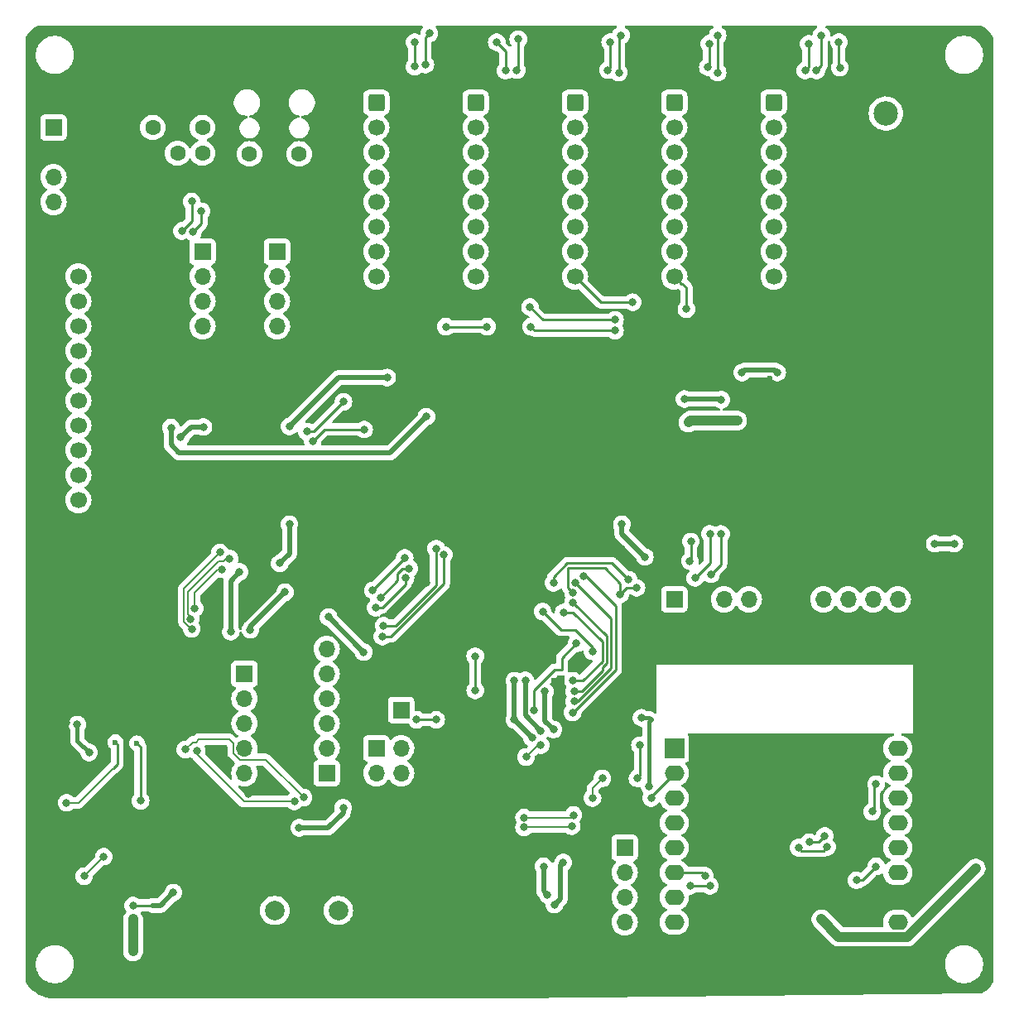
<source format=gbr>
%TF.GenerationSoftware,KiCad,Pcbnew,8.0.6*%
%TF.CreationDate,2024-12-08T12:16:10-08:00*%
%TF.ProjectId,dsp3,64737033-2e6b-4696-9361-645f70636258,rev?*%
%TF.SameCoordinates,Original*%
%TF.FileFunction,Copper,L2,Bot*%
%TF.FilePolarity,Positive*%
%FSLAX46Y46*%
G04 Gerber Fmt 4.6, Leading zero omitted, Abs format (unit mm)*
G04 Created by KiCad (PCBNEW 8.0.6) date 2024-12-08 12:16:10*
%MOMM*%
%LPD*%
G01*
G04 APERTURE LIST*
G04 Aperture macros list*
%AMRoundRect*
0 Rectangle with rounded corners*
0 $1 Rounding radius*
0 $2 $3 $4 $5 $6 $7 $8 $9 X,Y pos of 4 corners*
0 Add a 4 corners polygon primitive as box body*
4,1,4,$2,$3,$4,$5,$6,$7,$8,$9,$2,$3,0*
0 Add four circle primitives for the rounded corners*
1,1,$1+$1,$2,$3*
1,1,$1+$1,$4,$5*
1,1,$1+$1,$6,$7*
1,1,$1+$1,$8,$9*
0 Add four rect primitives between the rounded corners*
20,1,$1+$1,$2,$3,$4,$5,0*
20,1,$1+$1,$4,$5,$6,$7,0*
20,1,$1+$1,$6,$7,$8,$9,0*
20,1,$1+$1,$8,$9,$2,$3,0*%
G04 Aperture macros list end*
%TA.AperFunction,ComponentPad*%
%ADD10C,1.600000*%
%TD*%
%TA.AperFunction,ComponentPad*%
%ADD11R,1.700000X1.700000*%
%TD*%
%TA.AperFunction,ComponentPad*%
%ADD12O,1.700000X1.700000*%
%TD*%
%TA.AperFunction,ComponentPad*%
%ADD13RoundRect,0.250000X-0.600000X-0.600000X0.600000X-0.600000X0.600000X0.600000X-0.600000X0.600000X0*%
%TD*%
%TA.AperFunction,ComponentPad*%
%ADD14C,1.700000*%
%TD*%
%TA.AperFunction,ComponentPad*%
%ADD15O,2.000000X1.600000*%
%TD*%
%TA.AperFunction,ComponentPad*%
%ADD16R,2.000000X2.000000*%
%TD*%
%TA.AperFunction,WasherPad*%
%ADD17C,1.600000*%
%TD*%
%TA.AperFunction,ComponentPad*%
%ADD18C,2.500000*%
%TD*%
%TA.AperFunction,ComponentPad*%
%ADD19C,2.000000*%
%TD*%
%TA.AperFunction,ViaPad*%
%ADD20C,0.800000*%
%TD*%
%TA.AperFunction,ViaPad*%
%ADD21C,0.600000*%
%TD*%
%TA.AperFunction,Conductor*%
%ADD22C,0.250000*%
%TD*%
%TA.AperFunction,Conductor*%
%ADD23C,0.500000*%
%TD*%
%TA.AperFunction,Conductor*%
%ADD24C,1.000000*%
%TD*%
%TA.AperFunction,Conductor*%
%ADD25C,0.200000*%
%TD*%
%TA.AperFunction,Conductor*%
%ADD26C,0.400000*%
%TD*%
G04 APERTURE END LIST*
D10*
%TO.P,U7,1,VOUT*%
%TO.N,Net-(U7-VOUT)*%
X42920000Y-61120000D03*
%TO.P,U7,2,GND*%
%TO.N,GND*%
X45460000Y-61120000D03*
%TO.P,U7,3,VCC*%
%TO.N,Net-(U7-VCC)*%
X48000000Y-61120000D03*
%TD*%
D11*
%TO.P,J5,1,Pin_1*%
%TO.N,GND*%
X99060000Y-106680000D03*
D12*
%TO.P,J5,2,Pin_2*%
%TO.N,/ESP8266/MCU_V33*%
X101600000Y-106680000D03*
%TO.P,J5,3,Pin_3*%
%TO.N,/ESP8266/SW*%
X104139999Y-106680000D03*
%TO.P,J5,4,Pin_4*%
%TO.N,/ESP8266/ENCODER2*%
X106680000Y-106680000D03*
%TO.P,J5,5,Pin_5*%
%TO.N,/ESP8266/ENCODER1*%
X109220000Y-106680000D03*
%TD*%
D11*
%TO.P,J17,1,Pin_1*%
%TO.N,/rp2040/SWCLK*%
X22860000Y-58420000D03*
D12*
%TO.P,J17,2,Pin_2*%
%TO.N,GND*%
X22860000Y-60960000D03*
%TO.P,J17,3,Pin_3*%
%TO.N,/rp2040/SWD*%
X22860000Y-63500000D03*
%TO.P,J17,4,Pin_4*%
%TO.N,/rp2040/RUN*%
X22860000Y-66040000D03*
%TD*%
D13*
%TO.P,J3,1,Pin_1*%
%TO.N,/RAW_5V*%
X76200000Y-55880000D03*
D14*
%TO.P,J3,2,Pin_2*%
%TO.N,GND*%
X78740000Y-55880000D03*
%TO.P,J3,3,Pin_3*%
%TO.N,/DSP/dspconnector2/TODSP*%
X76200000Y-58420000D03*
%TO.P,J3,4,Pin_4*%
%TO.N,GND*%
X78740000Y-58420000D03*
%TO.P,J3,5,Pin_5*%
%TO.N,Net-(J3-Pin_5)*%
X76200000Y-60960000D03*
%TO.P,J3,6,Pin_6*%
%TO.N,GND*%
X78740000Y-60960000D03*
%TO.P,J3,7,Pin_7*%
%TO.N,Net-(J3-Pin_7)*%
X76200000Y-63500000D03*
%TO.P,J3,8,Pin_8*%
%TO.N,GND*%
X78740000Y-63500000D03*
%TO.P,J3,9,Pin_9*%
%TO.N,Net-(J3-Pin_9)*%
X76200000Y-66040000D03*
%TO.P,J3,10,Pin_10*%
%TO.N,GND*%
X78740000Y-66040000D03*
%TO.P,J3,11,Pin_11*%
%TO.N,/DSP/SDA*%
X76200000Y-68580000D03*
%TO.P,J3,12,Pin_12*%
%TO.N,GND*%
X78740000Y-68580000D03*
%TO.P,J3,13,Pin_13*%
%TO.N,/DSP/SCL*%
X76200000Y-71120000D03*
%TO.P,J3,14,Pin_14*%
%TO.N,GND*%
X78740000Y-71120000D03*
%TO.P,J3,15,Pin_15*%
%TO.N,Net-(J3-Pin_15)*%
X76200000Y-73660000D03*
%TO.P,J3,16,Pin_16*%
%TO.N,GND*%
X78740000Y-73660000D03*
%TD*%
D13*
%TO.P,J1,1,Pin_1*%
%TO.N,/RAW_5V*%
X96520000Y-55880000D03*
D14*
%TO.P,J1,2,Pin_2*%
%TO.N,GND*%
X99060000Y-55880000D03*
%TO.P,J1,3,Pin_3*%
%TO.N,/DSP/dspconnector/TODSP*%
X96520000Y-58420000D03*
%TO.P,J1,4,Pin_4*%
%TO.N,GND*%
X99060000Y-58420000D03*
%TO.P,J1,5,Pin_5*%
%TO.N,Net-(J1-Pin_5)*%
X96520000Y-60960000D03*
%TO.P,J1,6,Pin_6*%
%TO.N,GND*%
X99060000Y-60960000D03*
%TO.P,J1,7,Pin_7*%
%TO.N,Net-(J1-Pin_7)*%
X96520000Y-63500000D03*
%TO.P,J1,8,Pin_8*%
%TO.N,GND*%
X99060000Y-63500000D03*
%TO.P,J1,9,Pin_9*%
%TO.N,Net-(J1-Pin_9)*%
X96520000Y-66040000D03*
%TO.P,J1,10,Pin_10*%
%TO.N,GND*%
X99060000Y-66040000D03*
%TO.P,J1,11,Pin_11*%
%TO.N,/DSP/SDA*%
X96520000Y-68580000D03*
%TO.P,J1,12,Pin_12*%
%TO.N,GND*%
X99060000Y-68580000D03*
%TO.P,J1,13,Pin_13*%
%TO.N,/DSP/SCL*%
X96520000Y-71120000D03*
%TO.P,J1,14,Pin_14*%
%TO.N,GND*%
X99060000Y-71120000D03*
%TO.P,J1,15,Pin_15*%
%TO.N,Net-(J1-Pin_15)*%
X96520000Y-73660000D03*
%TO.P,J1,16,Pin_16*%
%TO.N,GND*%
X99060000Y-73660000D03*
%TD*%
D11*
%TO.P,J13,1,Pin_1*%
%TO.N,/DSP/SELFBOOT*%
X58420000Y-118000000D03*
D12*
%TO.P,J13,2,Pin_2*%
%TO.N,GND*%
X55880000Y-118000000D03*
%TD*%
D13*
%TO.P,J2,1,Pin_1*%
%TO.N,/RAW_5V*%
X86360000Y-55880000D03*
D14*
%TO.P,J2,2,Pin_2*%
%TO.N,GND*%
X88900000Y-55880000D03*
%TO.P,J2,3,Pin_3*%
%TO.N,/DSP/dspconnector1/TODSP*%
X86360000Y-58420000D03*
%TO.P,J2,4,Pin_4*%
%TO.N,GND*%
X88900000Y-58420000D03*
%TO.P,J2,5,Pin_5*%
%TO.N,Net-(J2-Pin_5)*%
X86360000Y-60960000D03*
%TO.P,J2,6,Pin_6*%
%TO.N,GND*%
X88900000Y-60960000D03*
%TO.P,J2,7,Pin_7*%
%TO.N,Net-(J2-Pin_7)*%
X86360000Y-63500000D03*
%TO.P,J2,8,Pin_8*%
%TO.N,GND*%
X88900000Y-63500000D03*
%TO.P,J2,9,Pin_9*%
%TO.N,Net-(J2-Pin_9)*%
X86360000Y-66040000D03*
%TO.P,J2,10,Pin_10*%
%TO.N,GND*%
X88900000Y-66040000D03*
%TO.P,J2,11,Pin_11*%
%TO.N,/DSP/SDA*%
X86360000Y-68580000D03*
%TO.P,J2,12,Pin_12*%
%TO.N,GND*%
X88900000Y-68580000D03*
%TO.P,J2,13,Pin_13*%
%TO.N,/DSP/SCL*%
X86360000Y-71120000D03*
%TO.P,J2,14,Pin_14*%
%TO.N,GND*%
X88900000Y-71120000D03*
%TO.P,J2,15,Pin_15*%
%TO.N,Net-(J2-Pin_15)*%
X86360000Y-73660000D03*
%TO.P,J2,16,Pin_16*%
%TO.N,GND*%
X88900000Y-73660000D03*
%TD*%
D13*
%TO.P,J18,1,Pin_1*%
%TO.N,GND*%
X22860000Y-73660000D03*
D14*
%TO.P,J18,2,Pin_2*%
%TO.N,/rp2040/GPIO16*%
X25400000Y-73660000D03*
%TO.P,J18,3,Pin_3*%
%TO.N,GND*%
X22860000Y-76200000D03*
%TO.P,J18,4,Pin_4*%
%TO.N,/rp2040/GPIO17*%
X25400000Y-76200000D03*
%TO.P,J18,5,Pin_5*%
%TO.N,GND*%
X22860000Y-78739999D03*
%TO.P,J18,6,Pin_6*%
%TO.N,/rp2040/GPIO18*%
X25400000Y-78740000D03*
%TO.P,J18,7,Pin_7*%
%TO.N,GND*%
X22860000Y-81280000D03*
%TO.P,J18,8,Pin_8*%
%TO.N,/rp2040/GPIO19*%
X25400000Y-81280000D03*
%TO.P,J18,9,Pin_9*%
%TO.N,GND*%
X22860000Y-83820000D03*
%TO.P,J18,10,Pin_10*%
%TO.N,/rp2040/GPIO20*%
X25400000Y-83820000D03*
%TO.P,J18,11,Pin_11*%
%TO.N,GND*%
X22860000Y-86360000D03*
%TO.P,J18,12,Pin_12*%
%TO.N,/rp2040/GPIO21*%
X25400000Y-86360000D03*
%TO.P,J18,13,Pin_13*%
%TO.N,GND*%
X22860000Y-88900000D03*
%TO.P,J18,14,Pin_14*%
%TO.N,/rp2040/GPIO26_ADC0*%
X25400000Y-88900000D03*
%TO.P,J18,15,Pin_15*%
%TO.N,GND*%
X22860000Y-91440001D03*
%TO.P,J18,16,Pin_16*%
%TO.N,/rp2040/GPIO27_ADC1*%
X25400000Y-91440000D03*
%TO.P,J18,17,Pin_17*%
%TO.N,GND*%
X22860000Y-93980000D03*
%TO.P,J18,18,Pin_18*%
%TO.N,/rp2040/GPIO28_ADC2*%
X25400000Y-93980000D03*
%TO.P,J18,19,Pin_19*%
%TO.N,GND*%
X22860000Y-96520000D03*
%TO.P,J18,20,Pin_20*%
%TO.N,/rp2040/GPIO29_ADC3*%
X25400000Y-96520000D03*
%TD*%
D15*
%TO.P,U3,16,TX*%
%TO.N,unconnected-(U3-TX-Pad16)*%
X109220000Y-121920000D03*
%TO.P,U3,15,RX*%
%TO.N,unconnected-(U3-RX-Pad15)*%
X109220000Y-124460000D03*
%TO.P,U3,14,SCL/D1*%
%TO.N,/ESP8266/MCU_SCL*%
X109220000Y-126999999D03*
%TO.P,U3,13,SDA/D2*%
%TO.N,/ESP8266/MCU_SDA*%
X109220000Y-129540000D03*
%TO.P,U3,12,D3*%
%TO.N,/ESP8266/SW*%
X109220000Y-132080000D03*
%TO.P,U3,11,D4*%
%TO.N,/ESP8266/D4*%
X109220000Y-134620000D03*
%TO.P,U3,10,GND*%
%TO.N,GND*%
X109220000Y-137160000D03*
%TO.P,U3,9,5V*%
%TO.N,Net-(D6-K)*%
X109220000Y-139700001D03*
%TO.P,U3,8,3V3*%
%TO.N,/ESP8266/MCU_V33*%
X86360000Y-139700001D03*
%TO.P,U3,7,CS/D8*%
%TO.N,/ESP8266/D8*%
X86360000Y-137160000D03*
%TO.P,U3,6,MOSI/D7*%
%TO.N,/DSP/~{DSPRESET}*%
X86360000Y-134620000D03*
%TO.P,U3,5,MISO/D6*%
%TO.N,/ESP8266/ENCODER2*%
X86360000Y-132080000D03*
%TO.P,U3,4,SCK/D5*%
%TO.N,/ESP8266/ENCODER1*%
X86360000Y-129540000D03*
%TO.P,U3,3,D0*%
%TO.N,/ESP8266/D0*%
X86360000Y-126999999D03*
%TO.P,U3,2,A0*%
%TO.N,/ESP8266/A0*%
X86360000Y-124460000D03*
D16*
%TO.P,U3,1,~{RST}*%
%TO.N,unconnected-(U3-~{RST}-Pad1)*%
X86360000Y-121920000D03*
%TD*%
D17*
%TO.P,U4,*%
%TO.N,*%
X33020000Y-58420000D03*
X38100000Y-58420000D03*
D10*
%TO.P,U4,1,VIN*%
%TO.N,Net-(U4-VIN)*%
X38100000Y-61050000D03*
%TO.P,U4,2,VCC*%
%TO.N,V33*%
X35560000Y-61050000D03*
%TO.P,U4,3,GND*%
%TO.N,GND*%
X33020000Y-61050000D03*
%TD*%
D11*
%TO.P,J6,1,Pin_1*%
%TO.N,/ESP8266/MCU_V33*%
X86360000Y-106680000D03*
D12*
%TO.P,J6,2,Pin_2*%
%TO.N,GND*%
X88900000Y-106680000D03*
%TO.P,J6,3,Pin_3*%
%TO.N,/ESP8266/MCU_SCL*%
X91439999Y-106680000D03*
%TO.P,J6,4,Pin_4*%
%TO.N,/ESP8266/MCU_SDA*%
X93980000Y-106680000D03*
%TD*%
D11*
%TO.P,J12,1,Pin_1*%
%TO.N,/DSP/AUXADC5*%
X50800000Y-124460000D03*
D12*
%TO.P,J12,2,Pin_2*%
%TO.N,GND*%
X48260000Y-124460000D03*
%TO.P,J12,3,Pin_3*%
%TO.N,/DSP/AUXADC4*%
X50800000Y-121920000D03*
%TO.P,J12,4,Pin_4*%
%TO.N,GND*%
X48260000Y-121920000D03*
%TO.P,J12,5,Pin_5*%
%TO.N,/DSP/AUXADC3*%
X50800000Y-119380001D03*
%TO.P,J12,6,Pin_6*%
%TO.N,GND*%
X48260000Y-119380000D03*
%TO.P,J12,7,Pin_7*%
%TO.N,/DSP/AUXADC2*%
X50800000Y-116840000D03*
%TO.P,J12,8,Pin_8*%
%TO.N,GND*%
X48260000Y-116840000D03*
%TO.P,J12,9,Pin_9*%
%TO.N,/DSP/AUXADC1*%
X50800000Y-114300000D03*
%TO.P,J12,10,Pin_10*%
%TO.N,GND*%
X48260000Y-114300000D03*
%TO.P,J12,11,Pin_11*%
%TO.N,/DSP/AUXADC0*%
X50800000Y-111760000D03*
%TO.P,J12,12,Pin_12*%
%TO.N,GND*%
X48260000Y-111760000D03*
%TD*%
D18*
%TO.P,J15,1,Pin_1*%
%TO.N,GND*%
X113000000Y-57000000D03*
%TO.P,J15,2,Pin_2*%
%TO.N,Net-(D3-A)*%
X108000000Y-57000000D03*
%TD*%
D19*
%TO.P,SW2,1,A*%
%TO.N,GND*%
X45500000Y-134000000D03*
X52000000Y-134000000D03*
%TO.P,SW2,2,B*%
%TO.N,Net-(SW2-B)*%
X45500000Y-138500000D03*
X52000000Y-138500000D03*
%TD*%
D11*
%TO.P,J10,1,Pin_1*%
%TO.N,/RAW_5V*%
X45720000Y-71120000D03*
D12*
%TO.P,J10,2,Pin_2*%
%TO.N,GND*%
X48260000Y-71120000D03*
%TO.P,J10,3,Pin_3*%
%TO.N,/DSP/SDATA_IN1*%
X45720000Y-73660000D03*
%TO.P,J10,4,Pin_4*%
%TO.N,GND*%
X48260000Y-73660000D03*
%TO.P,J10,5,Pin_5*%
%TO.N,/DSP/LRCLK_IN1{slash}MP11*%
X45720000Y-76200000D03*
%TO.P,J10,6,Pin_6*%
%TO.N,GND*%
X48260000Y-76200000D03*
%TO.P,J10,7,Pin_7*%
%TO.N,/DSP/BCLK_IN1*%
X45720000Y-78740000D03*
%TO.P,J10,8,Pin_8*%
%TO.N,GND*%
X48260000Y-78740000D03*
%TD*%
D11*
%TO.P,J8,1,Pin_1*%
%TO.N,/DSP/IOVDD*%
X55880000Y-121920000D03*
D12*
%TO.P,J8,2,Pin_2*%
X58420000Y-121920000D03*
%TO.P,J8,3,Pin_3*%
%TO.N,/DSP/I2CADDR0*%
X55880000Y-124460000D03*
%TO.P,J8,4,Pin_4*%
%TO.N,/DSP/I2CADDR1*%
X58420000Y-124460000D03*
%TO.P,J8,5,Pin_5*%
%TO.N,GND*%
X55880000Y-127000000D03*
%TO.P,J8,6,Pin_6*%
X58420000Y-127000000D03*
%TD*%
D13*
%TO.P,J7,1,Pin_1*%
%TO.N,/RAW_5V*%
X55880000Y-55880000D03*
D14*
%TO.P,J7,2,Pin_2*%
%TO.N,GND*%
X58420000Y-55880000D03*
%TO.P,J7,3,Pin_3*%
%TO.N,/DSP/I2SIN0_SDAT*%
X55880000Y-58420000D03*
%TO.P,J7,4,Pin_4*%
%TO.N,GND*%
X58420000Y-58420000D03*
%TO.P,J7,5,Pin_5*%
%TO.N,/DSP/dspconnector_input/FROMDSP*%
X55880000Y-60960000D03*
%TO.P,J7,6,Pin_6*%
%TO.N,GND*%
X58420000Y-60960000D03*
%TO.P,J7,7,Pin_7*%
%TO.N,/DSP/I2SIN0_SCLK*%
X55880000Y-63500000D03*
%TO.P,J7,8,Pin_8*%
%TO.N,GND*%
X58420000Y-63500000D03*
%TO.P,J7,9,Pin_9*%
%TO.N,/DSP/I2SIN0_LR*%
X55880000Y-66040000D03*
%TO.P,J7,10,Pin_10*%
%TO.N,GND*%
X58420000Y-66040000D03*
%TO.P,J7,11,Pin_11*%
%TO.N,/DSP/SDA*%
X55880000Y-68580000D03*
%TO.P,J7,12,Pin_12*%
%TO.N,GND*%
X58420000Y-68580000D03*
%TO.P,J7,13,Pin_13*%
%TO.N,/DSP/SCL*%
X55880000Y-71120000D03*
%TO.P,J7,14,Pin_14*%
%TO.N,GND*%
X58420000Y-71120000D03*
%TO.P,J7,15,Pin_15*%
%TO.N,Net-(J7-Pin_15)*%
X55880000Y-73660000D03*
%TO.P,J7,16,Pin_16*%
%TO.N,GND*%
X58420000Y-73660000D03*
%TD*%
D13*
%TO.P,J4,1,Pin_1*%
%TO.N,/RAW_5V*%
X66040000Y-55880000D03*
D14*
%TO.P,J4,2,Pin_2*%
%TO.N,GND*%
X68580000Y-55880000D03*
%TO.P,J4,3,Pin_3*%
%TO.N,/DSP/dspconnector3/TODSP*%
X66040000Y-58420000D03*
%TO.P,J4,4,Pin_4*%
%TO.N,GND*%
X68580000Y-58420000D03*
%TO.P,J4,5,Pin_5*%
%TO.N,Net-(J4-Pin_5)*%
X66040000Y-60960000D03*
%TO.P,J4,6,Pin_6*%
%TO.N,GND*%
X68580000Y-60960000D03*
%TO.P,J4,7,Pin_7*%
%TO.N,Net-(J4-Pin_7)*%
X66040000Y-63500000D03*
%TO.P,J4,8,Pin_8*%
%TO.N,GND*%
X68580000Y-63500000D03*
%TO.P,J4,9,Pin_9*%
%TO.N,Net-(J4-Pin_9)*%
X66040000Y-66040000D03*
%TO.P,J4,10,Pin_10*%
%TO.N,GND*%
X68580000Y-66040000D03*
%TO.P,J4,11,Pin_11*%
%TO.N,/DSP/SDA*%
X66040000Y-68580000D03*
%TO.P,J4,12,Pin_12*%
%TO.N,GND*%
X68580000Y-68580000D03*
%TO.P,J4,13,Pin_13*%
%TO.N,/DSP/SCL*%
X66040000Y-71120000D03*
%TO.P,J4,14,Pin_14*%
%TO.N,GND*%
X68580000Y-71120000D03*
%TO.P,J4,15,Pin_15*%
%TO.N,Net-(J4-Pin_15)*%
X66040000Y-73660000D03*
%TO.P,J4,16,Pin_16*%
%TO.N,GND*%
X68580000Y-73660000D03*
%TD*%
D11*
%TO.P,J11,1,Pin_1*%
%TO.N,/ESP8266/A0*%
X81280000Y-132080000D03*
D12*
%TO.P,J11,2,Pin_2*%
%TO.N,/ESP8266/D0*%
X81280000Y-134620000D03*
%TO.P,J11,3,Pin_3*%
%TO.N,/ESP8266/D4*%
X81280000Y-137160000D03*
%TO.P,J11,4,Pin_4*%
%TO.N,/ESP8266/D8*%
X81280000Y-139700000D03*
%TD*%
D11*
%TO.P,J9,1,Pin_1*%
%TO.N,/RAW_5V*%
X38100000Y-71120000D03*
D12*
%TO.P,J9,2,Pin_2*%
%TO.N,GND*%
X40640000Y-71120000D03*
%TO.P,J9,3,Pin_3*%
%TO.N,/DSP/SDATA_IN2*%
X38100000Y-73660000D03*
%TO.P,J9,4,Pin_4*%
%TO.N,GND*%
X40640000Y-73660000D03*
%TO.P,J9,5,Pin_5*%
%TO.N,/DSP/LRCLK_IN2{slash}MP12*%
X38100000Y-76200000D03*
%TO.P,J9,6,Pin_6*%
%TO.N,GND*%
X40640000Y-76200000D03*
%TO.P,J9,7,Pin_7*%
%TO.N,/DSP/BCLK_IN2*%
X38100000Y-78740000D03*
%TO.P,J9,8,Pin_8*%
%TO.N,GND*%
X40640000Y-78740000D03*
%TD*%
D11*
%TO.P,J16,1,Pin_1*%
%TO.N,/rp2040/GPIO6*%
X42400000Y-114300000D03*
D12*
%TO.P,J16,2,Pin_2*%
%TO.N,/rp2040/GPIO5*%
X42400000Y-116840000D03*
%TO.P,J16,3,Pin_3*%
%TO.N,/rp2040/GPIO4*%
X42400000Y-119380000D03*
%TO.P,J16,4,Pin_4*%
%TO.N,/rp2040/GPIO3*%
X42400000Y-121920000D03*
%TO.P,J16,5,Pin_5*%
%TO.N,/rp2040/GPIO2*%
X42400000Y-124460000D03*
%TD*%
D20*
%TO.N,GND*%
X48000000Y-52500000D03*
X41500000Y-52500000D03*
X44500000Y-52500000D03*
X35500000Y-53500000D03*
X39000000Y-53500000D03*
X32500000Y-53500000D03*
X20500000Y-64500000D03*
X20500000Y-61000000D03*
X20500000Y-67500000D03*
X21000000Y-79500000D03*
X21000000Y-76000000D03*
X21000000Y-82500000D03*
X20880000Y-90640000D03*
X20880000Y-87140000D03*
X20880000Y-93640000D03*
X107000000Y-146000000D03*
X110500000Y-146000000D03*
X104000000Y-146000000D03*
X96500000Y-146000000D03*
X100000000Y-146000000D03*
X93500000Y-146000000D03*
X87500000Y-146000000D03*
X91000000Y-146000000D03*
X84500000Y-146000000D03*
X77500000Y-146000000D03*
X81000000Y-146000000D03*
X74500000Y-146000000D03*
X72000000Y-146000000D03*
X68500000Y-146000000D03*
X65500000Y-146000000D03*
X70000000Y-141500000D03*
X65000000Y-142000000D03*
X54500000Y-137000000D03*
X47500000Y-140500000D03*
X49500000Y-141000000D03*
X38000000Y-140500000D03*
X35500000Y-140500000D03*
X31000000Y-103500000D03*
X38500000Y-85000000D03*
X40000000Y-96500000D03*
X43500000Y-94000000D03*
X71000000Y-107000000D03*
X74000000Y-102000000D03*
X81000000Y-101500000D03*
X73000000Y-101000000D03*
X105000000Y-72500000D03*
X104500000Y-68500000D03*
X92000000Y-62000000D03*
X92500000Y-57500000D03*
X84000000Y-61000000D03*
X84000000Y-57500000D03*
X73000000Y-57500000D03*
X71000000Y-74500000D03*
X71000000Y-72000000D03*
X71500000Y-67000000D03*
X64000000Y-74000000D03*
X64000000Y-69000000D03*
X54500000Y-80500000D03*
X49000000Y-83500000D03*
X42500000Y-78500000D03*
X42500000Y-76500000D03*
X42500000Y-73500000D03*
X42500000Y-71500000D03*
X50500000Y-79000000D03*
X50500000Y-76000000D03*
X50500000Y-73500000D03*
X50500000Y-71500000D03*
X45500000Y-86000000D03*
X42000000Y-85500000D03*
X27000000Y-55000000D03*
X30000000Y-61500000D03*
X29000000Y-55500000D03*
X108500000Y-60500000D03*
X114000000Y-60000000D03*
X110500000Y-59500000D03*
X104500000Y-57000000D03*
X104500000Y-59000000D03*
X104500000Y-54500000D03*
X83000000Y-107000000D03*
X102500000Y-104000000D03*
X110000000Y-103000000D03*
X95000000Y-104000000D03*
X51000000Y-145000000D03*
X53000000Y-145000000D03*
X54500000Y-141500000D03*
X94000000Y-121000000D03*
X104500000Y-122500000D03*
X102500000Y-124500000D03*
X92500000Y-124500000D03*
X91500000Y-127500000D03*
X99000000Y-128000000D03*
X95000000Y-130500000D03*
X91000000Y-130500000D03*
X94000000Y-137500000D03*
X93000000Y-139500000D03*
%TO.N,/DSP/SCL*%
X90000000Y-100000000D03*
X88500000Y-104500000D03*
X82500000Y-105500000D03*
%TO.N,V33*%
X54580000Y-112080000D03*
X51000000Y-108500000D03*
D21*
%TO.N,GND*%
X96179694Y-84850000D03*
D20*
X20900000Y-109500000D03*
D21*
X39000000Y-83000000D03*
D20*
X30700000Y-108599998D03*
D21*
X63600000Y-81400000D03*
X93600000Y-54400000D03*
X93400000Y-59800000D03*
X36600000Y-132000000D03*
X72200000Y-60400000D03*
X66400000Y-76800000D03*
X108000000Y-99000000D03*
X63000000Y-85000000D03*
X63300000Y-99000000D03*
X79000000Y-132000000D03*
D20*
X109800000Y-73700000D03*
D21*
X63500000Y-96200000D03*
X110200000Y-53200000D03*
X41000000Y-95000000D03*
D20*
X62909010Y-109237437D03*
D21*
X30800000Y-106600000D03*
X77000000Y-113000000D03*
X30600000Y-119600000D03*
D20*
X24000000Y-113400000D03*
D21*
X56200000Y-76400000D03*
D20*
X86400000Y-89600000D03*
D21*
X95000000Y-96000000D03*
D20*
X57013497Y-112496112D03*
D21*
X101000000Y-80000000D03*
X56000000Y-131000000D03*
X75000000Y-111000000D03*
D20*
X20500000Y-113600000D03*
D21*
X23800000Y-134200000D03*
X64000000Y-98000000D03*
D20*
X44000000Y-132000000D03*
D21*
X105000000Y-77000000D03*
D20*
X65750000Y-101500000D03*
D21*
X64500000Y-96900000D03*
D20*
X33100000Y-135000000D03*
X100500000Y-85500000D03*
D21*
X40000000Y-99000000D03*
X45000000Y-110000000D03*
X32700000Y-104400000D03*
D20*
X21900000Y-126700000D03*
X112200000Y-93800000D03*
D21*
X96116206Y-84116206D03*
X34600000Y-130000000D03*
X59500000Y-114500000D03*
D20*
X111800000Y-92600000D03*
D21*
X109000000Y-81500000D03*
X101521486Y-78710926D03*
X109400000Y-84900000D03*
X36778534Y-80874550D03*
X28575000Y-106600000D03*
X32000000Y-120100000D03*
X86400000Y-96800000D03*
X93200000Y-79000000D03*
D20*
X108100000Y-74700000D03*
X39200000Y-117100000D03*
D21*
X64000000Y-127000000D03*
X67250000Y-111000000D03*
D20*
X69800000Y-127400000D03*
D21*
X67000000Y-129000000D03*
X82000000Y-96000000D03*
X61200000Y-73400000D03*
X56000000Y-97000000D03*
X82000000Y-94000000D03*
D20*
X24800000Y-114400000D03*
X23885912Y-126183955D03*
X35400000Y-126700000D03*
D21*
X36000000Y-116600000D03*
X108200000Y-55000000D03*
X58600000Y-80400000D03*
D20*
X70100000Y-138800000D03*
X21300000Y-124000000D03*
D21*
X83600000Y-54000000D03*
D20*
X67125000Y-85000000D03*
D21*
X63400000Y-55200000D03*
X76000000Y-120000000D03*
X48000000Y-104000000D03*
X54500000Y-102000000D03*
X73600000Y-54800000D03*
D20*
X111800000Y-91200000D03*
X42800000Y-126600000D03*
D21*
X30000000Y-118200000D03*
D20*
X34200000Y-110200000D03*
D21*
X89000000Y-97000000D03*
X63000000Y-97000000D03*
D20*
X29200000Y-131800000D03*
D21*
X108200000Y-49200000D03*
X60000000Y-86000000D03*
X66000000Y-119000000D03*
X104000000Y-89000000D03*
X38000000Y-87000000D03*
D20*
X78400000Y-120600000D03*
D21*
X96200000Y-76200000D03*
X96000000Y-99000000D03*
X76000000Y-76400000D03*
D20*
X110400000Y-81300000D03*
X30400000Y-128000000D03*
X20700000Y-105200000D03*
D21*
X64000000Y-118000000D03*
X59500000Y-115500000D03*
X63500000Y-99900000D03*
X50000000Y-104000000D03*
X54250000Y-104750000D03*
D20*
X23600000Y-115400000D03*
D21*
X93600000Y-74000000D03*
X64700000Y-99500000D03*
X82800000Y-59600000D03*
X65800000Y-98100000D03*
X62800000Y-59800000D03*
X114800000Y-84400000D03*
D20*
X67200000Y-138600000D03*
X31075309Y-136209896D03*
D21*
X25800000Y-130700000D03*
D20*
X75500012Y-96000000D03*
D21*
X115200000Y-81000000D03*
X115200000Y-87800000D03*
X101000000Y-83000000D03*
D20*
X112300000Y-74600002D03*
X100700000Y-84000000D03*
D21*
X46718054Y-94105013D03*
X104000000Y-74000000D03*
X31300000Y-118600000D03*
D20*
X62000000Y-87000000D03*
X20400000Y-116800000D03*
D21*
X32100000Y-119000000D03*
D20*
X22200000Y-136400000D03*
X24200000Y-119300000D03*
D21*
X63000000Y-132000000D03*
X30800000Y-120500000D03*
X32650000Y-94862554D03*
X74000000Y-115000000D03*
X61000000Y-122000000D03*
D20*
X22900000Y-122800000D03*
X38000000Y-137150000D03*
D21*
X62500000Y-98000000D03*
X105000000Y-80000000D03*
D20*
X30400000Y-110100000D03*
D21*
X97000000Y-90000000D03*
D20*
X20500000Y-120900000D03*
X88393427Y-92888912D03*
D21*
X23700000Y-131300000D03*
X94000000Y-90000000D03*
D20*
X60999988Y-105000000D03*
X40068959Y-123331041D03*
D21*
X55282754Y-101333363D03*
X82000000Y-92000000D03*
D20*
X35640461Y-111492675D03*
D21*
X66000000Y-109250000D03*
D20*
X112900000Y-74000000D03*
D21*
X84400000Y-73000000D03*
X95000000Y-93000000D03*
X43869669Y-96869669D03*
X52000000Y-97000000D03*
D20*
%TO.N,Net-(J2-Pin_15)*%
X87600000Y-77000000D03*
%TO.N,Net-(J3-Pin_15)*%
X82100000Y-76300000D03*
%TO.N,Net-(J4-Pin_15)*%
X71599998Y-76800000D03*
X80300000Y-78100000D03*
%TO.N,/DSP/SDA*%
X79800000Y-49700000D03*
X76034813Y-128741573D03*
X89925000Y-49875000D03*
X36348772Y-122045677D03*
X99749997Y-52600000D03*
X69101587Y-52610443D03*
X74000000Y-105000000D03*
X78000000Y-127000000D03*
X100100000Y-49875000D03*
X91150003Y-100000000D03*
X81686825Y-104686825D03*
X103300000Y-52300000D03*
X48434667Y-126954413D03*
X79577382Y-52550529D03*
X68200000Y-49700000D03*
X89783600Y-52262007D03*
X59800000Y-49700000D03*
X59800000Y-52200000D03*
X71000000Y-129000000D03*
X79000000Y-125000000D03*
X90118719Y-104118719D03*
X103200000Y-49700000D03*
%TO.N,/DSP/SCL*%
X90800000Y-49000000D03*
X80900000Y-49000000D03*
X37506721Y-122146253D03*
X80700000Y-52800000D03*
X61300000Y-48800000D03*
X75881281Y-129881281D03*
X70250000Y-52550000D03*
X101400000Y-49000000D03*
X90800000Y-52800000D03*
X47500615Y-127354413D03*
X76000000Y-106000000D03*
X80816605Y-106197285D03*
X100900000Y-52600000D03*
X60900000Y-52000000D03*
X70400000Y-49400000D03*
X71000000Y-130000000D03*
%TO.N,V33*%
X96886917Y-83486917D03*
X91169902Y-86276699D03*
X113000000Y-101000000D03*
X75000000Y-133594941D03*
X47999998Y-130054412D03*
X93281281Y-83481281D03*
X115000000Y-101000000D03*
X74000000Y-120000000D03*
X87400000Y-86200000D03*
X73118719Y-116118719D03*
X74103650Y-137900000D03*
X52500000Y-127999982D03*
%TO.N,/RAW_5V*%
X101400000Y-139400000D03*
X117200000Y-134200000D03*
%TO.N,/DSP/DVDD*%
X47000000Y-89000000D03*
X72717891Y-120132106D03*
X71125709Y-114964774D03*
X38200000Y-89055142D03*
X83343719Y-102343719D03*
X72700000Y-121600000D03*
X43000000Y-109800000D03*
X46545228Y-105954772D03*
X35881281Y-90118719D03*
X46000000Y-103000000D03*
X81000000Y-99000000D03*
X47000000Y-99000000D03*
X57000000Y-84000000D03*
X71200000Y-122800000D03*
%TO.N,/DSP/IOVDD*%
X71826853Y-120851588D03*
X92800000Y-88400000D03*
X73392035Y-136900000D03*
X70000000Y-115000000D03*
X41000000Y-110000000D03*
X70000000Y-119000000D03*
X34881281Y-89118719D03*
X41893565Y-103896996D03*
X73000000Y-134000000D03*
X61000000Y-88000000D03*
X87800000Y-88600000D03*
%TO.N,/ESP8266/MCU_V33*%
X83000000Y-118800000D03*
X83800000Y-125800000D03*
%TO.N,/ESP8266/ENCODER1*%
X102000000Y-132000000D03*
X99058052Y-132074893D03*
%TO.N,/ESP8266/ENCODER2*%
X101738536Y-130880115D03*
X100169981Y-131525000D03*
%TO.N,/ESP8266/MCU_SDA*%
X106600000Y-128400000D03*
X107000000Y-125600000D03*
%TO.N,/ESP8266/MCU_SCL*%
X82600000Y-125000000D03*
X82850000Y-121600000D03*
%TO.N,Net-(J7-Pin_15)*%
X80300000Y-79200000D03*
X67200000Y-78800000D03*
X71700000Y-78800000D03*
X63000000Y-78800000D03*
%TO.N,Net-(L3-Pad1)*%
X37118719Y-69118719D03*
X38000000Y-67000000D03*
%TO.N,/DSP/I2CADDR0*%
X75965187Y-118258427D03*
X77105707Y-104325000D03*
%TO.N,/DSP/AUXADC5*%
X62784463Y-102120180D03*
X56500000Y-110500000D03*
%TO.N,/DSP/I2CADDR1*%
X76225000Y-105000000D03*
X76118719Y-117118719D03*
%TO.N,/DSP/EXT_SDATA*%
X40101041Y-103601041D03*
X37300000Y-107600000D03*
%TO.N,/DSP/EXT_BCLK*%
X39900000Y-101900000D03*
X37000000Y-109700000D03*
%TO.N,Net-(U1-THD_M)*%
X48789333Y-89532634D03*
X52517677Y-86482323D03*
%TO.N,/DSP/EXT_LRCLK*%
X36900000Y-108700000D03*
X40872335Y-102514062D03*
%TO.N,Net-(U1-THD_P)*%
X49376441Y-90521477D03*
X54643067Y-89314820D03*
%TO.N,/ESP8266/D4*%
X107000000Y-134000000D03*
X105000000Y-135410000D03*
X90000000Y-136000000D03*
X88000000Y-136000000D03*
%TO.N,/DSP/~{DSPRESET_SUPERVISED}*%
X78000000Y-112000000D03*
X72907253Y-107932559D03*
%TO.N,/DSP/AUXADC1*%
X56313298Y-106492666D03*
X59259301Y-103529399D03*
%TO.N,/DSP/SCL_M*%
X75063285Y-108012693D03*
X76000000Y-115000000D03*
%TO.N,/ESP8266/A0*%
X84000000Y-127000000D03*
%TO.N,/DSP/AUXADC4*%
X62000000Y-101500000D03*
X56618719Y-109381281D03*
%TO.N,/DSP/AUXADC2*%
X55802968Y-107523234D03*
X58873101Y-104453101D03*
%TO.N,/DSP/SDA_M*%
X66000000Y-116000000D03*
X76000000Y-107000000D03*
X76118719Y-116118719D03*
X66000000Y-112500000D03*
%TO.N,/DSP/AUXADC0*%
X55516931Y-105768007D03*
X58791547Y-102452865D03*
%TO.N,/DSP/SPDIFOUT*%
X37000000Y-66000000D03*
X36000000Y-69000000D03*
%TO.N,/DSP/SELFBOOT*%
X72000000Y-118000000D03*
X76359010Y-111197272D03*
X62000000Y-119000000D03*
X60000000Y-119000000D03*
%TO.N,/DSP/~{DSPRESET}*%
X88051772Y-100770453D03*
X87949477Y-102770453D03*
X89505454Y-134961766D03*
%TO.N,/rp2040/PI_3V3*%
X26500000Y-122350005D03*
X31000000Y-138000000D03*
X25300000Y-119499994D03*
X26000000Y-135000000D03*
X28000000Y-133000000D03*
X31000000Y-142700000D03*
X35118719Y-136675000D03*
X31000000Y-139400000D03*
D21*
%TO.N,/rp2040/PI_1V1*%
X31400000Y-121400000D03*
D20*
X24199990Y-127500000D03*
D21*
X29200006Y-121300000D03*
D20*
X31775000Y-127300000D03*
%TD*%
D22*
%TO.N,/DSP/SDA*%
X75363604Y-103000000D02*
X80000000Y-103000000D01*
%TO.N,/DSP/SCL*%
X75500000Y-103500000D02*
X79262563Y-103500000D01*
X76000000Y-106000000D02*
X75500000Y-105500000D01*
%TO.N,/DSP/~{DSPRESET}*%
X88051772Y-102668158D02*
X88051772Y-100770453D01*
%TO.N,/DSP/SCL*%
X79262563Y-103500000D02*
X80816605Y-105054042D01*
%TO.N,/DSP/SDA*%
X80000000Y-103000000D02*
X81686825Y-104686825D01*
%TO.N,/DSP/~{DSPRESET}*%
X87949477Y-102770453D02*
X88051772Y-102668158D01*
%TO.N,/DSP/SDA*%
X74000000Y-104363604D02*
X75363604Y-103000000D01*
%TO.N,/DSP/SCL*%
X81513890Y-105500000D02*
X80816605Y-106197285D01*
%TO.N,/DSP/SDA*%
X74000000Y-105000000D02*
X74000000Y-104363604D01*
D23*
%TO.N,V33*%
X96616206Y-83216206D02*
X93546356Y-83216206D01*
X87400000Y-86200000D02*
X91093203Y-86200000D01*
X96886917Y-83486917D02*
X96616206Y-83216206D01*
X91093203Y-86200000D02*
X91169902Y-86276699D01*
D22*
%TO.N,/DSP/SCL*%
X75500000Y-105500000D02*
X75500000Y-103500000D01*
X80816605Y-105054042D02*
X80816605Y-106197285D01*
D23*
%TO.N,V33*%
X93546356Y-83216206D02*
X93281281Y-83481281D01*
D22*
%TO.N,/DSP/SDA*%
X91150003Y-100000000D02*
X91150003Y-103087435D01*
%TO.N,/DSP/SCL*%
X90000000Y-103000000D02*
X88500000Y-104500000D01*
%TO.N,/DSP/SDA*%
X91150003Y-103087435D02*
X90118719Y-104118719D01*
%TO.N,/DSP/SCL*%
X90000000Y-100000000D02*
X90000000Y-103000000D01*
X82500000Y-105500000D02*
X81513890Y-105500000D01*
D23*
%TO.N,V33*%
X51000000Y-108500000D02*
X54580000Y-112080000D01*
D24*
%TO.N,GND*%
X112400002Y-74600002D02*
X112300000Y-74600002D01*
D22*
%TO.N,Net-(J2-Pin_15)*%
X87600000Y-74800000D02*
X87200000Y-74400000D01*
X87200000Y-74400000D02*
X87100000Y-74400000D01*
X87100000Y-74400000D02*
X86360000Y-73660000D01*
X87600000Y-77000000D02*
X87600000Y-74800000D01*
%TO.N,Net-(J3-Pin_15)*%
X78840000Y-76300000D02*
X76200000Y-73660000D01*
X82100000Y-76300000D02*
X78840000Y-76300000D01*
%TO.N,Net-(J4-Pin_15)*%
X72899998Y-78100000D02*
X71599998Y-76800000D01*
X80300000Y-78100000D02*
X72899998Y-78100000D01*
%TO.N,/DSP/SDA*%
X100100000Y-49875000D02*
X100100000Y-52249997D01*
X79800000Y-52327911D02*
X79577382Y-52550529D01*
D25*
X36348772Y-122045677D02*
X37096698Y-121297751D01*
X37754023Y-121000000D02*
X40806346Y-121000000D01*
D22*
X69101587Y-52610443D02*
X69101587Y-50601587D01*
D25*
X41250000Y-122396346D02*
X41923654Y-123070000D01*
X41923654Y-123070000D02*
X44550254Y-123070000D01*
D22*
X103200000Y-52200000D02*
X103200000Y-49700000D01*
X59800000Y-52200000D02*
X59800000Y-49700000D01*
D25*
X75776386Y-129000000D02*
X76034813Y-128741573D01*
X78000000Y-126000000D02*
X78000000Y-127000000D01*
X37456272Y-121297751D02*
X37754023Y-121000000D01*
X79000000Y-125000000D02*
X78000000Y-126000000D01*
D22*
X89925000Y-52120607D02*
X89925000Y-49875000D01*
D25*
X40806346Y-121000000D02*
X41250000Y-121443654D01*
X37096698Y-121297751D02*
X37456272Y-121297751D01*
D22*
X69101587Y-50601587D02*
X68200000Y-49700000D01*
D25*
X71000000Y-129000000D02*
X75776386Y-129000000D01*
X41250000Y-121443654D02*
X41250000Y-122396346D01*
D22*
X79800000Y-49700000D02*
X79800000Y-52327911D01*
X100100000Y-52249997D02*
X99749997Y-52600000D01*
D25*
X44550254Y-123070000D02*
X48434667Y-126954413D01*
D22*
X89783600Y-52262007D02*
X89925000Y-52120607D01*
X103300000Y-52300000D02*
X103200000Y-52200000D01*
%TO.N,/DSP/SCL*%
X60900000Y-49200000D02*
X61300000Y-48800000D01*
D25*
X71000000Y-130000000D02*
X75762562Y-130000000D01*
X42354413Y-127354413D02*
X47500615Y-127354413D01*
D22*
X100900000Y-52600000D02*
X101400000Y-52100000D01*
X70250000Y-52550000D02*
X70400000Y-52400000D01*
D25*
X37506721Y-122146253D02*
X37506721Y-122506721D01*
D22*
X101400000Y-52100000D02*
X101400000Y-49000000D01*
X90800000Y-52800000D02*
X90800000Y-49000000D01*
X80700000Y-52800000D02*
X80700000Y-49200000D01*
D25*
X37506721Y-122506721D02*
X42354413Y-127354413D01*
D22*
X60900000Y-52000000D02*
X60900000Y-49200000D01*
D25*
X75762562Y-130000000D02*
X75881281Y-129881281D01*
D22*
X70400000Y-52400000D02*
X70400000Y-49400000D01*
X80700000Y-49200000D02*
X80900000Y-49000000D01*
D23*
%TO.N,V33*%
X52500000Y-127999982D02*
X52500000Y-128500000D01*
X75000000Y-133594941D02*
X74700000Y-133894941D01*
X113000000Y-101000000D02*
X115000000Y-101000000D01*
X74700000Y-137303650D02*
X74103650Y-137900000D01*
X52500000Y-128500000D02*
X50945588Y-130054412D01*
X50945588Y-130054412D02*
X47999998Y-130054412D01*
X73118719Y-119118719D02*
X73118719Y-116118719D01*
X74700000Y-133894941D02*
X74700000Y-137303650D01*
X74000000Y-120000000D02*
X73118719Y-119118719D01*
D24*
%TO.N,/RAW_5V*%
X117200000Y-134200000D02*
X110199999Y-141200001D01*
X110199999Y-141200001D02*
X103200001Y-141200001D01*
X103200001Y-141200001D02*
X101400000Y-139400000D01*
D23*
%TO.N,/DSP/DVDD*%
X52000000Y-84000000D02*
X47000000Y-89000000D01*
X43000000Y-109500000D02*
X43000000Y-109800000D01*
X36944858Y-89055142D02*
X35881281Y-90118719D01*
X57000000Y-84000000D02*
X52000000Y-84000000D01*
X38200000Y-89055142D02*
X36944858Y-89055142D01*
D25*
X72400000Y-121600000D02*
X71200000Y-122800000D01*
D23*
X71125709Y-118539924D02*
X71125709Y-114964774D01*
X72717891Y-120132106D02*
X71125709Y-118539924D01*
X46545228Y-105954772D02*
X43000000Y-109500000D01*
X81000000Y-99000000D02*
X81000000Y-100000000D01*
D25*
X72700000Y-121600000D02*
X72400000Y-121600000D01*
D23*
X47000000Y-99000000D02*
X47000000Y-102000000D01*
X81000000Y-100000000D02*
X83343719Y-102343719D01*
X47000000Y-102000000D02*
X46000000Y-103000000D01*
%TO.N,/DSP/IOVDD*%
X34881281Y-90871231D02*
X34881281Y-89118719D01*
X70000000Y-115000000D02*
X70000000Y-119000000D01*
D24*
X87800000Y-88600000D02*
X88000000Y-88400000D01*
X88000000Y-88400000D02*
X92800000Y-88400000D01*
D23*
X35710050Y-91700000D02*
X34881281Y-90871231D01*
X73000000Y-136507965D02*
X73392035Y-136900000D01*
X70000000Y-119000000D02*
X71826853Y-120826853D01*
X41000000Y-104790561D02*
X41893565Y-103896996D01*
X57300000Y-91700000D02*
X35710050Y-91700000D01*
X73000000Y-134000000D02*
X73000000Y-136507965D01*
X41000000Y-110000000D02*
X41000000Y-104790561D01*
X71826853Y-120826853D02*
X71826853Y-120851588D01*
X61000000Y-88000000D02*
X57300000Y-91700000D01*
D26*
%TO.N,/ESP8266/MCU_V33*%
X84000000Y-119000000D02*
X83800000Y-118800000D01*
X83800000Y-125800000D02*
X83800000Y-119200000D01*
X83800000Y-119200000D02*
X84000000Y-119000000D01*
X83800000Y-118800000D02*
X83000000Y-118800000D01*
D22*
%TO.N,/ESP8266/ENCODER1*%
X99058052Y-132074893D02*
X99383159Y-132400000D01*
X99383159Y-132400000D02*
X101600000Y-132400000D01*
X101600000Y-132400000D02*
X102000000Y-132000000D01*
%TO.N,/ESP8266/ENCODER2*%
X101093651Y-131525000D02*
X101738536Y-130880115D01*
X100169981Y-131525000D02*
X101093651Y-131525000D01*
%TO.N,/ESP8266/MCU_SDA*%
X106800000Y-125800000D02*
X106800000Y-128200000D01*
X106800000Y-128200000D02*
X106600000Y-128400000D01*
X107000000Y-125600000D02*
X106800000Y-125800000D01*
%TO.N,/ESP8266/MCU_SCL*%
X82850000Y-124750000D02*
X82850000Y-121600000D01*
X82600000Y-125000000D02*
X82850000Y-124750000D01*
%TO.N,Net-(J7-Pin_15)*%
X72100000Y-79200000D02*
X71700000Y-78800000D01*
X80300000Y-79200000D02*
X72100000Y-79200000D01*
X67200000Y-78800000D02*
X63000000Y-78800000D01*
%TO.N,Net-(L3-Pad1)*%
X38000000Y-67000000D02*
X38000000Y-68237438D01*
X38000000Y-68237438D02*
X37118719Y-69118719D01*
%TO.N,/DSP/I2CADDR0*%
X77325000Y-104325000D02*
X77105707Y-104325000D01*
X76014365Y-118258427D02*
X80350000Y-113922792D01*
X75965187Y-118258427D02*
X76014365Y-118258427D01*
X80350000Y-107350000D02*
X77325000Y-104325000D01*
X80350000Y-113922792D02*
X80350000Y-107350000D01*
%TO.N,/DSP/AUXADC5*%
X57373833Y-110500000D02*
X56500000Y-110500000D01*
X62784463Y-102120180D02*
X62784463Y-105089370D01*
X62784463Y-105089370D02*
X57373833Y-110500000D01*
%TO.N,/DSP/I2CADDR1*%
X76225000Y-105000000D02*
X79900000Y-108675000D01*
X79900000Y-108675000D02*
X79900000Y-113736396D01*
X76517677Y-117118719D02*
X76118719Y-117118719D01*
X79900000Y-113736396D02*
X76517677Y-117118719D01*
D25*
%TO.N,/DSP/EXT_SDATA*%
X39698959Y-103601041D02*
X40101041Y-103601041D01*
X37300000Y-107600000D02*
X37300000Y-106000000D01*
X37300000Y-106000000D02*
X39698959Y-103601041D01*
%TO.N,/DSP/EXT_BCLK*%
X37000000Y-109700000D02*
X36910050Y-109700000D01*
X36200000Y-108989950D02*
X36200000Y-105600000D01*
X36910050Y-109700000D02*
X36200000Y-108989950D01*
X36200000Y-105600000D02*
X39900000Y-101900000D01*
D22*
%TO.N,Net-(U1-THD_M)*%
X49467366Y-89532634D02*
X48789333Y-89532634D01*
X52517677Y-86482323D02*
X49467366Y-89532634D01*
D25*
%TO.N,/DSP/EXT_LRCLK*%
X36900000Y-108500000D02*
X36600000Y-108200000D01*
X36600000Y-105900000D02*
X39750000Y-102750000D01*
X40252082Y-102750000D02*
X40488020Y-102514062D01*
X39750000Y-102750000D02*
X40252082Y-102750000D01*
X36900000Y-108700000D02*
X36900000Y-108500000D01*
X40488020Y-102514062D02*
X40872335Y-102514062D01*
X36600000Y-108200000D02*
X36600000Y-105900000D01*
D22*
%TO.N,Net-(U1-THD_P)*%
X50583098Y-89314820D02*
X49376441Y-90521477D01*
X54643067Y-89314820D02*
X50583098Y-89314820D01*
%TO.N,/ESP8266/D4*%
X88000000Y-136000000D02*
X90000000Y-136000000D01*
X105590000Y-135410000D02*
X107000000Y-134000000D01*
X105000000Y-135410000D02*
X105590000Y-135410000D01*
%TO.N,/DSP/~{DSPRESET_SUPERVISED}*%
X72907253Y-107932559D02*
X74800518Y-109825824D01*
X74800518Y-109825824D02*
X76225000Y-109825824D01*
X78000000Y-112000000D02*
X78000000Y-111600824D01*
X78000000Y-111600824D02*
X76225000Y-109825824D01*
%TO.N,/DSP/AUXADC1*%
X58048389Y-104757575D02*
X56313298Y-106492666D01*
X58559366Y-103529399D02*
X58048389Y-104040376D01*
X59259301Y-103529399D02*
X58559366Y-103529399D01*
X58048389Y-104040376D02*
X58048389Y-104757575D01*
%TO.N,/DSP/SCL_M*%
X76012693Y-108012693D02*
X75063285Y-108012693D01*
X79000000Y-113000000D02*
X79000000Y-111000000D01*
X79000000Y-111000000D02*
X76012693Y-108012693D01*
X77000000Y-115000000D02*
X79000000Y-113000000D01*
X76000000Y-115000000D02*
X77000000Y-115000000D01*
%TO.N,/ESP8266/A0*%
X84000000Y-126820000D02*
X86360000Y-124460000D01*
X84000000Y-127000000D02*
X84000000Y-126820000D01*
%TO.N,/DSP/AUXADC4*%
X57856156Y-109381281D02*
X56618719Y-109381281D01*
X62000000Y-101500000D02*
X62000000Y-105237437D01*
X62000000Y-105237437D02*
X57856156Y-109381281D01*
%TO.N,/DSP/AUXADC2*%
X58873101Y-105126899D02*
X56476766Y-107523234D01*
X58873101Y-104453101D02*
X58873101Y-105126899D01*
X56476766Y-107523234D02*
X55802968Y-107523234D01*
%TO.N,/DSP/SDA_M*%
X66000000Y-112500000D02*
X66000000Y-116000000D01*
X79450000Y-113186396D02*
X79000000Y-113636396D01*
X76881281Y-116118719D02*
X76118719Y-116118719D01*
X76000000Y-107000000D02*
X79450000Y-110450000D01*
X79000000Y-113636396D02*
X79000000Y-114000000D01*
X79000000Y-114000000D02*
X76881281Y-116118719D01*
X79450000Y-110450000D02*
X79450000Y-113186396D01*
%TO.N,/DSP/AUXADC0*%
X58791547Y-102452865D02*
X55516931Y-105727481D01*
X55516931Y-105727481D02*
X55516931Y-105768007D01*
%TO.N,/DSP/SPDIFOUT*%
X37000000Y-68000000D02*
X37000000Y-66000000D01*
X36000000Y-69000000D02*
X37000000Y-68000000D01*
%TO.N,/DSP/SELFBOOT*%
X72000000Y-118000000D02*
X72000000Y-116000000D01*
X74118719Y-113881281D02*
X74881281Y-113881281D01*
X60000000Y-119000000D02*
X62000000Y-119000000D01*
X74881281Y-112675001D02*
X76359010Y-111197272D01*
X74881281Y-113881281D02*
X74881281Y-112675001D01*
X72000000Y-116000000D02*
X74118719Y-113881281D01*
%TO.N,/DSP/~{DSPRESET}*%
X89163688Y-134620000D02*
X89505454Y-134961766D01*
X86360000Y-134620000D02*
X89163688Y-134620000D01*
D25*
%TO.N,/rp2040/PI_3V3*%
X28000000Y-133000000D02*
X26000000Y-135000000D01*
D22*
X33000000Y-138000000D02*
X31000000Y-138000000D01*
D23*
X33000000Y-138000000D02*
X33793719Y-138000000D01*
D24*
X31000000Y-142700000D02*
X31000000Y-139400000D01*
D23*
X33793719Y-138000000D02*
X35118719Y-136675000D01*
D26*
X25300000Y-121150005D02*
X25300000Y-119499994D01*
X26500000Y-122350005D02*
X25300000Y-121150005D01*
D22*
%TO.N,/rp2040/PI_1V1*%
X31775000Y-121775000D02*
X31400000Y-121400000D01*
D25*
X25400000Y-127500000D02*
X24199990Y-127500000D01*
X28956373Y-123943627D02*
X25400000Y-127500000D01*
D22*
X28956373Y-123943627D02*
X29400000Y-123500000D01*
X29400000Y-123500000D02*
X29400000Y-121499994D01*
X29400000Y-121499994D02*
X29200006Y-121300000D01*
X31775000Y-127300000D02*
X31775000Y-121775000D01*
%TD*%
%TA.AperFunction,Conductor*%
%TO.N,GND*%
G36*
X44317196Y-123690185D02*
G01*
X44337838Y-123706819D01*
X47034068Y-126403050D01*
X47067553Y-126464373D01*
X47062569Y-126534065D01*
X47020697Y-126589998D01*
X47019272Y-126591049D01*
X46894750Y-126681518D01*
X46894743Y-126681525D01*
X46866506Y-126712886D01*
X46807020Y-126749534D01*
X46774357Y-126753913D01*
X42654511Y-126753913D01*
X42587472Y-126734228D01*
X42566830Y-126717594D01*
X41771799Y-125922563D01*
X41738314Y-125861240D01*
X41743298Y-125791548D01*
X41785170Y-125735615D01*
X41850634Y-125711198D01*
X41911884Y-125722500D01*
X41936337Y-125733903D01*
X42164592Y-125795063D01*
X42341034Y-125810500D01*
X42399999Y-125815659D01*
X42400000Y-125815659D01*
X42400001Y-125815659D01*
X42458966Y-125810500D01*
X42635408Y-125795063D01*
X42863663Y-125733903D01*
X43077830Y-125634035D01*
X43271401Y-125498495D01*
X43438495Y-125331401D01*
X43574035Y-125137830D01*
X43673903Y-124923663D01*
X43735063Y-124695408D01*
X43755659Y-124460000D01*
X43735063Y-124224592D01*
X43673903Y-123996337D01*
X43604220Y-123846904D01*
X43593729Y-123777828D01*
X43622249Y-123714044D01*
X43680725Y-123675804D01*
X43716603Y-123670500D01*
X44250157Y-123670500D01*
X44317196Y-123690185D01*
G37*
%TD.AperFunction*%
%TA.AperFunction,Conductor*%
G36*
X40573288Y-121620185D02*
G01*
X40593930Y-121636819D01*
X40613181Y-121656070D01*
X40646666Y-121717393D01*
X40649500Y-121743751D01*
X40649500Y-122309676D01*
X40649499Y-122309694D01*
X40649499Y-122475400D01*
X40649498Y-122475400D01*
X40690423Y-122628132D01*
X40700842Y-122646176D01*
X40700844Y-122646181D01*
X40769475Y-122765055D01*
X40769481Y-122765063D01*
X40888349Y-122883931D01*
X40888355Y-122883936D01*
X41389579Y-123385160D01*
X41423064Y-123446483D01*
X41418080Y-123516175D01*
X41389582Y-123560519D01*
X41361506Y-123588596D01*
X41225965Y-123782169D01*
X41225964Y-123782171D01*
X41126098Y-123996335D01*
X41126094Y-123996344D01*
X41064938Y-124224586D01*
X41064936Y-124224596D01*
X41044341Y-124459999D01*
X41044341Y-124460000D01*
X41064936Y-124695403D01*
X41064938Y-124695413D01*
X41126094Y-124923655D01*
X41126097Y-124923664D01*
X41137499Y-124948114D01*
X41147991Y-125017191D01*
X41119472Y-125080975D01*
X41060995Y-125119215D01*
X40991128Y-125119770D01*
X40937436Y-125088200D01*
X38394956Y-122545721D01*
X38361471Y-122484398D01*
X38364706Y-122419722D01*
X38392395Y-122334509D01*
X38412181Y-122146253D01*
X38392395Y-121957997D01*
X38333900Y-121777969D01*
X38333899Y-121777968D01*
X38333899Y-121777966D01*
X38332551Y-121774938D01*
X38332294Y-121773027D01*
X38331892Y-121771788D01*
X38332118Y-121771714D01*
X38323264Y-121705689D01*
X38352891Y-121642411D01*
X38412025Y-121605197D01*
X38445829Y-121600500D01*
X40506249Y-121600500D01*
X40573288Y-121620185D01*
G37*
%TD.AperFunction*%
%TA.AperFunction,Conductor*%
G36*
X77032766Y-111910437D02*
G01*
X77081461Y-111960542D01*
X77095112Y-112005447D01*
X77114326Y-112188256D01*
X77114327Y-112188259D01*
X77172818Y-112368277D01*
X77172821Y-112368284D01*
X77267467Y-112532216D01*
X77356774Y-112631401D01*
X77394129Y-112672888D01*
X77547265Y-112784148D01*
X77547270Y-112784151D01*
X77720192Y-112861142D01*
X77720197Y-112861144D01*
X77905354Y-112900500D01*
X77905355Y-112900500D01*
X77915547Y-112900500D01*
X77982586Y-112920185D01*
X78028341Y-112972989D01*
X78038285Y-113042147D01*
X78009260Y-113105703D01*
X78003228Y-113112181D01*
X76784700Y-114330709D01*
X76723377Y-114364194D01*
X76653685Y-114359210D01*
X76611536Y-114330532D01*
X76610701Y-114331461D01*
X76605869Y-114327110D01*
X76452734Y-114215851D01*
X76452729Y-114215848D01*
X76279807Y-114138857D01*
X76279802Y-114138855D01*
X76121674Y-114105245D01*
X76094646Y-114099500D01*
X75905354Y-114099500D01*
X75878326Y-114105245D01*
X75720197Y-114138855D01*
X75720192Y-114138857D01*
X75662049Y-114164745D01*
X75592799Y-114174030D01*
X75529522Y-114144402D01*
X75492309Y-114085267D01*
X75489996Y-114027275D01*
X75506780Y-113942891D01*
X75506781Y-113942888D01*
X75506781Y-112985453D01*
X75526466Y-112918414D01*
X75543100Y-112897772D01*
X76306782Y-112134091D01*
X76368105Y-112100606D01*
X76394463Y-112097772D01*
X76453654Y-112097772D01*
X76453656Y-112097772D01*
X76638813Y-112058416D01*
X76811740Y-111981423D01*
X76898909Y-111918090D01*
X76964712Y-111894612D01*
X77032766Y-111910437D01*
G37*
%TD.AperFunction*%
%TA.AperFunction,Conductor*%
G36*
X60597112Y-48019685D02*
G01*
X60642867Y-48072489D01*
X60652811Y-48141647D01*
X60623786Y-48205203D01*
X60622292Y-48206893D01*
X60567467Y-48267784D01*
X60567465Y-48267785D01*
X60567464Y-48267788D01*
X60472821Y-48431715D01*
X60472818Y-48431722D01*
X60414327Y-48611740D01*
X60414326Y-48611744D01*
X60405498Y-48695730D01*
X60394408Y-48801249D01*
X60367823Y-48865864D01*
X60310525Y-48905848D01*
X60240706Y-48908508D01*
X60220651Y-48901566D01*
X60079807Y-48838857D01*
X60079802Y-48838855D01*
X59934001Y-48807865D01*
X59894646Y-48799500D01*
X59705354Y-48799500D01*
X59672897Y-48806398D01*
X59520197Y-48838855D01*
X59520192Y-48838857D01*
X59347270Y-48915848D01*
X59347265Y-48915851D01*
X59194129Y-49027111D01*
X59067466Y-49167785D01*
X58972821Y-49331715D01*
X58972818Y-49331722D01*
X58914327Y-49511740D01*
X58914326Y-49511744D01*
X58894540Y-49700000D01*
X58914326Y-49888256D01*
X58914327Y-49888259D01*
X58972818Y-50068277D01*
X58972821Y-50068284D01*
X59067467Y-50232216D01*
X59077433Y-50243284D01*
X59142650Y-50315715D01*
X59172880Y-50378706D01*
X59174500Y-50398687D01*
X59174500Y-51501312D01*
X59154815Y-51568351D01*
X59142650Y-51584284D01*
X59067466Y-51667784D01*
X58972821Y-51831715D01*
X58972818Y-51831722D01*
X58931348Y-51959355D01*
X58914326Y-52011744D01*
X58894540Y-52200000D01*
X58914326Y-52388256D01*
X58914327Y-52388259D01*
X58972818Y-52568277D01*
X58972821Y-52568284D01*
X59067467Y-52732216D01*
X59174372Y-52850946D01*
X59194129Y-52872888D01*
X59347265Y-52984148D01*
X59347270Y-52984151D01*
X59520192Y-53061142D01*
X59520197Y-53061144D01*
X59705354Y-53100500D01*
X59705355Y-53100500D01*
X59894644Y-53100500D01*
X59894646Y-53100500D01*
X60079803Y-53061144D01*
X60252730Y-52984151D01*
X60405871Y-52872888D01*
X60414468Y-52863339D01*
X60473951Y-52826690D01*
X60543809Y-52828018D01*
X60557048Y-52833028D01*
X60620197Y-52861144D01*
X60805354Y-52900500D01*
X60805355Y-52900500D01*
X60994644Y-52900500D01*
X60994646Y-52900500D01*
X61179803Y-52861144D01*
X61352730Y-52784151D01*
X61505871Y-52672888D01*
X61632533Y-52532216D01*
X61727179Y-52368284D01*
X61785674Y-52188256D01*
X61805460Y-52000000D01*
X61785674Y-51811744D01*
X61727179Y-51631716D01*
X61632533Y-51467784D01*
X61605235Y-51437466D01*
X61557350Y-51384284D01*
X61527120Y-51321292D01*
X61525500Y-51301312D01*
X61525500Y-49765847D01*
X61544835Y-49700000D01*
X67294540Y-49700000D01*
X67314326Y-49888256D01*
X67314327Y-49888259D01*
X67372818Y-50068277D01*
X67372821Y-50068284D01*
X67467467Y-50232216D01*
X67542650Y-50315715D01*
X67594129Y-50372888D01*
X67747265Y-50484148D01*
X67747270Y-50484151D01*
X67920192Y-50561142D01*
X67920197Y-50561144D01*
X68105354Y-50600500D01*
X68164547Y-50600500D01*
X68231586Y-50620185D01*
X68252228Y-50636819D01*
X68439768Y-50824358D01*
X68473253Y-50885681D01*
X68476087Y-50912039D01*
X68476087Y-51911755D01*
X68456402Y-51978794D01*
X68444237Y-51994727D01*
X68369053Y-52078227D01*
X68274408Y-52242158D01*
X68274405Y-52242165D01*
X68215914Y-52422183D01*
X68215913Y-52422187D01*
X68196127Y-52610443D01*
X68215913Y-52798699D01*
X68215914Y-52798702D01*
X68274405Y-52978720D01*
X68274408Y-52978727D01*
X68369054Y-53142659D01*
X68441769Y-53223417D01*
X68495716Y-53283331D01*
X68648852Y-53394591D01*
X68648857Y-53394594D01*
X68821779Y-53471585D01*
X68821784Y-53471587D01*
X69006941Y-53510943D01*
X69006942Y-53510943D01*
X69196231Y-53510943D01*
X69196233Y-53510943D01*
X69381390Y-53471587D01*
X69554317Y-53394594D01*
X69644506Y-53329067D01*
X69710309Y-53305589D01*
X69778363Y-53321414D01*
X69790273Y-53329068D01*
X69797266Y-53334148D01*
X69797270Y-53334151D01*
X69970192Y-53411142D01*
X69970197Y-53411144D01*
X70155354Y-53450500D01*
X70155355Y-53450500D01*
X70344644Y-53450500D01*
X70344646Y-53450500D01*
X70529803Y-53411144D01*
X70702730Y-53334151D01*
X70855871Y-53222888D01*
X70982533Y-53082216D01*
X71077179Y-52918284D01*
X71135674Y-52738256D01*
X71155460Y-52550000D01*
X71135674Y-52361744D01*
X71077179Y-52181716D01*
X71042111Y-52120977D01*
X71025500Y-52058979D01*
X71025500Y-50098687D01*
X71045185Y-50031648D01*
X71057350Y-50015715D01*
X71075891Y-49995122D01*
X71132533Y-49932216D01*
X71227179Y-49768284D01*
X71285674Y-49588256D01*
X71305460Y-49400000D01*
X71285674Y-49211744D01*
X71227179Y-49031716D01*
X71132533Y-48867784D01*
X71005871Y-48727112D01*
X71005870Y-48727111D01*
X70852734Y-48615851D01*
X70852729Y-48615848D01*
X70679807Y-48538857D01*
X70679802Y-48538855D01*
X70534001Y-48507865D01*
X70494646Y-48499500D01*
X70305354Y-48499500D01*
X70272897Y-48506398D01*
X70120197Y-48538855D01*
X70120192Y-48538857D01*
X69947270Y-48615848D01*
X69947265Y-48615851D01*
X69794129Y-48727111D01*
X69667466Y-48867785D01*
X69572821Y-49031715D01*
X69572818Y-49031722D01*
X69514327Y-49211740D01*
X69514326Y-49211744D01*
X69494540Y-49400000D01*
X69514326Y-49588256D01*
X69514327Y-49588259D01*
X69572818Y-49768277D01*
X69572821Y-49768284D01*
X69667467Y-49932216D01*
X69669050Y-49933974D01*
X69669645Y-49935213D01*
X69671285Y-49937471D01*
X69670872Y-49937770D01*
X69699280Y-49996965D01*
X69690656Y-50066300D01*
X69645916Y-50119966D01*
X69579263Y-50140924D01*
X69511861Y-50122521D01*
X69489220Y-50104628D01*
X69138960Y-49754369D01*
X69105475Y-49693046D01*
X69103323Y-49679668D01*
X69085674Y-49511744D01*
X69030775Y-49342784D01*
X69027181Y-49331722D01*
X69027180Y-49331721D01*
X69027179Y-49331716D01*
X68932533Y-49167784D01*
X68805871Y-49027112D01*
X68787626Y-49013856D01*
X68652734Y-48915851D01*
X68652729Y-48915848D01*
X68479807Y-48838857D01*
X68479802Y-48838855D01*
X68334001Y-48807865D01*
X68294646Y-48799500D01*
X68105354Y-48799500D01*
X68072897Y-48806398D01*
X67920197Y-48838855D01*
X67920192Y-48838857D01*
X67747270Y-48915848D01*
X67747265Y-48915851D01*
X67594129Y-49027111D01*
X67467466Y-49167785D01*
X67372821Y-49331715D01*
X67372818Y-49331722D01*
X67314327Y-49511740D01*
X67314326Y-49511744D01*
X67294540Y-49700000D01*
X61544835Y-49700000D01*
X61545185Y-49698808D01*
X61597989Y-49653053D01*
X61599005Y-49652594D01*
X61752730Y-49584151D01*
X61905871Y-49472888D01*
X62032533Y-49332216D01*
X62127179Y-49168284D01*
X62185674Y-48988256D01*
X62205460Y-48800000D01*
X62185674Y-48611744D01*
X62127179Y-48431716D01*
X62032533Y-48267784D01*
X61977775Y-48206969D01*
X61947547Y-48143981D01*
X61956172Y-48074646D01*
X62000913Y-48020980D01*
X62067566Y-48000022D01*
X62069927Y-48000000D01*
X80362728Y-48000000D01*
X80429767Y-48019685D01*
X80475522Y-48072489D01*
X80485466Y-48141647D01*
X80456441Y-48205203D01*
X80435613Y-48224318D01*
X80294129Y-48327111D01*
X80167466Y-48467785D01*
X80072821Y-48631715D01*
X80072819Y-48631719D01*
X80044817Y-48717902D01*
X80005379Y-48775577D01*
X79941020Y-48802775D01*
X79901111Y-48800874D01*
X79894646Y-48799500D01*
X79705354Y-48799500D01*
X79672897Y-48806398D01*
X79520197Y-48838855D01*
X79520192Y-48838857D01*
X79347270Y-48915848D01*
X79347265Y-48915851D01*
X79194129Y-49027111D01*
X79067466Y-49167785D01*
X78972821Y-49331715D01*
X78972818Y-49331722D01*
X78914327Y-49511740D01*
X78914326Y-49511744D01*
X78894540Y-49700000D01*
X78914326Y-49888256D01*
X78914327Y-49888259D01*
X78972818Y-50068277D01*
X78972821Y-50068284D01*
X79067467Y-50232216D01*
X79077433Y-50243284D01*
X79142650Y-50315715D01*
X79172880Y-50378706D01*
X79174500Y-50398687D01*
X79174500Y-51666979D01*
X79154815Y-51734018D01*
X79123386Y-51767297D01*
X78971509Y-51877642D01*
X78844848Y-52018314D01*
X78750203Y-52182244D01*
X78750200Y-52182251D01*
X78710936Y-52303095D01*
X78691708Y-52362273D01*
X78671922Y-52550529D01*
X78691708Y-52738785D01*
X78691709Y-52738788D01*
X78750200Y-52918806D01*
X78750203Y-52918813D01*
X78844849Y-53082745D01*
X78970392Y-53222174D01*
X78971511Y-53223417D01*
X79124647Y-53334677D01*
X79124652Y-53334680D01*
X79297574Y-53411671D01*
X79297577Y-53411672D01*
X79297579Y-53411673D01*
X79482736Y-53451029D01*
X79482737Y-53451029D01*
X79672026Y-53451029D01*
X79672028Y-53451029D01*
X79857185Y-53411673D01*
X79904674Y-53390528D01*
X79973922Y-53381242D01*
X80037199Y-53410869D01*
X80047260Y-53420835D01*
X80094129Y-53472888D01*
X80247265Y-53584148D01*
X80247270Y-53584151D01*
X80420192Y-53661142D01*
X80420197Y-53661144D01*
X80605354Y-53700500D01*
X80605355Y-53700500D01*
X80794644Y-53700500D01*
X80794646Y-53700500D01*
X80979803Y-53661144D01*
X81152730Y-53584151D01*
X81305871Y-53472888D01*
X81432533Y-53332216D01*
X81527179Y-53168284D01*
X81585674Y-52988256D01*
X81605460Y-52800000D01*
X81585674Y-52611744D01*
X81527179Y-52431716D01*
X81432533Y-52267784D01*
X81400063Y-52231722D01*
X81357350Y-52184284D01*
X81327120Y-52121292D01*
X81325500Y-52101312D01*
X81325500Y-49867115D01*
X81345185Y-49800076D01*
X81376610Y-49766801D01*
X81505871Y-49672888D01*
X81632533Y-49532216D01*
X81727179Y-49368284D01*
X81785674Y-49188256D01*
X81805460Y-49000000D01*
X81785674Y-48811744D01*
X81727179Y-48631716D01*
X81632533Y-48467784D01*
X81505871Y-48327112D01*
X81433196Y-48274311D01*
X81364387Y-48224318D01*
X81321721Y-48168988D01*
X81315742Y-48099375D01*
X81348348Y-48037580D01*
X81409186Y-48003223D01*
X81437272Y-48000000D01*
X90262728Y-48000000D01*
X90329767Y-48019685D01*
X90375522Y-48072489D01*
X90385466Y-48141647D01*
X90356441Y-48205203D01*
X90335613Y-48224318D01*
X90194129Y-48327111D01*
X90067466Y-48467785D01*
X89972821Y-48631715D01*
X89972818Y-48631722D01*
X89917736Y-48801249D01*
X89914326Y-48811744D01*
X89908638Y-48865864D01*
X89908165Y-48870365D01*
X89881580Y-48934980D01*
X89824282Y-48974964D01*
X89810625Y-48978693D01*
X89645197Y-49013855D01*
X89645192Y-49013857D01*
X89472270Y-49090848D01*
X89472265Y-49090851D01*
X89319129Y-49202111D01*
X89192466Y-49342785D01*
X89097821Y-49506715D01*
X89097818Y-49506722D01*
X89039327Y-49686740D01*
X89039326Y-49686744D01*
X89019540Y-49875000D01*
X89039326Y-50063256D01*
X89039327Y-50063259D01*
X89097818Y-50243277D01*
X89097821Y-50243284D01*
X89192467Y-50407216D01*
X89235772Y-50455310D01*
X89267650Y-50490715D01*
X89297880Y-50553706D01*
X89299500Y-50573687D01*
X89299500Y-51437466D01*
X89279815Y-51504505D01*
X89248387Y-51537782D01*
X89233069Y-51548912D01*
X89177727Y-51589120D01*
X89051066Y-51729792D01*
X88956421Y-51893722D01*
X88956418Y-51893729D01*
X88899864Y-52067785D01*
X88897926Y-52073751D01*
X88878140Y-52262007D01*
X88897926Y-52450263D01*
X88897927Y-52450266D01*
X88956418Y-52630284D01*
X88956421Y-52630291D01*
X89051067Y-52794223D01*
X89146760Y-52900500D01*
X89177729Y-52934895D01*
X89330865Y-53046155D01*
X89330870Y-53046158D01*
X89503792Y-53123149D01*
X89503797Y-53123151D01*
X89688954Y-53162507D01*
X89688955Y-53162507D01*
X89878236Y-53162507D01*
X89878246Y-53162507D01*
X89878255Y-53162504D01*
X89884168Y-53161883D01*
X89952899Y-53174446D01*
X90003927Y-53222174D01*
X90004528Y-53223203D01*
X90067465Y-53332214D01*
X90194129Y-53472888D01*
X90347265Y-53584148D01*
X90347270Y-53584151D01*
X90520192Y-53661142D01*
X90520197Y-53661144D01*
X90705354Y-53700500D01*
X90705355Y-53700500D01*
X90894644Y-53700500D01*
X90894646Y-53700500D01*
X91079803Y-53661144D01*
X91252730Y-53584151D01*
X91405871Y-53472888D01*
X91532533Y-53332216D01*
X91627179Y-53168284D01*
X91685674Y-52988256D01*
X91705460Y-52800000D01*
X91685674Y-52611744D01*
X91627179Y-52431716D01*
X91532533Y-52267784D01*
X91500063Y-52231722D01*
X91457350Y-52184284D01*
X91427120Y-52121292D01*
X91425500Y-52101312D01*
X91425500Y-49698687D01*
X91445185Y-49631648D01*
X91457350Y-49615715D01*
X91485771Y-49584150D01*
X91532533Y-49532216D01*
X91627179Y-49368284D01*
X91685674Y-49188256D01*
X91705460Y-49000000D01*
X91685674Y-48811744D01*
X91627179Y-48631716D01*
X91532533Y-48467784D01*
X91405871Y-48327112D01*
X91333196Y-48274311D01*
X91264387Y-48224318D01*
X91221721Y-48168988D01*
X91215742Y-48099375D01*
X91248348Y-48037580D01*
X91309186Y-48003223D01*
X91337272Y-48000000D01*
X100862728Y-48000000D01*
X100929767Y-48019685D01*
X100975522Y-48072489D01*
X100985466Y-48141647D01*
X100956441Y-48205203D01*
X100935613Y-48224318D01*
X100794129Y-48327111D01*
X100667466Y-48467785D01*
X100572821Y-48631715D01*
X100572818Y-48631722D01*
X100517736Y-48801249D01*
X100514326Y-48811744D01*
X100508638Y-48865864D01*
X100505003Y-48900447D01*
X100478418Y-48965062D01*
X100421120Y-49005046D01*
X100355902Y-49008775D01*
X100194647Y-48974500D01*
X100194646Y-48974500D01*
X100005354Y-48974500D01*
X99972897Y-48981398D01*
X99820197Y-49013855D01*
X99820192Y-49013857D01*
X99647270Y-49090848D01*
X99647265Y-49090851D01*
X99494129Y-49202111D01*
X99367466Y-49342785D01*
X99272821Y-49506715D01*
X99272818Y-49506722D01*
X99214327Y-49686740D01*
X99214326Y-49686744D01*
X99194540Y-49875000D01*
X99214326Y-50063256D01*
X99214327Y-50063259D01*
X99272818Y-50243277D01*
X99272821Y-50243284D01*
X99367467Y-50407216D01*
X99410772Y-50455310D01*
X99442650Y-50490715D01*
X99472880Y-50553706D01*
X99474500Y-50573687D01*
X99474500Y-51656412D01*
X99454815Y-51723451D01*
X99402011Y-51769206D01*
X99400937Y-51769691D01*
X99297264Y-51815850D01*
X99297262Y-51815851D01*
X99144126Y-51927111D01*
X99017463Y-52067785D01*
X98922818Y-52231715D01*
X98922815Y-52231722D01*
X98869346Y-52396285D01*
X98864323Y-52411744D01*
X98844537Y-52600000D01*
X98864323Y-52788256D01*
X98864324Y-52788259D01*
X98922815Y-52968277D01*
X98922818Y-52968284D01*
X99017464Y-53132216D01*
X99099582Y-53223417D01*
X99144126Y-53272888D01*
X99297262Y-53384148D01*
X99297267Y-53384151D01*
X99470189Y-53461142D01*
X99470194Y-53461144D01*
X99655351Y-53500500D01*
X99655352Y-53500500D01*
X99844641Y-53500500D01*
X99844643Y-53500500D01*
X100029800Y-53461144D01*
X100202727Y-53384151D01*
X100252113Y-53348268D01*
X100317917Y-53324789D01*
X100385971Y-53340613D01*
X100397884Y-53348270D01*
X100447264Y-53384147D01*
X100447270Y-53384151D01*
X100620192Y-53461142D01*
X100620197Y-53461144D01*
X100805354Y-53500500D01*
X100805355Y-53500500D01*
X100994644Y-53500500D01*
X100994646Y-53500500D01*
X101179803Y-53461144D01*
X101352730Y-53384151D01*
X101505871Y-53272888D01*
X101632533Y-53132216D01*
X101727179Y-52968284D01*
X101785674Y-52788256D01*
X101803321Y-52620346D01*
X101829904Y-52555735D01*
X101838948Y-52545641D01*
X101885858Y-52498733D01*
X101918244Y-52450263D01*
X101937254Y-52421813D01*
X101937256Y-52421810D01*
X101954311Y-52396287D01*
X101954311Y-52396286D01*
X101954312Y-52396285D01*
X101992927Y-52303059D01*
X102001463Y-52282452D01*
X102025500Y-52161606D01*
X102025500Y-49698687D01*
X102045185Y-49631648D01*
X102057348Y-49615717D01*
X102063210Y-49609205D01*
X102080553Y-49589944D01*
X102140036Y-49553296D01*
X102209893Y-49554625D01*
X102267943Y-49593509D01*
X102295754Y-49657605D01*
X102296024Y-49685874D01*
X102294678Y-49698687D01*
X102294540Y-49700000D01*
X102314326Y-49888256D01*
X102314327Y-49888259D01*
X102372818Y-50068277D01*
X102372821Y-50068284D01*
X102467467Y-50232216D01*
X102477433Y-50243284D01*
X102542650Y-50315715D01*
X102572880Y-50378706D01*
X102574500Y-50398687D01*
X102574500Y-51722376D01*
X102557887Y-51784375D01*
X102472823Y-51931710D01*
X102472818Y-51931722D01*
X102414327Y-52111740D01*
X102414326Y-52111744D01*
X102394540Y-52300000D01*
X102414326Y-52488256D01*
X102414327Y-52488259D01*
X102472818Y-52668277D01*
X102472821Y-52668284D01*
X102567467Y-52832216D01*
X102645440Y-52918813D01*
X102694129Y-52972888D01*
X102847265Y-53084148D01*
X102847270Y-53084151D01*
X103020192Y-53161142D01*
X103020197Y-53161144D01*
X103205354Y-53200500D01*
X103205355Y-53200500D01*
X103394644Y-53200500D01*
X103394646Y-53200500D01*
X103579803Y-53161144D01*
X103752730Y-53084151D01*
X103905871Y-52972888D01*
X104032533Y-52832216D01*
X104127179Y-52668284D01*
X104185674Y-52488256D01*
X104205460Y-52300000D01*
X104185674Y-52111744D01*
X104127179Y-51931716D01*
X104032533Y-51767784D01*
X103910022Y-51631722D01*
X103905872Y-51627113D01*
X103905871Y-51627112D01*
X103876613Y-51605854D01*
X103833949Y-51550526D01*
X103825500Y-51505538D01*
X103825500Y-50872149D01*
X114049500Y-50872149D01*
X114049500Y-51127850D01*
X114072338Y-51301312D01*
X114082874Y-51381340D01*
X114149050Y-51628312D01*
X114149053Y-51628322D01*
X114246894Y-51864531D01*
X114246899Y-51864542D01*
X114374734Y-52085957D01*
X114374745Y-52085973D01*
X114530388Y-52288811D01*
X114530394Y-52288818D01*
X114711181Y-52469605D01*
X114711188Y-52469611D01*
X114823427Y-52555735D01*
X114914035Y-52625261D01*
X114914042Y-52625265D01*
X115135457Y-52753100D01*
X115135462Y-52753102D01*
X115135465Y-52753104D01*
X115284426Y-52814805D01*
X115328426Y-52833031D01*
X115371687Y-52850950D01*
X115618660Y-52917126D01*
X115872157Y-52950500D01*
X115872164Y-52950500D01*
X116127836Y-52950500D01*
X116127843Y-52950500D01*
X116381340Y-52917126D01*
X116628313Y-52850950D01*
X116864535Y-52753104D01*
X117085965Y-52625261D01*
X117288813Y-52469610D01*
X117469610Y-52288813D01*
X117625261Y-52085965D01*
X117753104Y-51864535D01*
X117850950Y-51628313D01*
X117917126Y-51381340D01*
X117950500Y-51127843D01*
X117950500Y-50872157D01*
X117917126Y-50618660D01*
X117850950Y-50371687D01*
X117753104Y-50135465D01*
X117753102Y-50135462D01*
X117753100Y-50135457D01*
X117625265Y-49914042D01*
X117625261Y-49914035D01*
X117469610Y-49711187D01*
X117469605Y-49711181D01*
X117288818Y-49530394D01*
X117288811Y-49530388D01*
X117085973Y-49374745D01*
X117085971Y-49374743D01*
X117085965Y-49374739D01*
X117085960Y-49374736D01*
X117085957Y-49374734D01*
X116864542Y-49246899D01*
X116864531Y-49246894D01*
X116628322Y-49149053D01*
X116628315Y-49149051D01*
X116628313Y-49149050D01*
X116381340Y-49082874D01*
X116325007Y-49075457D01*
X116127850Y-49049500D01*
X116127843Y-49049500D01*
X115872157Y-49049500D01*
X115872149Y-49049500D01*
X115646826Y-49079165D01*
X115618660Y-49082874D01*
X115385410Y-49145373D01*
X115371687Y-49149050D01*
X115371677Y-49149053D01*
X115135468Y-49246894D01*
X115135457Y-49246899D01*
X114914042Y-49374734D01*
X114914026Y-49374745D01*
X114711188Y-49530388D01*
X114711181Y-49530394D01*
X114530394Y-49711181D01*
X114530388Y-49711188D01*
X114374745Y-49914026D01*
X114374734Y-49914042D01*
X114246899Y-50135457D01*
X114246894Y-50135468D01*
X114149053Y-50371677D01*
X114149050Y-50371687D01*
X114094925Y-50573687D01*
X114082874Y-50618661D01*
X114049500Y-50872149D01*
X103825500Y-50872149D01*
X103825500Y-50398687D01*
X103845185Y-50331648D01*
X103857350Y-50315715D01*
X103875891Y-50295122D01*
X103932533Y-50232216D01*
X104027179Y-50068284D01*
X104085674Y-49888256D01*
X104105460Y-49700000D01*
X104085674Y-49511744D01*
X104030775Y-49342784D01*
X104027181Y-49331722D01*
X104027180Y-49331721D01*
X104027179Y-49331716D01*
X103932533Y-49167784D01*
X103805871Y-49027112D01*
X103787626Y-49013856D01*
X103652734Y-48915851D01*
X103652729Y-48915848D01*
X103479807Y-48838857D01*
X103479802Y-48838855D01*
X103334001Y-48807865D01*
X103294646Y-48799500D01*
X103105354Y-48799500D01*
X103072897Y-48806398D01*
X102920197Y-48838855D01*
X102920192Y-48838857D01*
X102747270Y-48915848D01*
X102747265Y-48915851D01*
X102594132Y-49027109D01*
X102594129Y-49027111D01*
X102594129Y-49027112D01*
X102530235Y-49098074D01*
X102519446Y-49110056D01*
X102459959Y-49146704D01*
X102390102Y-49145373D01*
X102332054Y-49106486D01*
X102304244Y-49042389D01*
X102303976Y-49014119D01*
X102305460Y-49000002D01*
X102304226Y-48988259D01*
X102285674Y-48811744D01*
X102227179Y-48631716D01*
X102132533Y-48467784D01*
X102005871Y-48327112D01*
X101933196Y-48274311D01*
X101864387Y-48224318D01*
X101821721Y-48168988D01*
X101815742Y-48099375D01*
X101848348Y-48037580D01*
X101909186Y-48003223D01*
X101937272Y-48000000D01*
X117765826Y-48000000D01*
X117827825Y-48016612D01*
X117835389Y-48020980D01*
X117901918Y-48059390D01*
X117912800Y-48066457D01*
X118198877Y-48274304D01*
X118208960Y-48282469D01*
X118471742Y-48519079D01*
X118480920Y-48528257D01*
X118717530Y-48791039D01*
X118725696Y-48801124D01*
X118753110Y-48838855D01*
X118933540Y-49087196D01*
X118940605Y-49098074D01*
X118983387Y-49172173D01*
X119000000Y-49234173D01*
X119000000Y-145765825D01*
X118983387Y-145827825D01*
X118940609Y-145901918D01*
X118933540Y-145912803D01*
X118725698Y-146198873D01*
X118717530Y-146208960D01*
X118480920Y-146471742D01*
X118471742Y-146480920D01*
X118208960Y-146717530D01*
X118198873Y-146725698D01*
X117912806Y-146933538D01*
X117901920Y-146940608D01*
X117805858Y-146996068D01*
X117745111Y-147012674D01*
X69500594Y-147499994D01*
X69499342Y-147500000D01*
X23000781Y-147500000D01*
X22999159Y-147499989D01*
X22822391Y-147497676D01*
X22811051Y-147497008D01*
X22458560Y-147459959D01*
X22445741Y-147457928D01*
X22099871Y-147384411D01*
X22087334Y-147381052D01*
X21751034Y-147271781D01*
X21738917Y-147267130D01*
X21415877Y-147123305D01*
X21404312Y-147117412D01*
X21098081Y-146940609D01*
X21087196Y-146933540D01*
X20801126Y-146725698D01*
X20791039Y-146717530D01*
X20528257Y-146480920D01*
X20519079Y-146471742D01*
X20282469Y-146208960D01*
X20274301Y-146198873D01*
X20093847Y-145950500D01*
X20066457Y-145912800D01*
X20059390Y-145901918D01*
X20016611Y-145827823D01*
X20000000Y-145765825D01*
X20000000Y-143872149D01*
X21049500Y-143872149D01*
X21049500Y-144127850D01*
X21075457Y-144325007D01*
X21082874Y-144381340D01*
X21149050Y-144628312D01*
X21149053Y-144628322D01*
X21246894Y-144864531D01*
X21246899Y-144864542D01*
X21374734Y-145085957D01*
X21374745Y-145085973D01*
X21530388Y-145288811D01*
X21530394Y-145288818D01*
X21711181Y-145469605D01*
X21711187Y-145469610D01*
X21914035Y-145625261D01*
X21914042Y-145625265D01*
X22135457Y-145753100D01*
X22135462Y-145753102D01*
X22135465Y-145753104D01*
X22371687Y-145850950D01*
X22618660Y-145917126D01*
X22872157Y-145950500D01*
X22872164Y-145950500D01*
X23127836Y-145950500D01*
X23127843Y-145950500D01*
X23381340Y-145917126D01*
X23628313Y-145850950D01*
X23864535Y-145753104D01*
X24085965Y-145625261D01*
X24288813Y-145469610D01*
X24469610Y-145288813D01*
X24625261Y-145085965D01*
X24753104Y-144864535D01*
X24850950Y-144628313D01*
X24917126Y-144381340D01*
X24950500Y-144127843D01*
X24950500Y-143872157D01*
X24950499Y-143872149D01*
X114049500Y-143872149D01*
X114049500Y-144127850D01*
X114075457Y-144325007D01*
X114082874Y-144381340D01*
X114149050Y-144628312D01*
X114149053Y-144628322D01*
X114246894Y-144864531D01*
X114246899Y-144864542D01*
X114374734Y-145085957D01*
X114374745Y-145085973D01*
X114530388Y-145288811D01*
X114530394Y-145288818D01*
X114711181Y-145469605D01*
X114711187Y-145469610D01*
X114914035Y-145625261D01*
X114914042Y-145625265D01*
X115135457Y-145753100D01*
X115135462Y-145753102D01*
X115135465Y-145753104D01*
X115371687Y-145850950D01*
X115618660Y-145917126D01*
X115872157Y-145950500D01*
X115872164Y-145950500D01*
X116127836Y-145950500D01*
X116127843Y-145950500D01*
X116381340Y-145917126D01*
X116628313Y-145850950D01*
X116864535Y-145753104D01*
X117085965Y-145625261D01*
X117288813Y-145469610D01*
X117469610Y-145288813D01*
X117625261Y-145085965D01*
X117753104Y-144864535D01*
X117850950Y-144628313D01*
X117917126Y-144381340D01*
X117950500Y-144127843D01*
X117950500Y-143872157D01*
X117917126Y-143618660D01*
X117850950Y-143371687D01*
X117753104Y-143135465D01*
X117753102Y-143135462D01*
X117753100Y-143135457D01*
X117625265Y-142914042D01*
X117625261Y-142914035D01*
X117469610Y-142711187D01*
X117469605Y-142711181D01*
X117288818Y-142530394D01*
X117288811Y-142530388D01*
X117085973Y-142374745D01*
X117085971Y-142374743D01*
X117085965Y-142374739D01*
X117085960Y-142374736D01*
X117085957Y-142374734D01*
X116864542Y-142246899D01*
X116864531Y-142246894D01*
X116628322Y-142149053D01*
X116628315Y-142149051D01*
X116628313Y-142149050D01*
X116381340Y-142082874D01*
X116325007Y-142075457D01*
X116127850Y-142049500D01*
X116127843Y-142049500D01*
X115872157Y-142049500D01*
X115872149Y-142049500D01*
X115646826Y-142079165D01*
X115618660Y-142082874D01*
X115405604Y-142139962D01*
X115371687Y-142149050D01*
X115371677Y-142149053D01*
X115135468Y-142246894D01*
X115135457Y-142246899D01*
X114914042Y-142374734D01*
X114914026Y-142374745D01*
X114711188Y-142530388D01*
X114711181Y-142530394D01*
X114530394Y-142711181D01*
X114530388Y-142711188D01*
X114374745Y-142914026D01*
X114374734Y-142914042D01*
X114246899Y-143135457D01*
X114246894Y-143135468D01*
X114149053Y-143371677D01*
X114149050Y-143371687D01*
X114082874Y-143618661D01*
X114049500Y-143872149D01*
X24950499Y-143872149D01*
X24917126Y-143618660D01*
X24850950Y-143371687D01*
X24753104Y-143135465D01*
X24753102Y-143135462D01*
X24753100Y-143135457D01*
X24625265Y-142914042D01*
X24625261Y-142914035D01*
X24536641Y-142798543D01*
X29999499Y-142798543D01*
X30037947Y-142991829D01*
X30037950Y-142991839D01*
X30113364Y-143173907D01*
X30113371Y-143173920D01*
X30222860Y-143337781D01*
X30222863Y-143337785D01*
X30362214Y-143477136D01*
X30362218Y-143477139D01*
X30526079Y-143586628D01*
X30526092Y-143586635D01*
X30603411Y-143618661D01*
X30708165Y-143662051D01*
X30708169Y-143662051D01*
X30708170Y-143662052D01*
X30901456Y-143700500D01*
X30901459Y-143700500D01*
X31098543Y-143700500D01*
X31228582Y-143674632D01*
X31291835Y-143662051D01*
X31473914Y-143586632D01*
X31637782Y-143477139D01*
X31777139Y-143337782D01*
X31886632Y-143173914D01*
X31962051Y-142991835D01*
X32000500Y-142798541D01*
X32000500Y-139301459D01*
X32000500Y-139301456D01*
X31962052Y-139108170D01*
X31962051Y-139108169D01*
X31962051Y-139108165D01*
X31962049Y-139108160D01*
X31886635Y-138926092D01*
X31886628Y-138926079D01*
X31814673Y-138818391D01*
X31793795Y-138751713D01*
X31812280Y-138684333D01*
X31864258Y-138637643D01*
X31917775Y-138625500D01*
X32547649Y-138625500D01*
X32614688Y-138645185D01*
X32616455Y-138646341D01*
X32644505Y-138665084D01*
X32781087Y-138721658D01*
X32781091Y-138721658D01*
X32781092Y-138721659D01*
X32926079Y-138750500D01*
X32926082Y-138750500D01*
X33867639Y-138750500D01*
X33965181Y-138731096D01*
X34012632Y-138721658D01*
X34103686Y-138683942D01*
X34149212Y-138665085D01*
X34149212Y-138665084D01*
X34149214Y-138665084D01*
X34208456Y-138625500D01*
X34208456Y-138625499D01*
X34208458Y-138625499D01*
X34265008Y-138587714D01*
X34272135Y-138582952D01*
X34355093Y-138499994D01*
X43994357Y-138499994D01*
X43994357Y-138500005D01*
X44014890Y-138747812D01*
X44014892Y-138747824D01*
X44075936Y-138988881D01*
X44175826Y-139216606D01*
X44311833Y-139424782D01*
X44311836Y-139424785D01*
X44480256Y-139607738D01*
X44676491Y-139760474D01*
X44895190Y-139878828D01*
X45130386Y-139959571D01*
X45375665Y-140000500D01*
X45624335Y-140000500D01*
X45869614Y-139959571D01*
X46104810Y-139878828D01*
X46323509Y-139760474D01*
X46519744Y-139607738D01*
X46688164Y-139424785D01*
X46824173Y-139216607D01*
X46924063Y-138988881D01*
X46985108Y-138747821D01*
X46987276Y-138721656D01*
X47005643Y-138500005D01*
X47005643Y-138499994D01*
X50494357Y-138499994D01*
X50494357Y-138500005D01*
X50514890Y-138747812D01*
X50514892Y-138747824D01*
X50575936Y-138988881D01*
X50675826Y-139216606D01*
X50811833Y-139424782D01*
X50811836Y-139424785D01*
X50980256Y-139607738D01*
X51176491Y-139760474D01*
X51395190Y-139878828D01*
X51630386Y-139959571D01*
X51875665Y-140000500D01*
X52124335Y-140000500D01*
X52369614Y-139959571D01*
X52604810Y-139878828D01*
X52823509Y-139760474D01*
X53019744Y-139607738D01*
X53188164Y-139424785D01*
X53324173Y-139216607D01*
X53424063Y-138988881D01*
X53485108Y-138747821D01*
X53487276Y-138721656D01*
X53505643Y-138500005D01*
X53505643Y-138499994D01*
X53485109Y-138252187D01*
X53485107Y-138252175D01*
X53424063Y-138011118D01*
X53324173Y-137783393D01*
X53188166Y-137575217D01*
X53139689Y-137522557D01*
X53019744Y-137392262D01*
X52823509Y-137239526D01*
X52823507Y-137239525D01*
X52823506Y-137239524D01*
X52604811Y-137121172D01*
X52604802Y-137121169D01*
X52369616Y-137040429D01*
X52124335Y-136999500D01*
X51875665Y-136999500D01*
X51630383Y-137040429D01*
X51395197Y-137121169D01*
X51395188Y-137121172D01*
X51176493Y-137239524D01*
X50980257Y-137392261D01*
X50811833Y-137575217D01*
X50675826Y-137783393D01*
X50575936Y-138011118D01*
X50514892Y-138252175D01*
X50514890Y-138252187D01*
X50494357Y-138499994D01*
X47005643Y-138499994D01*
X46985109Y-138252187D01*
X46985107Y-138252175D01*
X46924063Y-138011118D01*
X46824173Y-137783393D01*
X46688166Y-137575217D01*
X46639689Y-137522557D01*
X46519744Y-137392262D01*
X46323509Y-137239526D01*
X46323507Y-137239525D01*
X46323506Y-137239524D01*
X46104811Y-137121172D01*
X46104802Y-137121169D01*
X45869616Y-137040429D01*
X45624335Y-136999500D01*
X45375665Y-136999500D01*
X45130383Y-137040429D01*
X44895197Y-137121169D01*
X44895188Y-137121172D01*
X44676493Y-137239524D01*
X44480257Y-137392261D01*
X44311833Y-137575217D01*
X44175826Y-137783393D01*
X44075936Y-138011118D01*
X44014892Y-138252175D01*
X44014890Y-138252187D01*
X43994357Y-138499994D01*
X34355093Y-138499994D01*
X35271490Y-137583595D01*
X35332811Y-137550112D01*
X35333167Y-137550034D01*
X35398522Y-137536144D01*
X35571449Y-137459151D01*
X35724590Y-137347888D01*
X35851252Y-137207216D01*
X35945898Y-137043284D01*
X36004393Y-136863256D01*
X36024179Y-136675000D01*
X36004393Y-136486744D01*
X35945898Y-136306716D01*
X35851252Y-136142784D01*
X35724590Y-136002112D01*
X35708934Y-135990737D01*
X35571453Y-135890851D01*
X35571448Y-135890848D01*
X35398526Y-135813857D01*
X35398521Y-135813855D01*
X35231167Y-135778284D01*
X35213365Y-135774500D01*
X35024073Y-135774500D01*
X35006271Y-135778284D01*
X34838916Y-135813855D01*
X34838911Y-135813857D01*
X34665989Y-135890848D01*
X34665984Y-135890851D01*
X34512848Y-136002111D01*
X34386185Y-136142785D01*
X34291540Y-136306715D01*
X34291538Y-136306719D01*
X34236198Y-136477039D01*
X34205948Y-136526401D01*
X33519170Y-137213181D01*
X33457847Y-137246666D01*
X33431489Y-137249500D01*
X32926080Y-137249500D01*
X32781092Y-137278340D01*
X32781082Y-137278343D01*
X32644510Y-137334913D01*
X32644506Y-137334915D01*
X32644505Y-137334916D01*
X32616537Y-137353603D01*
X32549863Y-137374480D01*
X32547649Y-137374500D01*
X31703748Y-137374500D01*
X31636709Y-137354815D01*
X31611600Y-137333474D01*
X31605873Y-137327114D01*
X31605869Y-137327110D01*
X31452734Y-137215851D01*
X31452729Y-137215848D01*
X31279807Y-137138857D01*
X31279802Y-137138855D01*
X31134001Y-137107865D01*
X31094646Y-137099500D01*
X30905354Y-137099500D01*
X30872897Y-137106398D01*
X30720197Y-137138855D01*
X30720192Y-137138857D01*
X30547270Y-137215848D01*
X30547265Y-137215851D01*
X30394129Y-137327111D01*
X30267466Y-137467785D01*
X30172821Y-137631715D01*
X30172818Y-137631722D01*
X30117775Y-137801128D01*
X30114326Y-137811744D01*
X30094540Y-138000000D01*
X30114326Y-138188256D01*
X30114327Y-138188259D01*
X30172818Y-138368277D01*
X30172821Y-138368284D01*
X30267467Y-138532216D01*
X30274912Y-138540484D01*
X30276567Y-138542322D01*
X30306798Y-138605312D01*
X30298175Y-138674648D01*
X30272102Y-138712976D01*
X30222858Y-138762221D01*
X30113371Y-138926079D01*
X30113364Y-138926092D01*
X30037950Y-139108160D01*
X30037947Y-139108170D01*
X29999500Y-139301456D01*
X29999500Y-139301459D01*
X29999500Y-142798541D01*
X29999500Y-142798543D01*
X29999499Y-142798543D01*
X24536641Y-142798543D01*
X24469610Y-142711187D01*
X24469605Y-142711181D01*
X24288818Y-142530394D01*
X24288811Y-142530388D01*
X24085973Y-142374745D01*
X24085971Y-142374743D01*
X24085965Y-142374739D01*
X24085960Y-142374736D01*
X24085957Y-142374734D01*
X23864542Y-142246899D01*
X23864531Y-142246894D01*
X23628322Y-142149053D01*
X23628315Y-142149051D01*
X23628313Y-142149050D01*
X23381340Y-142082874D01*
X23325007Y-142075457D01*
X23127850Y-142049500D01*
X23127843Y-142049500D01*
X22872157Y-142049500D01*
X22872149Y-142049500D01*
X22646826Y-142079165D01*
X22618660Y-142082874D01*
X22405604Y-142139962D01*
X22371687Y-142149050D01*
X22371677Y-142149053D01*
X22135468Y-142246894D01*
X22135457Y-142246899D01*
X21914042Y-142374734D01*
X21914026Y-142374745D01*
X21711188Y-142530388D01*
X21711181Y-142530394D01*
X21530394Y-142711181D01*
X21530388Y-142711188D01*
X21374745Y-142914026D01*
X21374734Y-142914042D01*
X21246899Y-143135457D01*
X21246894Y-143135468D01*
X21149053Y-143371677D01*
X21149050Y-143371687D01*
X21082874Y-143618661D01*
X21049500Y-143872149D01*
X20000000Y-143872149D01*
X20000000Y-135000000D01*
X25094540Y-135000000D01*
X25114326Y-135188256D01*
X25114327Y-135188259D01*
X25172818Y-135368277D01*
X25172821Y-135368284D01*
X25267467Y-135532216D01*
X25381172Y-135658498D01*
X25394129Y-135672888D01*
X25547265Y-135784148D01*
X25547270Y-135784151D01*
X25720192Y-135861142D01*
X25720197Y-135861144D01*
X25905354Y-135900500D01*
X25905355Y-135900500D01*
X26094644Y-135900500D01*
X26094646Y-135900500D01*
X26279803Y-135861144D01*
X26452730Y-135784151D01*
X26605871Y-135672888D01*
X26732533Y-135532216D01*
X26827179Y-135368284D01*
X26885674Y-135188256D01*
X26905460Y-135000000D01*
X26905460Y-134999997D01*
X26905460Y-134995136D01*
X26925145Y-134928097D01*
X26941779Y-134907455D01*
X27849235Y-134000000D01*
X72094540Y-134000000D01*
X72114326Y-134188256D01*
X72114327Y-134188259D01*
X72172818Y-134368277D01*
X72172821Y-134368284D01*
X72230267Y-134467784D01*
X72232887Y-134472321D01*
X72249500Y-134534321D01*
X72249500Y-136581883D01*
X72249500Y-136581885D01*
X72249499Y-136581885D01*
X72278340Y-136726872D01*
X72278343Y-136726882D01*
X72334914Y-136863456D01*
X72334916Y-136863460D01*
X72349415Y-136885159D01*
X72359330Y-136899999D01*
X72417049Y-136986383D01*
X72479263Y-137048597D01*
X72509513Y-137097959D01*
X72564854Y-137268280D01*
X72564856Y-137268284D01*
X72659502Y-137432216D01*
X72765544Y-137549987D01*
X72786164Y-137572888D01*
X72939300Y-137684148D01*
X72939305Y-137684151D01*
X73112221Y-137761140D01*
X73112228Y-137761142D01*
X73112232Y-137761144D01*
X73112235Y-137761144D01*
X73113946Y-137761700D01*
X73114817Y-137762295D01*
X73118169Y-137763788D01*
X73117896Y-137764400D01*
X73171628Y-137801128D01*
X73198836Y-137865482D01*
X73198968Y-137892596D01*
X73198190Y-137900000D01*
X73217976Y-138088256D01*
X73217977Y-138088259D01*
X73276468Y-138268277D01*
X73276471Y-138268284D01*
X73371117Y-138432216D01*
X73445526Y-138514855D01*
X73497779Y-138572888D01*
X73650915Y-138684148D01*
X73650920Y-138684151D01*
X73823842Y-138761142D01*
X73823847Y-138761144D01*
X74009004Y-138800500D01*
X74009005Y-138800500D01*
X74198294Y-138800500D01*
X74198296Y-138800500D01*
X74383453Y-138761144D01*
X74556380Y-138684151D01*
X74709521Y-138572888D01*
X74836183Y-138432216D01*
X74930829Y-138268284D01*
X74986172Y-138097956D01*
X75016416Y-138048600D01*
X75282951Y-137782066D01*
X75365084Y-137659145D01*
X75421658Y-137522563D01*
X75432554Y-137467785D01*
X75450500Y-137377570D01*
X75450500Y-134619999D01*
X79924341Y-134619999D01*
X79924341Y-134620000D01*
X79944936Y-134855403D01*
X79944938Y-134855413D01*
X80006094Y-135083655D01*
X80006096Y-135083659D01*
X80006097Y-135083663D01*
X80081563Y-135245500D01*
X80105965Y-135297830D01*
X80105967Y-135297834D01*
X80241501Y-135491395D01*
X80241506Y-135491402D01*
X80408597Y-135658493D01*
X80408603Y-135658498D01*
X80594158Y-135788425D01*
X80637783Y-135843002D01*
X80644977Y-135912500D01*
X80613454Y-135974855D01*
X80594158Y-135991575D01*
X80408597Y-136121505D01*
X80241505Y-136288597D01*
X80105965Y-136482169D01*
X80105964Y-136482171D01*
X80006098Y-136696335D01*
X80006094Y-136696344D01*
X79944938Y-136924586D01*
X79944936Y-136924596D01*
X79924341Y-137159999D01*
X79924341Y-137160000D01*
X79944936Y-137395403D01*
X79944938Y-137395413D01*
X80006094Y-137623655D01*
X80006096Y-137623659D01*
X80006097Y-137623663D01*
X80071439Y-137763788D01*
X80105965Y-137837830D01*
X80105967Y-137837834D01*
X80241501Y-138031395D01*
X80241506Y-138031402D01*
X80408597Y-138198493D01*
X80408603Y-138198498D01*
X80594158Y-138328425D01*
X80637783Y-138383002D01*
X80644977Y-138452500D01*
X80613454Y-138514855D01*
X80594158Y-138531575D01*
X80408597Y-138661505D01*
X80241505Y-138828597D01*
X80105965Y-139022169D01*
X80105964Y-139022171D01*
X80006098Y-139236335D01*
X80006094Y-139236344D01*
X79944938Y-139464586D01*
X79944936Y-139464596D01*
X79924341Y-139699999D01*
X79924341Y-139700000D01*
X79944936Y-139935403D01*
X79944938Y-139935413D01*
X80006094Y-140163655D01*
X80006096Y-140163659D01*
X80006097Y-140163663D01*
X80022809Y-140199501D01*
X80105965Y-140377830D01*
X80105967Y-140377834D01*
X80214281Y-140532521D01*
X80241505Y-140571401D01*
X80408599Y-140738495D01*
X80505384Y-140806265D01*
X80602165Y-140874032D01*
X80602167Y-140874033D01*
X80602170Y-140874035D01*
X80816337Y-140973903D01*
X81044592Y-141035063D01*
X81232918Y-141051539D01*
X81279999Y-141055659D01*
X81280000Y-141055659D01*
X81280001Y-141055659D01*
X81319234Y-141052226D01*
X81515408Y-141035063D01*
X81743663Y-140973903D01*
X81957830Y-140874035D01*
X82151401Y-140738495D01*
X82318495Y-140571401D01*
X82454035Y-140377830D01*
X82553903Y-140163663D01*
X82615063Y-139935408D01*
X82635659Y-139700000D01*
X82615063Y-139464592D01*
X82553903Y-139236337D01*
X82454035Y-139022171D01*
X82451389Y-139018391D01*
X82318494Y-138828597D01*
X82151402Y-138661506D01*
X82151396Y-138661501D01*
X81965842Y-138531575D01*
X81922217Y-138476998D01*
X81915023Y-138407500D01*
X81946546Y-138345145D01*
X81965842Y-138328425D01*
X82046015Y-138272287D01*
X82151401Y-138198495D01*
X82318495Y-138031401D01*
X82454035Y-137837830D01*
X82553903Y-137623663D01*
X82615063Y-137395408D01*
X82635659Y-137160000D01*
X82615063Y-136924592D01*
X82553903Y-136696337D01*
X82454035Y-136482171D01*
X82335428Y-136312781D01*
X82318494Y-136288597D01*
X82151402Y-136121506D01*
X82151396Y-136121501D01*
X81965842Y-135991575D01*
X81922217Y-135936998D01*
X81915023Y-135867500D01*
X81946546Y-135805145D01*
X81965842Y-135788425D01*
X82046019Y-135732284D01*
X82151401Y-135658495D01*
X82318495Y-135491401D01*
X82454035Y-135297830D01*
X82553903Y-135083663D01*
X82615063Y-134855408D01*
X82635659Y-134620000D01*
X82615063Y-134384592D01*
X82553903Y-134156337D01*
X82454035Y-133942171D01*
X82430223Y-133908164D01*
X82318496Y-133748600D01*
X82267234Y-133697338D01*
X82196567Y-133626671D01*
X82163084Y-133565351D01*
X82168068Y-133495659D01*
X82209939Y-133439725D01*
X82240915Y-133422810D01*
X82372331Y-133373796D01*
X82487546Y-133287546D01*
X82573796Y-133172331D01*
X82624091Y-133037483D01*
X82630500Y-132977873D01*
X82630499Y-131182128D01*
X82624091Y-131122517D01*
X82611227Y-131088028D01*
X82573797Y-130987671D01*
X82573793Y-130987664D01*
X82487547Y-130872455D01*
X82487544Y-130872452D01*
X82372335Y-130786206D01*
X82372328Y-130786202D01*
X82237482Y-130735908D01*
X82237483Y-130735908D01*
X82177883Y-130729501D01*
X82177881Y-130729500D01*
X82177873Y-130729500D01*
X82177864Y-130729500D01*
X80382129Y-130729500D01*
X80382123Y-130729501D01*
X80322516Y-130735908D01*
X80187671Y-130786202D01*
X80187664Y-130786206D01*
X80072455Y-130872452D01*
X80072452Y-130872455D01*
X79986206Y-130987664D01*
X79986202Y-130987671D01*
X79935908Y-131122517D01*
X79929874Y-131178646D01*
X79929501Y-131182123D01*
X79929500Y-131182135D01*
X79929500Y-132977870D01*
X79929501Y-132977876D01*
X79935908Y-133037483D01*
X79986202Y-133172328D01*
X79986206Y-133172335D01*
X80072452Y-133287544D01*
X80072455Y-133287547D01*
X80187664Y-133373793D01*
X80187671Y-133373797D01*
X80319081Y-133422810D01*
X80375015Y-133464681D01*
X80399432Y-133530145D01*
X80384580Y-133598418D01*
X80363430Y-133626673D01*
X80241503Y-133748600D01*
X80105965Y-133942169D01*
X80105964Y-133942171D01*
X80006098Y-134156335D01*
X80006094Y-134156344D01*
X79944938Y-134384586D01*
X79944936Y-134384596D01*
X79924341Y-134619999D01*
X75450500Y-134619999D01*
X75450500Y-134443893D01*
X75470185Y-134376854D01*
X75501615Y-134343575D01*
X75605871Y-134267829D01*
X75732533Y-134127157D01*
X75827179Y-133963225D01*
X75885674Y-133783197D01*
X75905460Y-133594941D01*
X75885674Y-133406685D01*
X75827179Y-133226657D01*
X75732533Y-133062725D01*
X75605871Y-132922053D01*
X75605870Y-132922052D01*
X75452734Y-132810792D01*
X75452729Y-132810789D01*
X75279807Y-132733798D01*
X75279802Y-132733796D01*
X75134001Y-132702806D01*
X75094646Y-132694441D01*
X74905354Y-132694441D01*
X74872897Y-132701339D01*
X74720197Y-132733796D01*
X74720192Y-132733798D01*
X74547270Y-132810789D01*
X74547265Y-132810792D01*
X74394129Y-132922052D01*
X74267466Y-133062726D01*
X74172821Y-133226656D01*
X74172818Y-133226663D01*
X74112318Y-133412864D01*
X74111258Y-133412519D01*
X74096755Y-133446896D01*
X74082801Y-133467781D01*
X74082799Y-133467784D01*
X74034919Y-133539440D01*
X74034914Y-133539449D01*
X74022107Y-133570369D01*
X73978266Y-133624772D01*
X73911972Y-133646837D01*
X73844272Y-133629558D01*
X73800159Y-133584916D01*
X73773903Y-133539440D01*
X73732533Y-133467784D01*
X73605871Y-133327112D01*
X73605870Y-133327111D01*
X73452734Y-133215851D01*
X73452729Y-133215848D01*
X73279807Y-133138857D01*
X73279802Y-133138855D01*
X73134001Y-133107865D01*
X73094646Y-133099500D01*
X72905354Y-133099500D01*
X72872897Y-133106398D01*
X72720197Y-133138855D01*
X72720192Y-133138857D01*
X72547270Y-133215848D01*
X72547265Y-133215851D01*
X72394129Y-133327111D01*
X72267467Y-133467784D01*
X72267466Y-133467784D01*
X72172821Y-133631715D01*
X72172818Y-133631722D01*
X72114327Y-133811740D01*
X72114326Y-133811744D01*
X72094540Y-134000000D01*
X27849235Y-134000000D01*
X27912416Y-133936819D01*
X27973739Y-133903334D01*
X28000097Y-133900500D01*
X28094644Y-133900500D01*
X28094646Y-133900500D01*
X28279803Y-133861144D01*
X28452730Y-133784151D01*
X28605871Y-133672888D01*
X28732533Y-133532216D01*
X28827179Y-133368284D01*
X28885674Y-133188256D01*
X28905460Y-133000000D01*
X28885674Y-132811744D01*
X28827179Y-132631716D01*
X28732533Y-132467784D01*
X28605871Y-132327112D01*
X28605870Y-132327111D01*
X28452734Y-132215851D01*
X28452729Y-132215848D01*
X28279807Y-132138857D01*
X28279802Y-132138855D01*
X28134001Y-132107865D01*
X28094646Y-132099500D01*
X27905354Y-132099500D01*
X27872897Y-132106398D01*
X27720197Y-132138855D01*
X27720192Y-132138857D01*
X27547270Y-132215848D01*
X27547265Y-132215851D01*
X27394129Y-132327111D01*
X27267466Y-132467785D01*
X27172821Y-132631715D01*
X27172818Y-132631722D01*
X27114636Y-132810789D01*
X27114326Y-132811744D01*
X27096865Y-132977883D01*
X27094540Y-133000002D01*
X27094540Y-133004862D01*
X27074855Y-133071901D01*
X27058221Y-133092543D01*
X26087584Y-134063181D01*
X26026261Y-134096666D01*
X25999903Y-134099500D01*
X25905354Y-134099500D01*
X25872897Y-134106398D01*
X25720197Y-134138855D01*
X25720192Y-134138857D01*
X25547270Y-134215848D01*
X25547265Y-134215851D01*
X25394129Y-134327111D01*
X25267466Y-134467785D01*
X25172821Y-134631715D01*
X25172818Y-134631722D01*
X25116903Y-134803813D01*
X25114326Y-134811744D01*
X25094540Y-135000000D01*
X20000000Y-135000000D01*
X20000000Y-130054412D01*
X47094538Y-130054412D01*
X47114324Y-130242668D01*
X47114325Y-130242671D01*
X47172816Y-130422689D01*
X47172819Y-130422696D01*
X47267465Y-130586628D01*
X47362921Y-130692642D01*
X47394127Y-130727300D01*
X47547263Y-130838560D01*
X47547268Y-130838563D01*
X47720190Y-130915554D01*
X47720195Y-130915556D01*
X47905352Y-130954912D01*
X47905353Y-130954912D01*
X48094642Y-130954912D01*
X48094644Y-130954912D01*
X48279801Y-130915556D01*
X48452728Y-130838563D01*
X48454774Y-130837076D01*
X48466450Y-130828594D01*
X48532256Y-130805114D01*
X48539335Y-130804912D01*
X51019508Y-130804912D01*
X51129788Y-130782975D01*
X51164501Y-130776070D01*
X51301083Y-130719496D01*
X51381996Y-130665432D01*
X51424004Y-130637364D01*
X53061367Y-129000000D01*
X70094540Y-129000000D01*
X70114326Y-129188256D01*
X70114327Y-129188259D01*
X70172818Y-129368277D01*
X70172820Y-129368281D01*
X70172821Y-129368284D01*
X70195228Y-129407094D01*
X70213072Y-129438001D01*
X70229543Y-129505901D01*
X70213072Y-129561999D01*
X70172820Y-129631718D01*
X70172818Y-129631722D01*
X70152900Y-129693025D01*
X70114326Y-129811744D01*
X70094540Y-130000000D01*
X70114326Y-130188256D01*
X70114327Y-130188259D01*
X70172818Y-130368277D01*
X70172821Y-130368284D01*
X70267467Y-130532216D01*
X70394128Y-130672887D01*
X70394129Y-130672888D01*
X70547265Y-130784148D01*
X70547270Y-130784151D01*
X70720192Y-130861142D01*
X70720197Y-130861144D01*
X70905354Y-130900500D01*
X70905355Y-130900500D01*
X71094644Y-130900500D01*
X71094646Y-130900500D01*
X71279803Y-130861144D01*
X71452730Y-130784151D01*
X71605871Y-130672888D01*
X71634109Y-130641527D01*
X71693595Y-130604879D01*
X71726258Y-130600500D01*
X75298889Y-130600500D01*
X75365928Y-130620185D01*
X75371774Y-130624182D01*
X75428546Y-130665429D01*
X75428549Y-130665431D01*
X75428550Y-130665431D01*
X75428551Y-130665432D01*
X75484970Y-130690551D01*
X75601473Y-130742423D01*
X75601478Y-130742425D01*
X75786635Y-130781781D01*
X75786636Y-130781781D01*
X75975925Y-130781781D01*
X75975927Y-130781781D01*
X76161084Y-130742425D01*
X76334011Y-130665432D01*
X76334011Y-130665431D01*
X76334013Y-130665431D01*
X76334015Y-130665429D01*
X76336180Y-130663856D01*
X76487152Y-130554169D01*
X76613814Y-130413497D01*
X76708460Y-130249565D01*
X76766955Y-130069537D01*
X76786741Y-129881281D01*
X76766955Y-129693025D01*
X76708460Y-129512997D01*
X76692361Y-129485113D01*
X76675889Y-129417215D01*
X76698742Y-129351188D01*
X76707590Y-129340153D01*
X76767346Y-129273789D01*
X76861992Y-129109857D01*
X76920487Y-128929829D01*
X76940273Y-128741573D01*
X76920487Y-128553317D01*
X76864330Y-128380484D01*
X76861994Y-128373295D01*
X76861993Y-128373294D01*
X76861992Y-128373289D01*
X76767346Y-128209357D01*
X76640684Y-128068685D01*
X76628148Y-128059577D01*
X76487547Y-127957424D01*
X76487542Y-127957421D01*
X76314620Y-127880430D01*
X76314615Y-127880428D01*
X76158341Y-127847212D01*
X76129459Y-127841073D01*
X75940167Y-127841073D01*
X75911285Y-127847212D01*
X75755010Y-127880428D01*
X75755005Y-127880430D01*
X75582083Y-127957421D01*
X75582078Y-127957424D01*
X75428942Y-128068684D01*
X75302279Y-128209358D01*
X75264203Y-128275309D01*
X75231179Y-128332509D01*
X75228297Y-128337500D01*
X75177731Y-128385715D01*
X75120910Y-128399500D01*
X71726258Y-128399500D01*
X71659219Y-128379815D01*
X71634109Y-128358473D01*
X71605871Y-128327112D01*
X71605864Y-128327106D01*
X71452734Y-128215851D01*
X71452729Y-128215848D01*
X71279807Y-128138857D01*
X71279802Y-128138855D01*
X71119952Y-128104879D01*
X71094646Y-128099500D01*
X70905354Y-128099500D01*
X70900645Y-128100501D01*
X70720197Y-128138855D01*
X70720192Y-128138857D01*
X70547270Y-128215848D01*
X70547265Y-128215851D01*
X70394129Y-128327111D01*
X70267466Y-128467785D01*
X70172821Y-128631715D01*
X70172818Y-128631722D01*
X70128449Y-128768277D01*
X70114326Y-128811744D01*
X70094540Y-129000000D01*
X53061367Y-129000000D01*
X53082952Y-128978415D01*
X53121353Y-128920943D01*
X53165084Y-128855495D01*
X53201236Y-128768216D01*
X53221659Y-128718912D01*
X53247648Y-128588256D01*
X53250500Y-128573918D01*
X53250500Y-128534303D01*
X53267113Y-128472303D01*
X53327179Y-128368266D01*
X53385674Y-128188238D01*
X53405460Y-127999982D01*
X53385674Y-127811726D01*
X53327179Y-127631698D01*
X53232533Y-127467766D01*
X53105871Y-127327094D01*
X53099819Y-127322697D01*
X52952734Y-127215833D01*
X52952729Y-127215830D01*
X52779807Y-127138839D01*
X52779802Y-127138837D01*
X52634001Y-127107847D01*
X52594646Y-127099482D01*
X52405354Y-127099482D01*
X52372897Y-127106380D01*
X52220197Y-127138837D01*
X52220192Y-127138839D01*
X52047270Y-127215830D01*
X52047265Y-127215833D01*
X51894129Y-127327093D01*
X51767466Y-127467767D01*
X51672821Y-127631697D01*
X51672818Y-127631704D01*
X51614327Y-127811722D01*
X51614326Y-127811726D01*
X51596585Y-127980524D01*
X51594540Y-127999982D01*
X51614326Y-128188240D01*
X51624214Y-128218671D01*
X51626208Y-128288512D01*
X51593963Y-128344668D01*
X50671039Y-129267593D01*
X50609716Y-129301078D01*
X50583358Y-129303912D01*
X48539335Y-129303912D01*
X48472296Y-129284227D01*
X48466450Y-129280230D01*
X48452732Y-129270263D01*
X48452727Y-129270260D01*
X48279805Y-129193269D01*
X48279800Y-129193267D01*
X48133999Y-129162277D01*
X48094644Y-129153912D01*
X47905352Y-129153912D01*
X47872895Y-129160810D01*
X47720195Y-129193267D01*
X47720190Y-129193269D01*
X47547268Y-129270260D01*
X47547263Y-129270263D01*
X47394127Y-129381523D01*
X47267464Y-129522197D01*
X47172819Y-129686127D01*
X47172816Y-129686134D01*
X47121349Y-129844534D01*
X47114324Y-129866156D01*
X47094538Y-130054412D01*
X20000000Y-130054412D01*
X20000000Y-127500000D01*
X23294530Y-127500000D01*
X23314316Y-127688256D01*
X23314317Y-127688259D01*
X23372808Y-127868277D01*
X23372811Y-127868284D01*
X23467457Y-128032216D01*
X23582077Y-128159514D01*
X23594119Y-128172888D01*
X23747255Y-128284148D01*
X23747260Y-128284151D01*
X23920182Y-128361142D01*
X23920187Y-128361144D01*
X24105344Y-128400500D01*
X24105345Y-128400500D01*
X24294634Y-128400500D01*
X24294636Y-128400500D01*
X24479793Y-128361144D01*
X24652720Y-128284151D01*
X24805861Y-128172888D01*
X24834099Y-128141527D01*
X24893585Y-128104879D01*
X24926248Y-128100500D01*
X25313331Y-128100500D01*
X25313347Y-128100501D01*
X25320943Y-128100501D01*
X25479054Y-128100501D01*
X25479057Y-128100501D01*
X25631785Y-128059577D01*
X25704579Y-128017549D01*
X25768716Y-127980520D01*
X25880520Y-127868716D01*
X25880520Y-127868714D01*
X25890724Y-127858511D01*
X25890728Y-127858506D01*
X29239918Y-124509315D01*
X29258693Y-124493906D01*
X29355106Y-124429484D01*
X29798729Y-123985860D01*
X29798733Y-123985858D01*
X29885858Y-123898733D01*
X29954311Y-123796286D01*
X30001463Y-123682452D01*
X30022854Y-123574911D01*
X30025500Y-123561607D01*
X30025500Y-123438394D01*
X30025500Y-121438388D01*
X30024734Y-121434539D01*
X30021997Y-121420781D01*
X30017863Y-121399996D01*
X30594435Y-121399996D01*
X30594435Y-121400003D01*
X30614630Y-121579249D01*
X30614631Y-121579254D01*
X30674211Y-121749523D01*
X30745628Y-121863181D01*
X30770184Y-121902262D01*
X30897738Y-122029816D01*
X31050478Y-122125789D01*
X31066454Y-122131379D01*
X31123230Y-122172100D01*
X31148978Y-122237053D01*
X31149500Y-122248421D01*
X31149500Y-126601312D01*
X31129815Y-126668351D01*
X31117650Y-126684284D01*
X31042466Y-126767784D01*
X30947821Y-126931715D01*
X30947818Y-126931722D01*
X30893310Y-127099482D01*
X30889326Y-127111744D01*
X30869540Y-127300000D01*
X30889326Y-127488256D01*
X30889327Y-127488259D01*
X30947818Y-127668277D01*
X30947821Y-127668284D01*
X31042467Y-127832216D01*
X31116096Y-127913989D01*
X31169129Y-127972888D01*
X31322265Y-128084148D01*
X31322270Y-128084151D01*
X31495192Y-128161142D01*
X31495197Y-128161144D01*
X31680354Y-128200500D01*
X31680355Y-128200500D01*
X31869644Y-128200500D01*
X31869646Y-128200500D01*
X32054803Y-128161144D01*
X32227730Y-128084151D01*
X32380871Y-127972888D01*
X32507533Y-127832216D01*
X32602179Y-127668284D01*
X32660674Y-127488256D01*
X32680460Y-127300000D01*
X32660674Y-127111744D01*
X32602179Y-126931716D01*
X32507533Y-126767784D01*
X32506064Y-126766153D01*
X32432350Y-126684284D01*
X32402120Y-126621292D01*
X32400500Y-126601312D01*
X32400500Y-122045677D01*
X35443312Y-122045677D01*
X35463098Y-122233933D01*
X35463099Y-122233936D01*
X35521590Y-122413954D01*
X35521593Y-122413961D01*
X35616239Y-122577893D01*
X35733705Y-122708352D01*
X35742901Y-122718565D01*
X35896037Y-122829825D01*
X35896042Y-122829828D01*
X36068964Y-122906819D01*
X36068969Y-122906821D01*
X36254126Y-122946177D01*
X36254127Y-122946177D01*
X36443416Y-122946177D01*
X36443418Y-122946177D01*
X36628575Y-122906821D01*
X36801502Y-122829828D01*
X36801502Y-122829827D01*
X36806818Y-122827461D01*
X36876068Y-122818176D01*
X36930139Y-122840421D01*
X36972805Y-122871419D01*
X37053991Y-122930404D01*
X37081985Y-122942868D01*
X37119230Y-122968466D01*
X37145070Y-122994306D01*
X37145075Y-122994310D01*
X41985697Y-127834933D01*
X41985699Y-127834934D01*
X41985703Y-127834937D01*
X42099263Y-127900500D01*
X42122629Y-127913990D01*
X42275356Y-127954914D01*
X42275358Y-127954914D01*
X42441067Y-127954914D01*
X42441083Y-127954913D01*
X46774357Y-127954913D01*
X46841396Y-127974598D01*
X46866506Y-127995940D01*
X46894743Y-128027300D01*
X46894750Y-128027306D01*
X47047880Y-128138561D01*
X47047885Y-128138564D01*
X47220807Y-128215555D01*
X47220812Y-128215557D01*
X47405969Y-128254913D01*
X47405970Y-128254913D01*
X47595259Y-128254913D01*
X47595261Y-128254913D01*
X47780418Y-128215557D01*
X47953345Y-128138564D01*
X48106486Y-128027301D01*
X48226382Y-127894142D01*
X48285869Y-127857494D01*
X48333361Y-127856140D01*
X48333562Y-127854234D01*
X48340020Y-127854913D01*
X48340021Y-127854913D01*
X48529311Y-127854913D01*
X48529313Y-127854913D01*
X48714470Y-127815557D01*
X48887397Y-127738564D01*
X49040538Y-127627301D01*
X49167200Y-127486629D01*
X49261846Y-127322697D01*
X49320341Y-127142669D01*
X49335336Y-127000000D01*
X77094540Y-127000000D01*
X77114326Y-127188256D01*
X77114327Y-127188259D01*
X77172818Y-127368277D01*
X77172821Y-127368284D01*
X77267467Y-127532216D01*
X77357041Y-127631698D01*
X77394129Y-127672888D01*
X77547265Y-127784148D01*
X77547270Y-127784151D01*
X77720192Y-127861142D01*
X77720197Y-127861144D01*
X77905354Y-127900500D01*
X77905355Y-127900500D01*
X78094644Y-127900500D01*
X78094646Y-127900500D01*
X78279803Y-127861144D01*
X78452730Y-127784151D01*
X78605871Y-127672888D01*
X78732533Y-127532216D01*
X78827179Y-127368284D01*
X78885674Y-127188256D01*
X78905460Y-127000000D01*
X78885674Y-126811744D01*
X78827179Y-126631716D01*
X78732533Y-126467784D01*
X78644929Y-126370490D01*
X78614699Y-126307499D01*
X78623324Y-126238163D01*
X78649398Y-126199837D01*
X78912417Y-125936819D01*
X78973740Y-125903334D01*
X79000098Y-125900500D01*
X79094644Y-125900500D01*
X79094646Y-125900500D01*
X79279803Y-125861144D01*
X79452730Y-125784151D01*
X79605871Y-125672888D01*
X79732533Y-125532216D01*
X79827179Y-125368284D01*
X79885674Y-125188256D01*
X79905460Y-125000000D01*
X81694540Y-125000000D01*
X81714326Y-125188256D01*
X81714327Y-125188259D01*
X81772818Y-125368277D01*
X81772821Y-125368284D01*
X81867467Y-125532216D01*
X81959143Y-125634032D01*
X81994129Y-125672888D01*
X82147265Y-125784148D01*
X82147270Y-125784151D01*
X82320192Y-125861142D01*
X82320197Y-125861144D01*
X82505354Y-125900500D01*
X82505355Y-125900500D01*
X82694644Y-125900500D01*
X82694646Y-125900500D01*
X82765798Y-125885376D01*
X82835464Y-125890692D01*
X82891198Y-125932829D01*
X82910519Y-125982425D01*
X82912976Y-125981903D01*
X82914326Y-125988257D01*
X82972818Y-126168277D01*
X82972821Y-126168284D01*
X83067467Y-126332216D01*
X83089350Y-126356519D01*
X83176735Y-126453571D01*
X83206965Y-126516563D01*
X83198340Y-126585898D01*
X83191973Y-126598541D01*
X83172821Y-126631713D01*
X83114327Y-126811740D01*
X83114326Y-126811744D01*
X83094540Y-127000000D01*
X83114326Y-127188256D01*
X83114327Y-127188259D01*
X83172818Y-127368277D01*
X83172821Y-127368284D01*
X83267467Y-127532216D01*
X83357041Y-127631698D01*
X83394129Y-127672888D01*
X83547265Y-127784148D01*
X83547270Y-127784151D01*
X83720192Y-127861142D01*
X83720197Y-127861144D01*
X83905354Y-127900500D01*
X83905355Y-127900500D01*
X84094644Y-127900500D01*
X84094646Y-127900500D01*
X84279803Y-127861144D01*
X84452730Y-127784151D01*
X84605871Y-127672888D01*
X84732533Y-127532216D01*
X84745331Y-127510048D01*
X84795897Y-127461832D01*
X84864504Y-127448608D01*
X84929369Y-127474575D01*
X84963204Y-127515752D01*
X84971592Y-127532214D01*
X85043269Y-127672888D01*
X85047715Y-127681612D01*
X85168028Y-127847212D01*
X85312786Y-127991970D01*
X85478385Y-128112283D01*
X85478387Y-128112284D01*
X85478390Y-128112286D01*
X85571082Y-128159515D01*
X85621877Y-128207488D01*
X85638672Y-128275309D01*
X85616135Y-128341444D01*
X85571081Y-128380483D01*
X85478391Y-128427711D01*
X85478389Y-128427712D01*
X85312786Y-128548028D01*
X85168028Y-128692786D01*
X85047715Y-128858386D01*
X84954781Y-129040776D01*
X84891522Y-129235465D01*
X84859500Y-129437648D01*
X84859500Y-129642351D01*
X84891522Y-129844534D01*
X84954781Y-130039223D01*
X84983694Y-130095966D01*
X85040384Y-130207227D01*
X85047715Y-130221613D01*
X85168028Y-130387213D01*
X85312786Y-130531971D01*
X85434205Y-130620185D01*
X85478390Y-130652287D01*
X85557063Y-130692373D01*
X85571080Y-130699515D01*
X85621876Y-130747490D01*
X85638671Y-130815311D01*
X85616134Y-130881446D01*
X85571080Y-130920485D01*
X85478386Y-130967715D01*
X85312786Y-131088028D01*
X85168028Y-131232786D01*
X85047715Y-131398386D01*
X84954781Y-131580776D01*
X84891522Y-131775465D01*
X84859500Y-131977648D01*
X84859500Y-132182351D01*
X84891522Y-132384534D01*
X84954781Y-132579223D01*
X85047715Y-132761613D01*
X85168028Y-132927213D01*
X85312786Y-133071971D01*
X85450928Y-133172335D01*
X85478390Y-133192287D01*
X85545843Y-133226656D01*
X85571080Y-133239515D01*
X85621876Y-133287490D01*
X85638671Y-133355311D01*
X85616134Y-133421446D01*
X85571080Y-133460485D01*
X85478386Y-133507715D01*
X85312786Y-133628028D01*
X85168028Y-133772786D01*
X85047715Y-133938386D01*
X84954781Y-134120776D01*
X84891522Y-134315465D01*
X84859500Y-134517648D01*
X84859500Y-134722351D01*
X84891522Y-134924534D01*
X84954781Y-135119223D01*
X85047715Y-135301613D01*
X85168028Y-135467213D01*
X85312786Y-135611971D01*
X85467749Y-135724556D01*
X85478390Y-135732287D01*
X85561238Y-135774500D01*
X85571080Y-135779515D01*
X85621876Y-135827490D01*
X85638671Y-135895311D01*
X85616134Y-135961446D01*
X85571080Y-136000485D01*
X85478386Y-136047715D01*
X85312786Y-136168028D01*
X85168028Y-136312786D01*
X85047715Y-136478386D01*
X84954781Y-136660776D01*
X84891522Y-136855465D01*
X84859500Y-137057648D01*
X84859500Y-137262351D01*
X84891522Y-137464534D01*
X84954781Y-137659223D01*
X85008372Y-137764400D01*
X85032495Y-137811744D01*
X85047715Y-137841613D01*
X85168028Y-138007213D01*
X85312786Y-138151971D01*
X85478385Y-138272284D01*
X85478387Y-138272285D01*
X85478390Y-138272287D01*
X85571082Y-138319516D01*
X85621877Y-138367489D01*
X85638672Y-138435310D01*
X85616135Y-138501445D01*
X85571081Y-138540484D01*
X85478391Y-138587712D01*
X85478389Y-138587713D01*
X85312786Y-138708029D01*
X85168028Y-138852787D01*
X85047715Y-139018387D01*
X84954781Y-139200777D01*
X84891522Y-139395466D01*
X84859500Y-139597649D01*
X84859500Y-139802352D01*
X84891522Y-140004535D01*
X84954781Y-140199224D01*
X85018691Y-140324654D01*
X85045786Y-140377830D01*
X85047715Y-140381614D01*
X85168028Y-140547214D01*
X85312786Y-140691972D01*
X85467749Y-140804557D01*
X85478390Y-140812288D01*
X85594607Y-140871504D01*
X85660776Y-140905219D01*
X85660778Y-140905219D01*
X85660781Y-140905221D01*
X85765137Y-140939128D01*
X85855465Y-140968478D01*
X85889730Y-140973905D01*
X86057648Y-141000501D01*
X86057649Y-141000501D01*
X86662351Y-141000501D01*
X86662352Y-141000501D01*
X86864534Y-140968478D01*
X87059219Y-140905221D01*
X87241610Y-140812288D01*
X87343181Y-140738493D01*
X87407213Y-140691972D01*
X87407215Y-140691969D01*
X87407219Y-140691967D01*
X87551966Y-140547220D01*
X87551968Y-140547216D01*
X87551971Y-140547214D01*
X87604732Y-140474591D01*
X87672287Y-140381611D01*
X87765220Y-140199220D01*
X87828477Y-140004535D01*
X87860500Y-139802353D01*
X87860500Y-139597649D01*
X87844803Y-139498544D01*
X87828477Y-139395466D01*
X87797931Y-139301455D01*
X100399500Y-139301455D01*
X100399500Y-139498544D01*
X100437947Y-139691828D01*
X100437949Y-139691836D01*
X100513367Y-139873910D01*
X100513372Y-139873920D01*
X100622860Y-140037780D01*
X100622863Y-140037784D01*
X102419736Y-141834656D01*
X102419765Y-141834687D01*
X102562215Y-141977137D01*
X102562219Y-141977140D01*
X102726080Y-142086629D01*
X102726093Y-142086636D01*
X102854834Y-142139962D01*
X102908160Y-142162050D01*
X102908165Y-142162052D01*
X102936982Y-142167784D01*
X102978101Y-142175963D01*
X103101457Y-142200501D01*
X103101460Y-142200501D01*
X110298542Y-142200501D01*
X110408192Y-142178689D01*
X110463018Y-142167784D01*
X110491835Y-142162052D01*
X110545164Y-142139962D01*
X110673913Y-142086633D01*
X110837781Y-141977140D01*
X110977138Y-141837783D01*
X110977138Y-141837781D01*
X110987346Y-141827574D01*
X110987347Y-141827571D01*
X117977139Y-134837782D01*
X118086631Y-134673915D01*
X118162051Y-134491836D01*
X118200500Y-134298541D01*
X118200500Y-134101460D01*
X118200500Y-134101457D01*
X118200499Y-134101455D01*
X118179224Y-133994500D01*
X118162051Y-133908165D01*
X118095956Y-133748599D01*
X118086632Y-133726088D01*
X118086627Y-133726079D01*
X117977139Y-133562219D01*
X117977136Y-133562215D01*
X117837784Y-133422863D01*
X117837780Y-133422860D01*
X117673920Y-133313372D01*
X117673911Y-133313367D01*
X117491835Y-133237949D01*
X117491827Y-133237947D01*
X117298543Y-133199500D01*
X117298540Y-133199500D01*
X117101459Y-133199500D01*
X117101456Y-133199500D01*
X116908171Y-133237947D01*
X116908163Y-133237949D01*
X116726087Y-133313367D01*
X116726078Y-133313372D01*
X116562218Y-133422860D01*
X116562214Y-133422863D01*
X110799597Y-139185481D01*
X110738274Y-139218966D01*
X110668582Y-139213982D01*
X110612649Y-139172110D01*
X110601435Y-139154101D01*
X110532287Y-139018391D01*
X110532285Y-139018388D01*
X110532284Y-139018386D01*
X110411971Y-138852787D01*
X110267213Y-138708029D01*
X110101613Y-138587716D01*
X110101612Y-138587715D01*
X110101610Y-138587714D01*
X110044653Y-138558692D01*
X109919223Y-138494782D01*
X109724534Y-138431523D01*
X109549995Y-138403879D01*
X109522352Y-138399501D01*
X108917648Y-138399501D01*
X108893329Y-138403352D01*
X108715465Y-138431523D01*
X108520776Y-138494782D01*
X108338386Y-138587716D01*
X108172786Y-138708029D01*
X108028028Y-138852787D01*
X107907715Y-139018387D01*
X107814781Y-139200777D01*
X107751522Y-139395466D01*
X107719500Y-139597649D01*
X107719500Y-139802353D01*
X107731613Y-139878828D01*
X107751523Y-140004536D01*
X107751524Y-140004543D01*
X107762130Y-140037184D01*
X107764125Y-140107025D01*
X107728044Y-140166858D01*
X107665343Y-140197685D01*
X107644199Y-140199501D01*
X103665783Y-140199501D01*
X103598744Y-140179816D01*
X103578102Y-140163182D01*
X102037784Y-138622863D01*
X102037780Y-138622860D01*
X101873920Y-138513372D01*
X101873910Y-138513367D01*
X101691836Y-138437949D01*
X101691828Y-138437947D01*
X101498543Y-138399500D01*
X101498540Y-138399500D01*
X101301460Y-138399500D01*
X101301457Y-138399500D01*
X101108171Y-138437947D01*
X101108163Y-138437949D01*
X100926089Y-138513367D01*
X100926079Y-138513372D01*
X100762219Y-138622860D01*
X100762215Y-138622863D01*
X100622863Y-138762215D01*
X100622860Y-138762219D01*
X100513372Y-138926079D01*
X100513367Y-138926089D01*
X100437949Y-139108163D01*
X100437947Y-139108171D01*
X100399500Y-139301455D01*
X87797931Y-139301455D01*
X87776775Y-139236344D01*
X87765220Y-139200782D01*
X87765218Y-139200779D01*
X87765218Y-139200777D01*
X87718029Y-139108165D01*
X87672287Y-139018391D01*
X87650847Y-138988881D01*
X87551971Y-138852787D01*
X87407213Y-138708029D01*
X87241613Y-138587716D01*
X87241612Y-138587715D01*
X87241610Y-138587714D01*
X87148917Y-138540484D01*
X87098122Y-138492510D01*
X87081327Y-138424689D01*
X87103864Y-138358554D01*
X87148917Y-138319516D01*
X87241610Y-138272287D01*
X87357270Y-138188256D01*
X87407213Y-138151971D01*
X87407215Y-138151968D01*
X87407219Y-138151966D01*
X87551966Y-138007219D01*
X87551968Y-138007215D01*
X87551971Y-138007213D01*
X87604732Y-137934590D01*
X87672287Y-137841610D01*
X87765220Y-137659219D01*
X87828477Y-137464534D01*
X87860500Y-137262352D01*
X87860500Y-137057648D01*
X87858322Y-137043898D01*
X87867276Y-136974606D01*
X87912272Y-136921153D01*
X87979023Y-136900513D01*
X87980795Y-136900500D01*
X88094644Y-136900500D01*
X88094646Y-136900500D01*
X88279803Y-136861144D01*
X88452730Y-136784151D01*
X88605871Y-136672888D01*
X88608788Y-136669647D01*
X88611600Y-136666526D01*
X88671087Y-136629879D01*
X88703748Y-136625500D01*
X89296252Y-136625500D01*
X89363291Y-136645185D01*
X89388400Y-136666526D01*
X89394126Y-136672885D01*
X89394130Y-136672889D01*
X89547265Y-136784148D01*
X89547270Y-136784151D01*
X89720192Y-136861142D01*
X89720197Y-136861144D01*
X89905354Y-136900500D01*
X89905355Y-136900500D01*
X90094644Y-136900500D01*
X90094646Y-136900500D01*
X90279803Y-136861144D01*
X90452730Y-136784151D01*
X90605871Y-136672888D01*
X90732533Y-136532216D01*
X90827179Y-136368284D01*
X90885674Y-136188256D01*
X90905460Y-136000000D01*
X90885674Y-135811744D01*
X90827179Y-135631716D01*
X90732533Y-135467784D01*
X90605871Y-135327112D01*
X90605870Y-135327111D01*
X90447473Y-135212029D01*
X90449159Y-135209707D01*
X90409606Y-135168159D01*
X90396438Y-135099542D01*
X90396532Y-135098596D01*
X90410914Y-134961766D01*
X90391128Y-134773510D01*
X90332633Y-134593482D01*
X90237987Y-134429550D01*
X90111325Y-134288878D01*
X90111324Y-134288877D01*
X89958188Y-134177617D01*
X89958183Y-134177614D01*
X89785261Y-134100623D01*
X89785256Y-134100621D01*
X89609109Y-134063181D01*
X89600100Y-134061266D01*
X89600099Y-134061266D01*
X89473962Y-134061266D01*
X89426510Y-134051827D01*
X89376537Y-134031128D01*
X89346141Y-134018537D01*
X89336115Y-134016543D01*
X89285717Y-134006518D01*
X89225298Y-133994500D01*
X89225295Y-133994500D01*
X89225294Y-133994500D01*
X87776115Y-133994500D01*
X87709076Y-133974815D01*
X87676393Y-133941428D01*
X87675151Y-133942331D01*
X87551971Y-133772786D01*
X87407213Y-133628028D01*
X87241614Y-133507715D01*
X87217953Y-133495659D01*
X87148917Y-133460483D01*
X87098123Y-133412511D01*
X87081328Y-133344690D01*
X87103865Y-133278555D01*
X87148917Y-133239516D01*
X87241610Y-133192287D01*
X87315152Y-133138856D01*
X87407213Y-133071971D01*
X87407215Y-133071968D01*
X87407219Y-133071966D01*
X87551966Y-132927219D01*
X87551968Y-132927215D01*
X87551971Y-132927213D01*
X87604732Y-132854590D01*
X87672287Y-132761610D01*
X87765220Y-132579219D01*
X87828477Y-132384534D01*
X87860500Y-132182352D01*
X87860500Y-132074893D01*
X98152592Y-132074893D01*
X98172378Y-132263149D01*
X98172379Y-132263152D01*
X98230870Y-132443170D01*
X98230873Y-132443177D01*
X98325519Y-132607109D01*
X98439589Y-132733796D01*
X98452181Y-132747781D01*
X98605317Y-132859041D01*
X98605322Y-132859044D01*
X98778244Y-132936035D01*
X98778249Y-132936037D01*
X98963406Y-132975393D01*
X99113104Y-132975393D01*
X99160556Y-132984831D01*
X99200707Y-133001463D01*
X99321548Y-133025499D01*
X99321552Y-133025500D01*
X99321553Y-133025500D01*
X101661607Y-133025500D01*
X101722029Y-133013481D01*
X101782452Y-133001463D01*
X101782455Y-133001461D01*
X101782458Y-133001461D01*
X101815787Y-132987654D01*
X101815786Y-132987654D01*
X101815792Y-132987652D01*
X101896286Y-132954312D01*
X101945540Y-132921399D01*
X102012216Y-132900520D01*
X102014433Y-132900500D01*
X102094644Y-132900500D01*
X102094646Y-132900500D01*
X102279803Y-132861144D01*
X102452730Y-132784151D01*
X102605871Y-132672888D01*
X102732533Y-132532216D01*
X102827179Y-132368284D01*
X102885674Y-132188256D01*
X102905460Y-132000000D01*
X102885674Y-131811744D01*
X102827179Y-131631716D01*
X102732533Y-131467784D01*
X102605871Y-131327112D01*
X102605870Y-131327111D01*
X102605473Y-131326670D01*
X102575243Y-131263679D01*
X102579691Y-131205383D01*
X102624210Y-131068371D01*
X102643996Y-130880115D01*
X102624210Y-130691859D01*
X102565715Y-130511831D01*
X102471069Y-130347899D01*
X102344407Y-130207227D01*
X102318296Y-130188256D01*
X102191270Y-130095966D01*
X102191265Y-130095963D01*
X102018343Y-130018972D01*
X102018338Y-130018970D01*
X101872537Y-129987980D01*
X101833182Y-129979615D01*
X101643890Y-129979615D01*
X101611433Y-129986513D01*
X101458733Y-130018970D01*
X101458728Y-130018972D01*
X101285806Y-130095963D01*
X101285801Y-130095966D01*
X101132665Y-130207226D01*
X101006002Y-130347900D01*
X100911357Y-130511830D01*
X100911354Y-130511837D01*
X100852862Y-130691856D01*
X100852753Y-130692373D01*
X100852607Y-130692642D01*
X100850854Y-130698039D01*
X100849867Y-130697718D01*
X100819559Y-130753854D01*
X100758395Y-130787629D01*
X100688680Y-130782975D01*
X100658578Y-130766907D01*
X100622715Y-130740851D01*
X100622710Y-130740848D01*
X100449788Y-130663857D01*
X100449783Y-130663855D01*
X100303982Y-130632865D01*
X100264627Y-130624500D01*
X100075335Y-130624500D01*
X100042878Y-130631398D01*
X99890178Y-130663855D01*
X99890173Y-130663857D01*
X99717251Y-130740848D01*
X99717246Y-130740851D01*
X99564110Y-130852111D01*
X99437446Y-130992785D01*
X99357977Y-131130430D01*
X99307410Y-131178646D01*
X99238803Y-131191868D01*
X99224814Y-131189721D01*
X99152698Y-131174393D01*
X98963406Y-131174393D01*
X98943397Y-131178646D01*
X98778249Y-131213748D01*
X98778244Y-131213750D01*
X98605322Y-131290741D01*
X98605317Y-131290744D01*
X98452181Y-131402004D01*
X98325518Y-131542678D01*
X98230873Y-131706608D01*
X98230870Y-131706615D01*
X98196712Y-131811744D01*
X98172378Y-131886637D01*
X98152592Y-132074893D01*
X87860500Y-132074893D01*
X87860500Y-131977648D01*
X87828477Y-131775466D01*
X87765220Y-131580781D01*
X87765218Y-131580778D01*
X87765218Y-131580776D01*
X87731503Y-131514607D01*
X87672287Y-131398390D01*
X87620180Y-131326670D01*
X87551971Y-131232786D01*
X87407213Y-131088028D01*
X87241614Y-130967715D01*
X87235006Y-130964348D01*
X87148917Y-130920483D01*
X87098123Y-130872511D01*
X87081328Y-130804690D01*
X87103865Y-130738555D01*
X87148917Y-130699516D01*
X87241610Y-130652287D01*
X87306862Y-130604879D01*
X87407213Y-130531971D01*
X87407215Y-130531968D01*
X87407219Y-130531966D01*
X87551966Y-130387219D01*
X87551968Y-130387215D01*
X87551971Y-130387213D01*
X87604732Y-130314590D01*
X87672287Y-130221610D01*
X87765220Y-130039219D01*
X87828477Y-129844534D01*
X87860500Y-129642352D01*
X87860500Y-129437648D01*
X87834547Y-129273787D01*
X87828477Y-129235465D01*
X87765218Y-129040776D01*
X87709902Y-128932214D01*
X87672287Y-128858390D01*
X87606817Y-128768277D01*
X87551971Y-128692786D01*
X87407213Y-128548028D01*
X87241613Y-128427715D01*
X87241612Y-128427714D01*
X87241610Y-128427713D01*
X87148917Y-128380483D01*
X87098122Y-128332509D01*
X87081327Y-128264688D01*
X87103864Y-128198553D01*
X87148917Y-128159515D01*
X87241610Y-128112286D01*
X87301622Y-128068685D01*
X87407213Y-127991970D01*
X87407215Y-127991967D01*
X87407219Y-127991965D01*
X87551966Y-127847218D01*
X87551968Y-127847214D01*
X87551971Y-127847212D01*
X87630909Y-127738561D01*
X87672287Y-127681609D01*
X87765220Y-127499218D01*
X87828477Y-127304533D01*
X87860500Y-127102351D01*
X87860500Y-126897647D01*
X87846894Y-126811744D01*
X87828477Y-126695464D01*
X87794209Y-126589998D01*
X87765220Y-126500780D01*
X87765218Y-126500777D01*
X87765218Y-126500775D01*
X87715424Y-126403050D01*
X87672287Y-126318389D01*
X87614000Y-126238163D01*
X87551971Y-126152785D01*
X87407213Y-126008027D01*
X87241613Y-125887714D01*
X87241612Y-125887713D01*
X87241610Y-125887712D01*
X87148920Y-125840484D01*
X87098124Y-125792509D01*
X87081329Y-125724688D01*
X87103866Y-125658553D01*
X87148919Y-125619515D01*
X87241610Y-125572287D01*
X87362978Y-125484109D01*
X87407213Y-125451971D01*
X87407215Y-125451968D01*
X87407219Y-125451966D01*
X87551966Y-125307219D01*
X87551968Y-125307215D01*
X87551971Y-125307213D01*
X87606822Y-125231715D01*
X87672287Y-125141610D01*
X87765220Y-124959219D01*
X87828477Y-124764534D01*
X87860500Y-124562352D01*
X87860500Y-124357648D01*
X87828477Y-124155465D01*
X87775666Y-123992931D01*
X87765220Y-123960781D01*
X87765218Y-123960778D01*
X87765218Y-123960776D01*
X87696024Y-123824977D01*
X87672287Y-123778390D01*
X87664556Y-123767749D01*
X87551971Y-123612786D01*
X87520736Y-123581551D01*
X87487251Y-123520228D01*
X87492235Y-123450536D01*
X87534107Y-123394603D01*
X87565080Y-123377689D01*
X87602331Y-123363796D01*
X87717546Y-123277546D01*
X87803796Y-123162331D01*
X87854091Y-123027483D01*
X87860500Y-122967873D01*
X87860499Y-120872128D01*
X87854091Y-120812517D01*
X87852299Y-120807713D01*
X87803797Y-120677671D01*
X87803793Y-120677664D01*
X87744389Y-120598311D01*
X87719971Y-120532847D01*
X87734822Y-120464574D01*
X87784227Y-120415168D01*
X87843655Y-120400000D01*
X108727951Y-120400000D01*
X108794990Y-120419685D01*
X108840745Y-120472489D01*
X108850689Y-120541647D01*
X108821664Y-120605203D01*
X108762886Y-120642977D01*
X108747349Y-120646473D01*
X108715465Y-120651522D01*
X108520776Y-120714781D01*
X108338386Y-120807715D01*
X108172786Y-120928028D01*
X108028028Y-121072786D01*
X107907715Y-121238386D01*
X107814781Y-121420776D01*
X107751522Y-121615465D01*
X107719500Y-121817648D01*
X107719500Y-122022351D01*
X107751522Y-122224534D01*
X107814781Y-122419223D01*
X107875437Y-122538265D01*
X107901532Y-122589480D01*
X107907715Y-122601613D01*
X108028028Y-122767213D01*
X108172786Y-122911971D01*
X108310928Y-123012335D01*
X108338390Y-123032287D01*
X108422843Y-123075318D01*
X108431080Y-123079515D01*
X108481876Y-123127490D01*
X108498671Y-123195311D01*
X108476134Y-123261446D01*
X108431080Y-123300485D01*
X108338386Y-123347715D01*
X108172786Y-123468028D01*
X108028028Y-123612786D01*
X107907715Y-123778386D01*
X107814781Y-123960776D01*
X107751522Y-124155465D01*
X107719500Y-124357648D01*
X107719500Y-124562351D01*
X107752285Y-124769346D01*
X107750777Y-124769584D01*
X107747608Y-124832625D01*
X107706929Y-124889432D01*
X107641996Y-124915228D01*
X107573424Y-124901824D01*
X107557650Y-124892077D01*
X107452734Y-124815851D01*
X107452729Y-124815848D01*
X107279807Y-124738857D01*
X107279802Y-124738855D01*
X107134001Y-124707865D01*
X107094646Y-124699500D01*
X106905354Y-124699500D01*
X106872897Y-124706398D01*
X106720197Y-124738855D01*
X106720192Y-124738857D01*
X106547270Y-124815848D01*
X106547265Y-124815851D01*
X106394129Y-124927111D01*
X106267466Y-125067785D01*
X106172821Y-125231715D01*
X106172818Y-125231722D01*
X106128449Y-125368277D01*
X106114326Y-125411744D01*
X106094540Y-125600000D01*
X106114326Y-125788256D01*
X106114327Y-125788259D01*
X106168431Y-125954773D01*
X106174500Y-125993091D01*
X106174500Y-127532883D01*
X106154815Y-127599922D01*
X106123386Y-127633201D01*
X105994127Y-127727113D01*
X105867466Y-127867785D01*
X105772821Y-128031715D01*
X105772818Y-128031722D01*
X105715101Y-128209358D01*
X105714326Y-128211744D01*
X105694540Y-128400000D01*
X105714326Y-128588256D01*
X105714327Y-128588259D01*
X105772818Y-128768277D01*
X105772821Y-128768284D01*
X105867467Y-128932216D01*
X105965215Y-129040776D01*
X105994129Y-129072888D01*
X106147265Y-129184148D01*
X106147270Y-129184151D01*
X106320192Y-129261142D01*
X106320197Y-129261144D01*
X106505354Y-129300500D01*
X106505355Y-129300500D01*
X106694644Y-129300500D01*
X106694646Y-129300500D01*
X106879803Y-129261144D01*
X107052730Y-129184151D01*
X107205871Y-129072888D01*
X107332533Y-128932216D01*
X107427179Y-128768284D01*
X107485674Y-128588256D01*
X107505460Y-128400000D01*
X107485674Y-128211744D01*
X107431569Y-128045226D01*
X107425500Y-128006908D01*
X107425500Y-126467115D01*
X107445185Y-126400076D01*
X107476610Y-126366801D01*
X107605871Y-126272888D01*
X107732533Y-126132216D01*
X107827179Y-125968284D01*
X107885674Y-125788256D01*
X107905460Y-125600000D01*
X107893279Y-125484106D01*
X107905848Y-125415379D01*
X107953581Y-125364355D01*
X108021321Y-125347237D01*
X108087562Y-125369459D01*
X108104281Y-125383466D01*
X108172786Y-125451971D01*
X108338385Y-125572284D01*
X108338387Y-125572285D01*
X108338390Y-125572287D01*
X108431080Y-125619515D01*
X108481875Y-125667488D01*
X108498670Y-125735309D01*
X108476133Y-125801444D01*
X108431079Y-125840483D01*
X108338391Y-125887710D01*
X108338389Y-125887711D01*
X108172786Y-126008027D01*
X108028028Y-126152785D01*
X107907715Y-126318385D01*
X107814781Y-126500775D01*
X107751522Y-126695464D01*
X107719500Y-126897647D01*
X107719500Y-127102350D01*
X107751522Y-127304533D01*
X107814781Y-127499222D01*
X107878691Y-127624652D01*
X107903269Y-127672888D01*
X107907715Y-127681612D01*
X108028028Y-127847212D01*
X108172786Y-127991970D01*
X108338385Y-128112283D01*
X108338387Y-128112284D01*
X108338390Y-128112286D01*
X108431082Y-128159515D01*
X108481877Y-128207488D01*
X108498672Y-128275309D01*
X108476135Y-128341444D01*
X108431081Y-128380483D01*
X108338391Y-128427711D01*
X108338389Y-128427712D01*
X108172786Y-128548028D01*
X108028028Y-128692786D01*
X107907715Y-128858386D01*
X107814781Y-129040776D01*
X107751522Y-129235465D01*
X107719500Y-129437648D01*
X107719500Y-129642351D01*
X107751522Y-129844534D01*
X107814781Y-130039223D01*
X107843694Y-130095966D01*
X107900384Y-130207227D01*
X107907715Y-130221613D01*
X108028028Y-130387213D01*
X108172786Y-130531971D01*
X108294205Y-130620185D01*
X108338390Y-130652287D01*
X108417063Y-130692373D01*
X108431080Y-130699515D01*
X108481876Y-130747490D01*
X108498671Y-130815311D01*
X108476134Y-130881446D01*
X108431080Y-130920485D01*
X108338386Y-130967715D01*
X108172786Y-131088028D01*
X108028028Y-131232786D01*
X107907715Y-131398386D01*
X107814781Y-131580776D01*
X107751522Y-131775465D01*
X107719500Y-131977648D01*
X107719500Y-132182351D01*
X107751522Y-132384534D01*
X107814781Y-132579223D01*
X107907715Y-132761613D01*
X108028028Y-132927213D01*
X108172786Y-133071971D01*
X108310928Y-133172335D01*
X108338390Y-133192287D01*
X108405843Y-133226656D01*
X108431080Y-133239515D01*
X108481876Y-133287490D01*
X108498671Y-133355311D01*
X108476134Y-133421446D01*
X108431080Y-133460485D01*
X108338386Y-133507715D01*
X108172788Y-133628027D01*
X108054113Y-133746702D01*
X107992790Y-133780186D01*
X107923098Y-133775202D01*
X107867165Y-133733330D01*
X107848501Y-133697338D01*
X107827181Y-133631721D01*
X107827178Y-133631715D01*
X107825049Y-133628028D01*
X107732533Y-133467784D01*
X107605871Y-133327112D01*
X107605870Y-133327111D01*
X107452734Y-133215851D01*
X107452729Y-133215848D01*
X107279807Y-133138857D01*
X107279802Y-133138855D01*
X107134001Y-133107865D01*
X107094646Y-133099500D01*
X106905354Y-133099500D01*
X106872897Y-133106398D01*
X106720197Y-133138855D01*
X106720192Y-133138857D01*
X106547270Y-133215848D01*
X106547265Y-133215851D01*
X106394129Y-133327111D01*
X106267467Y-133467784D01*
X106267466Y-133467784D01*
X106172821Y-133631715D01*
X106172818Y-133631722D01*
X106114327Y-133811740D01*
X106114326Y-133811744D01*
X106113351Y-133821023D01*
X106096678Y-133979651D01*
X106070093Y-134044266D01*
X106061038Y-134054370D01*
X105538475Y-134576933D01*
X105477152Y-134610418D01*
X105407460Y-134605434D01*
X105400358Y-134602531D01*
X105279807Y-134548857D01*
X105279802Y-134548855D01*
X105132980Y-134517648D01*
X105094646Y-134509500D01*
X104905354Y-134509500D01*
X104872897Y-134516398D01*
X104720197Y-134548855D01*
X104720192Y-134548857D01*
X104547270Y-134625848D01*
X104547265Y-134625851D01*
X104394129Y-134737111D01*
X104267466Y-134877785D01*
X104172821Y-135041715D01*
X104172818Y-135041722D01*
X104116241Y-135215849D01*
X104114326Y-135221744D01*
X104094540Y-135410000D01*
X104114326Y-135598256D01*
X104114327Y-135598259D01*
X104172818Y-135778277D01*
X104172821Y-135778284D01*
X104267467Y-135942216D01*
X104340639Y-136023481D01*
X104394129Y-136082888D01*
X104547265Y-136194148D01*
X104547270Y-136194151D01*
X104720192Y-136271142D01*
X104720197Y-136271144D01*
X104905354Y-136310500D01*
X104905355Y-136310500D01*
X105094644Y-136310500D01*
X105094646Y-136310500D01*
X105279803Y-136271144D01*
X105452730Y-136194151D01*
X105605871Y-136082888D01*
X105620309Y-136066852D01*
X105679793Y-136030204D01*
X105688248Y-136028211D01*
X105712029Y-136023481D01*
X105772452Y-136011463D01*
X105822496Y-135990734D01*
X105886286Y-135964312D01*
X105937509Y-135930084D01*
X105988733Y-135895858D01*
X106075858Y-135808733D01*
X106075859Y-135808731D01*
X106082925Y-135801665D01*
X106082927Y-135801661D01*
X106947771Y-134936819D01*
X107009094Y-134903334D01*
X107035452Y-134900500D01*
X107094644Y-134900500D01*
X107094646Y-134900500D01*
X107279803Y-134861144D01*
X107452730Y-134784151D01*
X107537046Y-134722891D01*
X107602849Y-134699413D01*
X107670903Y-134715238D01*
X107719598Y-134765344D01*
X107732402Y-134803813D01*
X107751522Y-134924534D01*
X107814781Y-135119223D01*
X107907715Y-135301613D01*
X108028028Y-135467213D01*
X108172786Y-135611971D01*
X108327749Y-135724556D01*
X108338390Y-135732287D01*
X108428664Y-135778284D01*
X108520776Y-135825218D01*
X108520778Y-135825218D01*
X108520781Y-135825220D01*
X108625137Y-135859127D01*
X108715465Y-135888477D01*
X108762067Y-135895858D01*
X108917648Y-135920500D01*
X108917649Y-135920500D01*
X109522351Y-135920500D01*
X109522352Y-135920500D01*
X109724534Y-135888477D01*
X109919219Y-135825220D01*
X110101610Y-135732287D01*
X110203180Y-135658493D01*
X110267213Y-135611971D01*
X110267215Y-135611968D01*
X110267219Y-135611966D01*
X110411966Y-135467219D01*
X110411968Y-135467215D01*
X110411971Y-135467213D01*
X110511624Y-135330050D01*
X110532287Y-135301610D01*
X110625220Y-135119219D01*
X110688477Y-134924534D01*
X110720500Y-134722352D01*
X110720500Y-134517648D01*
X110690322Y-134327112D01*
X110688477Y-134315465D01*
X110631093Y-134138856D01*
X110625220Y-134120781D01*
X110625218Y-134120778D01*
X110625218Y-134120776D01*
X110573124Y-134018537D01*
X110532287Y-133938390D01*
X110510333Y-133908172D01*
X110411971Y-133772786D01*
X110267213Y-133628028D01*
X110101614Y-133507715D01*
X110077953Y-133495659D01*
X110008917Y-133460483D01*
X109958123Y-133412511D01*
X109941328Y-133344690D01*
X109963865Y-133278555D01*
X110008917Y-133239516D01*
X110101610Y-133192287D01*
X110175152Y-133138856D01*
X110267213Y-133071971D01*
X110267215Y-133071968D01*
X110267219Y-133071966D01*
X110411966Y-132927219D01*
X110411968Y-132927215D01*
X110411971Y-132927213D01*
X110464732Y-132854590D01*
X110532287Y-132761610D01*
X110625220Y-132579219D01*
X110688477Y-132384534D01*
X110720500Y-132182352D01*
X110720500Y-131977648D01*
X110688477Y-131775466D01*
X110625220Y-131580781D01*
X110625218Y-131580778D01*
X110625218Y-131580776D01*
X110591503Y-131514607D01*
X110532287Y-131398390D01*
X110480180Y-131326670D01*
X110411971Y-131232786D01*
X110267213Y-131088028D01*
X110101614Y-130967715D01*
X110095006Y-130964348D01*
X110008917Y-130920483D01*
X109958123Y-130872511D01*
X109941328Y-130804690D01*
X109963865Y-130738555D01*
X110008917Y-130699516D01*
X110101610Y-130652287D01*
X110166862Y-130604879D01*
X110267213Y-130531971D01*
X110267215Y-130531968D01*
X110267219Y-130531966D01*
X110411966Y-130387219D01*
X110411968Y-130387215D01*
X110411971Y-130387213D01*
X110464732Y-130314590D01*
X110532287Y-130221610D01*
X110625220Y-130039219D01*
X110688477Y-129844534D01*
X110720500Y-129642352D01*
X110720500Y-129437648D01*
X110694547Y-129273787D01*
X110688477Y-129235465D01*
X110625218Y-129040776D01*
X110569902Y-128932214D01*
X110532287Y-128858390D01*
X110466817Y-128768277D01*
X110411971Y-128692786D01*
X110267213Y-128548028D01*
X110101613Y-128427715D01*
X110101612Y-128427714D01*
X110101610Y-128427713D01*
X110008917Y-128380483D01*
X109958122Y-128332509D01*
X109941327Y-128264688D01*
X109963864Y-128198553D01*
X110008917Y-128159515D01*
X110101610Y-128112286D01*
X110161622Y-128068685D01*
X110267213Y-127991970D01*
X110267215Y-127991967D01*
X110267219Y-127991965D01*
X110411966Y-127847218D01*
X110411968Y-127847214D01*
X110411971Y-127847212D01*
X110490909Y-127738561D01*
X110532287Y-127681609D01*
X110625220Y-127499218D01*
X110688477Y-127304533D01*
X110720500Y-127102351D01*
X110720500Y-126897647D01*
X110706894Y-126811744D01*
X110688477Y-126695464D01*
X110654209Y-126589998D01*
X110625220Y-126500780D01*
X110625218Y-126500777D01*
X110625218Y-126500775D01*
X110575424Y-126403050D01*
X110532287Y-126318389D01*
X110474000Y-126238163D01*
X110411971Y-126152785D01*
X110267213Y-126008027D01*
X110101613Y-125887714D01*
X110101612Y-125887713D01*
X110101610Y-125887712D01*
X110008920Y-125840484D01*
X109958124Y-125792509D01*
X109941329Y-125724688D01*
X109963866Y-125658553D01*
X110008919Y-125619515D01*
X110101610Y-125572287D01*
X110222978Y-125484109D01*
X110267213Y-125451971D01*
X110267215Y-125451968D01*
X110267219Y-125451966D01*
X110411966Y-125307219D01*
X110411968Y-125307215D01*
X110411971Y-125307213D01*
X110466822Y-125231715D01*
X110532287Y-125141610D01*
X110625220Y-124959219D01*
X110688477Y-124764534D01*
X110720500Y-124562352D01*
X110720500Y-124357648D01*
X110688477Y-124155465D01*
X110635666Y-123992931D01*
X110625220Y-123960781D01*
X110625218Y-123960778D01*
X110625218Y-123960776D01*
X110556024Y-123824977D01*
X110532287Y-123778390D01*
X110524556Y-123767749D01*
X110411971Y-123612786D01*
X110267213Y-123468028D01*
X110101614Y-123347715D01*
X110071195Y-123332216D01*
X110008917Y-123300483D01*
X109958123Y-123252511D01*
X109941328Y-123184690D01*
X109963865Y-123118555D01*
X110008917Y-123079516D01*
X110101610Y-123032287D01*
X110189453Y-122968466D01*
X110267213Y-122911971D01*
X110267215Y-122911968D01*
X110267219Y-122911966D01*
X110411966Y-122767219D01*
X110411968Y-122767215D01*
X110411971Y-122767213D01*
X110464732Y-122694590D01*
X110532287Y-122601610D01*
X110625220Y-122419219D01*
X110688477Y-122224534D01*
X110720500Y-122022352D01*
X110720500Y-121817648D01*
X110698286Y-121677399D01*
X110688477Y-121615465D01*
X110647341Y-121488862D01*
X110625220Y-121420781D01*
X110625218Y-121420778D01*
X110625218Y-121420776D01*
X110584885Y-121341619D01*
X110532287Y-121238390D01*
X110493158Y-121184533D01*
X110411971Y-121072786D01*
X110267213Y-120928028D01*
X110101613Y-120807715D01*
X110101612Y-120807714D01*
X110101610Y-120807713D01*
X110041723Y-120777199D01*
X109919223Y-120714781D01*
X109724534Y-120651522D01*
X109692651Y-120646473D01*
X109629516Y-120616544D01*
X109592585Y-120557232D01*
X109593583Y-120487370D01*
X109632193Y-120429137D01*
X109696157Y-120401023D01*
X109712049Y-120400000D01*
X110800000Y-120400000D01*
X110800000Y-113400000D01*
X84550000Y-113400000D01*
X84550000Y-118259980D01*
X84530315Y-118327019D01*
X84477511Y-118372774D01*
X84408353Y-118382718D01*
X84344797Y-118353693D01*
X84338319Y-118347661D01*
X84246545Y-118255887D01*
X84131807Y-118179222D01*
X84004332Y-118126421D01*
X84004322Y-118126418D01*
X83868996Y-118099500D01*
X83868994Y-118099500D01*
X83868993Y-118099500D01*
X83608156Y-118099500D01*
X83541117Y-118079815D01*
X83535271Y-118075818D01*
X83452734Y-118015851D01*
X83452729Y-118015848D01*
X83279807Y-117938857D01*
X83279802Y-117938855D01*
X83134001Y-117907865D01*
X83094646Y-117899500D01*
X82905354Y-117899500D01*
X82872897Y-117906398D01*
X82720197Y-117938855D01*
X82720192Y-117938857D01*
X82547270Y-118015848D01*
X82547265Y-118015851D01*
X82394129Y-118127111D01*
X82267466Y-118267785D01*
X82172821Y-118431715D01*
X82172818Y-118431722D01*
X82130402Y-118562266D01*
X82114326Y-118611744D01*
X82094540Y-118800000D01*
X82114326Y-118988256D01*
X82114327Y-118988259D01*
X82172818Y-119168277D01*
X82172821Y-119168284D01*
X82267467Y-119332216D01*
X82362475Y-119437733D01*
X82394129Y-119472888D01*
X82547265Y-119584148D01*
X82547270Y-119584151D01*
X82720192Y-119661142D01*
X82720197Y-119661144D01*
X82905354Y-119700500D01*
X82905355Y-119700500D01*
X82975500Y-119700500D01*
X83042539Y-119720185D01*
X83088294Y-119772989D01*
X83099500Y-119824500D01*
X83099500Y-120579287D01*
X83079815Y-120646326D01*
X83027011Y-120692081D01*
X82957853Y-120702025D01*
X82949724Y-120700578D01*
X82944651Y-120699500D01*
X82944646Y-120699500D01*
X82755354Y-120699500D01*
X82743475Y-120702025D01*
X82570197Y-120738855D01*
X82570192Y-120738857D01*
X82397270Y-120815848D01*
X82397265Y-120815851D01*
X82244129Y-120927111D01*
X82117466Y-121067785D01*
X82022821Y-121231715D01*
X82022818Y-121231722D01*
X81976983Y-121372789D01*
X81964326Y-121411744D01*
X81944540Y-121600000D01*
X81964326Y-121788256D01*
X81964327Y-121788259D01*
X82022818Y-121968277D01*
X82022821Y-121968284D01*
X82117467Y-122132216D01*
X82144059Y-122161749D01*
X82192650Y-122215715D01*
X82222880Y-122278706D01*
X82224500Y-122298687D01*
X82224500Y-124100937D01*
X82204815Y-124167976D01*
X82152011Y-124213731D01*
X82150940Y-124214215D01*
X82147267Y-124215850D01*
X81994129Y-124327111D01*
X81867466Y-124467785D01*
X81772821Y-124631715D01*
X81772818Y-124631722D01*
X81714327Y-124811740D01*
X81714326Y-124811744D01*
X81694540Y-125000000D01*
X79905460Y-125000000D01*
X79885674Y-124811744D01*
X79827179Y-124631716D01*
X79732533Y-124467784D01*
X79605871Y-124327112D01*
X79605870Y-124327111D01*
X79452734Y-124215851D01*
X79452729Y-124215848D01*
X79279807Y-124138857D01*
X79279802Y-124138855D01*
X79134001Y-124107865D01*
X79094646Y-124099500D01*
X78905354Y-124099500D01*
X78872897Y-124106398D01*
X78720197Y-124138855D01*
X78720192Y-124138857D01*
X78547270Y-124215848D01*
X78547265Y-124215851D01*
X78394129Y-124327111D01*
X78267466Y-124467785D01*
X78172821Y-124631715D01*
X78172818Y-124631722D01*
X78114327Y-124811740D01*
X78114326Y-124811744D01*
X78094540Y-125000000D01*
X78094540Y-125000002D01*
X78094540Y-125004862D01*
X78074855Y-125071901D01*
X78058221Y-125092543D01*
X77519481Y-125631282D01*
X77519479Y-125631285D01*
X77469361Y-125718094D01*
X77469359Y-125718096D01*
X77440425Y-125768209D01*
X77440424Y-125768210D01*
X77427710Y-125815659D01*
X77399499Y-125920943D01*
X77399499Y-125920945D01*
X77399499Y-126089046D01*
X77399500Y-126089059D01*
X77399500Y-126273547D01*
X77379815Y-126340586D01*
X77367650Y-126356519D01*
X77267466Y-126467785D01*
X77172821Y-126631715D01*
X77172818Y-126631722D01*
X77114327Y-126811740D01*
X77114326Y-126811744D01*
X77094540Y-127000000D01*
X49335336Y-127000000D01*
X49340127Y-126954413D01*
X49320341Y-126766157D01*
X49261846Y-126586129D01*
X49167200Y-126422197D01*
X49040538Y-126281525D01*
X49040537Y-126281524D01*
X48887401Y-126170264D01*
X48887396Y-126170261D01*
X48714474Y-126093270D01*
X48714469Y-126093268D01*
X48568668Y-126062278D01*
X48529313Y-126053913D01*
X48529312Y-126053913D01*
X48434765Y-126053913D01*
X48367726Y-126034228D01*
X48347084Y-126017594D01*
X45037844Y-122708355D01*
X45037842Y-122708352D01*
X44918971Y-122589481D01*
X44918970Y-122589480D01*
X44809358Y-122526196D01*
X44809357Y-122526195D01*
X44782037Y-122510422D01*
X44701618Y-122488874D01*
X44629311Y-122469499D01*
X44471197Y-122469499D01*
X44463601Y-122469499D01*
X44463585Y-122469500D01*
X43812503Y-122469500D01*
X43745464Y-122449815D01*
X43699709Y-122397011D01*
X43689765Y-122327853D01*
X43692728Y-122313407D01*
X43709426Y-122251087D01*
X43735063Y-122155408D01*
X43755659Y-121920000D01*
X43753617Y-121896666D01*
X43750184Y-121857417D01*
X43735063Y-121684592D01*
X43673903Y-121456337D01*
X43574035Y-121242171D01*
X43566715Y-121231716D01*
X43438494Y-121048597D01*
X43271402Y-120881506D01*
X43271396Y-120881501D01*
X43085842Y-120751575D01*
X43042217Y-120696998D01*
X43035023Y-120627500D01*
X43066546Y-120565145D01*
X43085842Y-120548425D01*
X43134106Y-120514630D01*
X43271401Y-120418495D01*
X43438495Y-120251401D01*
X43574035Y-120057830D01*
X43673903Y-119843663D01*
X43735063Y-119615408D01*
X43755659Y-119380000D01*
X43735063Y-119144592D01*
X43673903Y-118916337D01*
X43574035Y-118702171D01*
X43574034Y-118702169D01*
X43438494Y-118508597D01*
X43271402Y-118341506D01*
X43271396Y-118341501D01*
X43085842Y-118211575D01*
X43042217Y-118156998D01*
X43035023Y-118087500D01*
X43066546Y-118025145D01*
X43085842Y-118008425D01*
X43185195Y-117938857D01*
X43271401Y-117878495D01*
X43438495Y-117711401D01*
X43574035Y-117517830D01*
X43673903Y-117303663D01*
X43735063Y-117075408D01*
X43755659Y-116840000D01*
X43735063Y-116604592D01*
X43673903Y-116376337D01*
X43574035Y-116162171D01*
X43438495Y-115968599D01*
X43316567Y-115846671D01*
X43283084Y-115785351D01*
X43288068Y-115715659D01*
X43329939Y-115659725D01*
X43360915Y-115642810D01*
X43492331Y-115593796D01*
X43607546Y-115507546D01*
X43693796Y-115392331D01*
X43744091Y-115257483D01*
X43750500Y-115197873D01*
X43750499Y-113402128D01*
X43744091Y-113342517D01*
X43720705Y-113279817D01*
X43693797Y-113207671D01*
X43693793Y-113207664D01*
X43607547Y-113092455D01*
X43607544Y-113092452D01*
X43492335Y-113006206D01*
X43492328Y-113006202D01*
X43357482Y-112955908D01*
X43357483Y-112955908D01*
X43297883Y-112949501D01*
X43297881Y-112949500D01*
X43297873Y-112949500D01*
X43297864Y-112949500D01*
X41502129Y-112949500D01*
X41502123Y-112949501D01*
X41442516Y-112955908D01*
X41307671Y-113006202D01*
X41307664Y-113006206D01*
X41192455Y-113092452D01*
X41192452Y-113092455D01*
X41106206Y-113207664D01*
X41106202Y-113207671D01*
X41055908Y-113342517D01*
X41049501Y-113402116D01*
X41049501Y-113402123D01*
X41049500Y-113402135D01*
X41049500Y-115197870D01*
X41049501Y-115197876D01*
X41055908Y-115257483D01*
X41106202Y-115392328D01*
X41106206Y-115392335D01*
X41192452Y-115507544D01*
X41192455Y-115507547D01*
X41307664Y-115593793D01*
X41307671Y-115593797D01*
X41439081Y-115642810D01*
X41495015Y-115684681D01*
X41519432Y-115750145D01*
X41504580Y-115818418D01*
X41483430Y-115846673D01*
X41361503Y-115968600D01*
X41225965Y-116162169D01*
X41225964Y-116162171D01*
X41126098Y-116376335D01*
X41126094Y-116376344D01*
X41064938Y-116604586D01*
X41064936Y-116604596D01*
X41044341Y-116839999D01*
X41044341Y-116840000D01*
X41064936Y-117075403D01*
X41064938Y-117075413D01*
X41126094Y-117303655D01*
X41126096Y-117303659D01*
X41126097Y-117303663D01*
X41127643Y-117306978D01*
X41225965Y-117517830D01*
X41225967Y-117517834D01*
X41361501Y-117711395D01*
X41361506Y-117711402D01*
X41528597Y-117878493D01*
X41528603Y-117878498D01*
X41714158Y-118008425D01*
X41757783Y-118063002D01*
X41764977Y-118132500D01*
X41733454Y-118194855D01*
X41714158Y-118211575D01*
X41528597Y-118341505D01*
X41361505Y-118508597D01*
X41225965Y-118702169D01*
X41225964Y-118702171D01*
X41167707Y-118827105D01*
X41126098Y-118916336D01*
X41126094Y-118916344D01*
X41064938Y-119144586D01*
X41064936Y-119144596D01*
X41044341Y-119379999D01*
X41044341Y-119380000D01*
X41064936Y-119615403D01*
X41064938Y-119615413D01*
X41126094Y-119843655D01*
X41126096Y-119843659D01*
X41126097Y-119843663D01*
X41144265Y-119882624D01*
X41225965Y-120057830D01*
X41225967Y-120057834D01*
X41232936Y-120067786D01*
X41361505Y-120251401D01*
X41528599Y-120418495D01*
X41528601Y-120418496D01*
X41528603Y-120418498D01*
X41714158Y-120548425D01*
X41757783Y-120603002D01*
X41764977Y-120672500D01*
X41733454Y-120734855D01*
X41714158Y-120751575D01*
X41618822Y-120818330D01*
X41552616Y-120840657D01*
X41484849Y-120823647D01*
X41460018Y-120804436D01*
X41175063Y-120519481D01*
X41175055Y-120519475D01*
X41053862Y-120449505D01*
X41053862Y-120449504D01*
X41053858Y-120449503D01*
X41038131Y-120440423D01*
X40885403Y-120399499D01*
X40727289Y-120399499D01*
X40719693Y-120399499D01*
X40719677Y-120399500D01*
X37840693Y-120399500D01*
X37840677Y-120399499D01*
X37833081Y-120399499D01*
X37674966Y-120399499D01*
X37604059Y-120418499D01*
X37522237Y-120440423D01*
X37522232Y-120440426D01*
X37385313Y-120519475D01*
X37385305Y-120519481D01*
X37243855Y-120660932D01*
X37182532Y-120694417D01*
X37156174Y-120697251D01*
X37017641Y-120697251D01*
X36864911Y-120738174D01*
X36825868Y-120760717D01*
X36825867Y-120760717D01*
X36727985Y-120817228D01*
X36727980Y-120817232D01*
X36667204Y-120878009D01*
X36616178Y-120929035D01*
X36616176Y-120929037D01*
X36508300Y-121036914D01*
X36436356Y-121108858D01*
X36375033Y-121142343D01*
X36348675Y-121145177D01*
X36254126Y-121145177D01*
X36221669Y-121152075D01*
X36068969Y-121184532D01*
X36068964Y-121184534D01*
X35896042Y-121261525D01*
X35896037Y-121261528D01*
X35742901Y-121372788D01*
X35616238Y-121513462D01*
X35521593Y-121677392D01*
X35521590Y-121677399D01*
X35481020Y-121802262D01*
X35463098Y-121857421D01*
X35443312Y-122045677D01*
X32400500Y-122045677D01*
X32400500Y-121713396D01*
X32400500Y-121713394D01*
X32400368Y-121712732D01*
X32383547Y-121628165D01*
X32381021Y-121615466D01*
X32376463Y-121592548D01*
X32370954Y-121579249D01*
X32357080Y-121545753D01*
X32329312Y-121478714D01*
X32284563Y-121411744D01*
X32260858Y-121376267D01*
X32260856Y-121376264D01*
X32226211Y-121341619D01*
X32192726Y-121280296D01*
X32190673Y-121267836D01*
X32185368Y-121220745D01*
X32125789Y-121050478D01*
X32124608Y-121048599D01*
X32086582Y-120988080D01*
X32029816Y-120897738D01*
X31902262Y-120770184D01*
X31863716Y-120745964D01*
X31749523Y-120674211D01*
X31579254Y-120614631D01*
X31579249Y-120614630D01*
X31400004Y-120594435D01*
X31399996Y-120594435D01*
X31220750Y-120614630D01*
X31220745Y-120614631D01*
X31050476Y-120674211D01*
X30897737Y-120770184D01*
X30770184Y-120897737D01*
X30674211Y-121050476D01*
X30614631Y-121220745D01*
X30614630Y-121220750D01*
X30594435Y-121399996D01*
X30017863Y-121399996D01*
X30011542Y-121368216D01*
X30006584Y-121343294D01*
X30004983Y-121305213D01*
X30005571Y-121300003D01*
X30005571Y-121300000D01*
X30003351Y-121280296D01*
X29985375Y-121120750D01*
X29985374Y-121120745D01*
X29966842Y-121067784D01*
X29925795Y-120950478D01*
X29912321Y-120929035D01*
X29847977Y-120826632D01*
X29829822Y-120797738D01*
X29702268Y-120670184D01*
X29672568Y-120651522D01*
X29549529Y-120574211D01*
X29379260Y-120514631D01*
X29379255Y-120514630D01*
X29200010Y-120494435D01*
X29200002Y-120494435D01*
X29020756Y-120514630D01*
X29020751Y-120514631D01*
X28850482Y-120574211D01*
X28697743Y-120670184D01*
X28570190Y-120797737D01*
X28474217Y-120950476D01*
X28414637Y-121120745D01*
X28414636Y-121120750D01*
X28394441Y-121299996D01*
X28394441Y-121300003D01*
X28414636Y-121479249D01*
X28414637Y-121479254D01*
X28474217Y-121649523D01*
X28516863Y-121717393D01*
X28570190Y-121802262D01*
X28697744Y-121929816D01*
X28712131Y-121938856D01*
X28716471Y-121941583D01*
X28762763Y-121993917D01*
X28774500Y-122046577D01*
X28774500Y-123189548D01*
X28754815Y-123256587D01*
X28738181Y-123277229D01*
X28470518Y-123544891D01*
X28470515Y-123544895D01*
X28406100Y-123641295D01*
X28390680Y-123660083D01*
X25187584Y-126863181D01*
X25126261Y-126896666D01*
X25099903Y-126899500D01*
X24926248Y-126899500D01*
X24859209Y-126879815D01*
X24834099Y-126858473D01*
X24805861Y-126827112D01*
X24805854Y-126827106D01*
X24652724Y-126715851D01*
X24652719Y-126715848D01*
X24479797Y-126638857D01*
X24479792Y-126638855D01*
X24333991Y-126607865D01*
X24294636Y-126599500D01*
X24105344Y-126599500D01*
X24072887Y-126606398D01*
X23920187Y-126638855D01*
X23920182Y-126638857D01*
X23747260Y-126715848D01*
X23747255Y-126715851D01*
X23594119Y-126827111D01*
X23467456Y-126967785D01*
X23372811Y-127131715D01*
X23372808Y-127131722D01*
X23318132Y-127300000D01*
X23314316Y-127311744D01*
X23294530Y-127500000D01*
X20000000Y-127500000D01*
X20000000Y-119499994D01*
X24394540Y-119499994D01*
X24414326Y-119688250D01*
X24414327Y-119688253D01*
X24472818Y-119868271D01*
X24472821Y-119868278D01*
X24567466Y-120032209D01*
X24567648Y-120032411D01*
X24567716Y-120032553D01*
X24571285Y-120037465D01*
X24570386Y-120038117D01*
X24597879Y-120095402D01*
X24599500Y-120115385D01*
X24599500Y-121081011D01*
X24599500Y-121218999D01*
X24599500Y-121219001D01*
X24599499Y-121219001D01*
X24626418Y-121354327D01*
X24626421Y-121354337D01*
X24679222Y-121481812D01*
X24755887Y-121596550D01*
X24755888Y-121596551D01*
X25573495Y-122414157D01*
X25606980Y-122475480D01*
X25609134Y-122488874D01*
X25614325Y-122538254D01*
X25614327Y-122538265D01*
X25672818Y-122718282D01*
X25672821Y-122718289D01*
X25767467Y-122882221D01*
X25868389Y-122994306D01*
X25894129Y-123022893D01*
X26047265Y-123134153D01*
X26047270Y-123134156D01*
X26220192Y-123211147D01*
X26220197Y-123211149D01*
X26405354Y-123250505D01*
X26405355Y-123250505D01*
X26594644Y-123250505D01*
X26594646Y-123250505D01*
X26779803Y-123211149D01*
X26952730Y-123134156D01*
X27105871Y-123022893D01*
X27232533Y-122882221D01*
X27327179Y-122718289D01*
X27385674Y-122538261D01*
X27405460Y-122350005D01*
X27385674Y-122161749D01*
X27327179Y-121981721D01*
X27232533Y-121817789D01*
X27105871Y-121677117D01*
X27105870Y-121677116D01*
X26952734Y-121565856D01*
X26952729Y-121565853D01*
X26779807Y-121488862D01*
X26779802Y-121488860D01*
X26626788Y-121456337D01*
X26624872Y-121455929D01*
X26563391Y-121422738D01*
X26562973Y-121422321D01*
X26036819Y-120896167D01*
X26003334Y-120834844D01*
X26000500Y-120808486D01*
X26000500Y-120115385D01*
X26020185Y-120048346D01*
X26032352Y-120032411D01*
X26032533Y-120032210D01*
X26127179Y-119868278D01*
X26185674Y-119688250D01*
X26205460Y-119499994D01*
X26185674Y-119311738D01*
X26127179Y-119131710D01*
X26032533Y-118967778D01*
X25905871Y-118827106D01*
X25884727Y-118811744D01*
X25752734Y-118715845D01*
X25752729Y-118715842D01*
X25579807Y-118638851D01*
X25579802Y-118638849D01*
X25434001Y-118607859D01*
X25394646Y-118599494D01*
X25205354Y-118599494D01*
X25172897Y-118606392D01*
X25020197Y-118638849D01*
X25020192Y-118638851D01*
X24847270Y-118715842D01*
X24847265Y-118715845D01*
X24694129Y-118827105D01*
X24567466Y-118967779D01*
X24472821Y-119131709D01*
X24472818Y-119131716D01*
X24420155Y-119293797D01*
X24414326Y-119311738D01*
X24394540Y-119499994D01*
X20000000Y-119499994D01*
X20000000Y-111759999D01*
X49444341Y-111759999D01*
X49444341Y-111760000D01*
X49464936Y-111995403D01*
X49464938Y-111995413D01*
X49526094Y-112223655D01*
X49526096Y-112223659D01*
X49526097Y-112223663D01*
X49567171Y-112311746D01*
X49625965Y-112437830D01*
X49625967Y-112437834D01*
X49761501Y-112631395D01*
X49761506Y-112631402D01*
X49928597Y-112798493D01*
X49928603Y-112798498D01*
X50114158Y-112928425D01*
X50157783Y-112983002D01*
X50164977Y-113052500D01*
X50133454Y-113114855D01*
X50114158Y-113131575D01*
X49928597Y-113261505D01*
X49761505Y-113428597D01*
X49625965Y-113622169D01*
X49625964Y-113622171D01*
X49526098Y-113836335D01*
X49526094Y-113836344D01*
X49464938Y-114064586D01*
X49464936Y-114064596D01*
X49444341Y-114299999D01*
X49444341Y-114300000D01*
X49464936Y-114535403D01*
X49464938Y-114535413D01*
X49526094Y-114763655D01*
X49526096Y-114763659D01*
X49526097Y-114763663D01*
X49619877Y-114964774D01*
X49625965Y-114977830D01*
X49625967Y-114977834D01*
X49761501Y-115171395D01*
X49761506Y-115171402D01*
X49928597Y-115338493D01*
X49928603Y-115338498D01*
X50114158Y-115468425D01*
X50157783Y-115523002D01*
X50164977Y-115592500D01*
X50133454Y-115654855D01*
X50114158Y-115671575D01*
X49928597Y-115801505D01*
X49761505Y-115968597D01*
X49625965Y-116162169D01*
X49625964Y-116162171D01*
X49526098Y-116376335D01*
X49526094Y-116376344D01*
X49464938Y-116604586D01*
X49464936Y-116604596D01*
X49444341Y-116839999D01*
X49444341Y-116840000D01*
X49464936Y-117075403D01*
X49464938Y-117075413D01*
X49526094Y-117303655D01*
X49526096Y-117303659D01*
X49526097Y-117303663D01*
X49527643Y-117306978D01*
X49625965Y-117517830D01*
X49625967Y-117517834D01*
X49761501Y-117711395D01*
X49761506Y-117711402D01*
X49928597Y-117878493D01*
X49928603Y-117878498D01*
X50114158Y-118008425D01*
X50157783Y-118063002D01*
X50164977Y-118132500D01*
X50133454Y-118194855D01*
X50114159Y-118211575D01*
X49928594Y-118341509D01*
X49761505Y-118508598D01*
X49625965Y-118702170D01*
X49625964Y-118702172D01*
X49534709Y-118897870D01*
X49526098Y-118916337D01*
X49526094Y-118916345D01*
X49464938Y-119144587D01*
X49464936Y-119144597D01*
X49444341Y-119380000D01*
X49444341Y-119380001D01*
X49464936Y-119615404D01*
X49464938Y-119615414D01*
X49526094Y-119843656D01*
X49526096Y-119843660D01*
X49526097Y-119843664D01*
X49598998Y-120000000D01*
X49625965Y-120057831D01*
X49625967Y-120057835D01*
X49717290Y-120188256D01*
X49761504Y-120251401D01*
X49761506Y-120251403D01*
X49928597Y-120418494D01*
X49928603Y-120418499D01*
X49972883Y-120449504D01*
X50072820Y-120519481D01*
X50114157Y-120548425D01*
X50157782Y-120603002D01*
X50164976Y-120672500D01*
X50133453Y-120734855D01*
X50114158Y-120751575D01*
X49928594Y-120881508D01*
X49761505Y-121048597D01*
X49625965Y-121242169D01*
X49625964Y-121242171D01*
X49526098Y-121456335D01*
X49526094Y-121456344D01*
X49464938Y-121684586D01*
X49464936Y-121684596D01*
X49444341Y-121919999D01*
X49444341Y-121920000D01*
X49464936Y-122155403D01*
X49464938Y-122155413D01*
X49526094Y-122383655D01*
X49526096Y-122383659D01*
X49526097Y-122383663D01*
X49598189Y-122538264D01*
X49625965Y-122597830D01*
X49625967Y-122597834D01*
X49717179Y-122728097D01*
X49761501Y-122791396D01*
X49761506Y-122791402D01*
X49883430Y-122913326D01*
X49916915Y-122974649D01*
X49911931Y-123044341D01*
X49870059Y-123100274D01*
X49839083Y-123117189D01*
X49707669Y-123166203D01*
X49707664Y-123166206D01*
X49592455Y-123252452D01*
X49592452Y-123252455D01*
X49506206Y-123367664D01*
X49506202Y-123367671D01*
X49455908Y-123502517D01*
X49450449Y-123553296D01*
X49449501Y-123562123D01*
X49449500Y-123562135D01*
X49449500Y-125357870D01*
X49449501Y-125357876D01*
X49455908Y-125417483D01*
X49506202Y-125552328D01*
X49506206Y-125552335D01*
X49592452Y-125667544D01*
X49592455Y-125667547D01*
X49707664Y-125753793D01*
X49707671Y-125753797D01*
X49842517Y-125804091D01*
X49842516Y-125804091D01*
X49849444Y-125804835D01*
X49902127Y-125810500D01*
X51697872Y-125810499D01*
X51757483Y-125804091D01*
X51892331Y-125753796D01*
X52007546Y-125667546D01*
X52093796Y-125552331D01*
X52144091Y-125417483D01*
X52150500Y-125357873D01*
X52150499Y-124459999D01*
X54524341Y-124459999D01*
X54524341Y-124460000D01*
X54544936Y-124695403D01*
X54544938Y-124695413D01*
X54606094Y-124923655D01*
X54606096Y-124923659D01*
X54606097Y-124923663D01*
X54700703Y-125126546D01*
X54705965Y-125137830D01*
X54705967Y-125137834D01*
X54785718Y-125251729D01*
X54841505Y-125331401D01*
X55008599Y-125498495D01*
X55105384Y-125566265D01*
X55202165Y-125634032D01*
X55202167Y-125634033D01*
X55202170Y-125634035D01*
X55416337Y-125733903D01*
X55644592Y-125795063D01*
X55821034Y-125810500D01*
X55879999Y-125815659D01*
X55880000Y-125815659D01*
X55880001Y-125815659D01*
X55938966Y-125810500D01*
X56115408Y-125795063D01*
X56343663Y-125733903D01*
X56557830Y-125634035D01*
X56751401Y-125498495D01*
X56918495Y-125331401D01*
X57048425Y-125145842D01*
X57103002Y-125102217D01*
X57172500Y-125095023D01*
X57234855Y-125126546D01*
X57251575Y-125145842D01*
X57381500Y-125331395D01*
X57381505Y-125331401D01*
X57548599Y-125498495D01*
X57645384Y-125566265D01*
X57742165Y-125634032D01*
X57742167Y-125634033D01*
X57742170Y-125634035D01*
X57956337Y-125733903D01*
X58184592Y-125795063D01*
X58361034Y-125810500D01*
X58419999Y-125815659D01*
X58420000Y-125815659D01*
X58420001Y-125815659D01*
X58478966Y-125810500D01*
X58655408Y-125795063D01*
X58883663Y-125733903D01*
X59097830Y-125634035D01*
X59291401Y-125498495D01*
X59458495Y-125331401D01*
X59594035Y-125137830D01*
X59693903Y-124923663D01*
X59755063Y-124695408D01*
X59775659Y-124460000D01*
X59755063Y-124224592D01*
X59693903Y-123996337D01*
X59594035Y-123782171D01*
X59588425Y-123774158D01*
X59458494Y-123588597D01*
X59291402Y-123421506D01*
X59291396Y-123421501D01*
X59105842Y-123291575D01*
X59062217Y-123236998D01*
X59055023Y-123167500D01*
X59086546Y-123105145D01*
X59105842Y-123088425D01*
X59199431Y-123022893D01*
X59291401Y-122958495D01*
X59458495Y-122791401D01*
X59594035Y-122597830D01*
X59693903Y-122383663D01*
X59755063Y-122155408D01*
X59775659Y-121920000D01*
X59773617Y-121896666D01*
X59770184Y-121857417D01*
X59755063Y-121684592D01*
X59693903Y-121456337D01*
X59594035Y-121242171D01*
X59586715Y-121231716D01*
X59458494Y-121048597D01*
X59291402Y-120881506D01*
X59291395Y-120881501D01*
X59262322Y-120861144D01*
X59214518Y-120827671D01*
X59097834Y-120745967D01*
X59097830Y-120745965D01*
X59081122Y-120738174D01*
X58883663Y-120646097D01*
X58883659Y-120646096D01*
X58883655Y-120646094D01*
X58655413Y-120584938D01*
X58655403Y-120584936D01*
X58420001Y-120564341D01*
X58419999Y-120564341D01*
X58184596Y-120584936D01*
X58184586Y-120584938D01*
X57956344Y-120646094D01*
X57956335Y-120646098D01*
X57742171Y-120745964D01*
X57742169Y-120745965D01*
X57548600Y-120881503D01*
X57426673Y-121003430D01*
X57365350Y-121036914D01*
X57295658Y-121031930D01*
X57239725Y-120990058D01*
X57222810Y-120959081D01*
X57173797Y-120827671D01*
X57173793Y-120827664D01*
X57087547Y-120712455D01*
X57087544Y-120712452D01*
X56972335Y-120626206D01*
X56972328Y-120626202D01*
X56837482Y-120575908D01*
X56837483Y-120575908D01*
X56777883Y-120569501D01*
X56777881Y-120569500D01*
X56777873Y-120569500D01*
X56777864Y-120569500D01*
X54982129Y-120569500D01*
X54982123Y-120569501D01*
X54922516Y-120575908D01*
X54787671Y-120626202D01*
X54787664Y-120626206D01*
X54672455Y-120712452D01*
X54672452Y-120712455D01*
X54586206Y-120827664D01*
X54586202Y-120827671D01*
X54535908Y-120962517D01*
X54529501Y-121022116D01*
X54529500Y-121022135D01*
X54529500Y-122817870D01*
X54529501Y-122817876D01*
X54535908Y-122877483D01*
X54586202Y-123012328D01*
X54586206Y-123012335D01*
X54672452Y-123127544D01*
X54672455Y-123127547D01*
X54787664Y-123213793D01*
X54787671Y-123213797D01*
X54919081Y-123262810D01*
X54975015Y-123304681D01*
X54999432Y-123370145D01*
X54984580Y-123438418D01*
X54963430Y-123466673D01*
X54841503Y-123588600D01*
X54705965Y-123782169D01*
X54705964Y-123782171D01*
X54606098Y-123996335D01*
X54606094Y-123996344D01*
X54544938Y-124224586D01*
X54544936Y-124224596D01*
X54524341Y-124459999D01*
X52150499Y-124459999D01*
X52150499Y-123562128D01*
X52144091Y-123502517D01*
X52137566Y-123485023D01*
X52093797Y-123367671D01*
X52093793Y-123367664D01*
X52007547Y-123252455D01*
X52007544Y-123252452D01*
X51892335Y-123166206D01*
X51892328Y-123166202D01*
X51760917Y-123117189D01*
X51704983Y-123075318D01*
X51680566Y-123009853D01*
X51695418Y-122941580D01*
X51716563Y-122913332D01*
X51838495Y-122791401D01*
X51974035Y-122597830D01*
X52073903Y-122383663D01*
X52135063Y-122155408D01*
X52155659Y-121920000D01*
X52153617Y-121896666D01*
X52150184Y-121857417D01*
X52135063Y-121684592D01*
X52073903Y-121456337D01*
X51974035Y-121242171D01*
X51966715Y-121231716D01*
X51838494Y-121048597D01*
X51671402Y-120881506D01*
X51671401Y-120881505D01*
X51485842Y-120751575D01*
X51442218Y-120696998D01*
X51435025Y-120627499D01*
X51466547Y-120565145D01*
X51485843Y-120548425D01*
X51508995Y-120532214D01*
X51671401Y-120418496D01*
X51838495Y-120251402D01*
X51974035Y-120057831D01*
X52073903Y-119843664D01*
X52135063Y-119615409D01*
X52155659Y-119380001D01*
X52135063Y-119144593D01*
X52073903Y-118916338D01*
X51974035Y-118702172D01*
X51974034Y-118702170D01*
X51838494Y-118508598D01*
X51671402Y-118341507D01*
X51671401Y-118341506D01*
X51597927Y-118290059D01*
X51485839Y-118211574D01*
X51442216Y-118156998D01*
X51435023Y-118087499D01*
X51466545Y-118025145D01*
X51485837Y-118008428D01*
X51671401Y-117878495D01*
X51838495Y-117711401D01*
X51974035Y-117517830D01*
X52073903Y-117303663D01*
X52127902Y-117102135D01*
X57069500Y-117102135D01*
X57069500Y-118897870D01*
X57069501Y-118897876D01*
X57075908Y-118957483D01*
X57126202Y-119092328D01*
X57126206Y-119092335D01*
X57212452Y-119207544D01*
X57212455Y-119207547D01*
X57327664Y-119293793D01*
X57327671Y-119293797D01*
X57462517Y-119344091D01*
X57462516Y-119344091D01*
X57469444Y-119344835D01*
X57522127Y-119350500D01*
X59090961Y-119350499D01*
X59158000Y-119370184D01*
X59198348Y-119412499D01*
X59267465Y-119532214D01*
X59394129Y-119672888D01*
X59547265Y-119784148D01*
X59547270Y-119784151D01*
X59720192Y-119861142D01*
X59720197Y-119861144D01*
X59905354Y-119900500D01*
X59905355Y-119900500D01*
X60094644Y-119900500D01*
X60094646Y-119900500D01*
X60279803Y-119861144D01*
X60452730Y-119784151D01*
X60605871Y-119672888D01*
X60608788Y-119669647D01*
X60611600Y-119666526D01*
X60671087Y-119629879D01*
X60703748Y-119625500D01*
X61296252Y-119625500D01*
X61363291Y-119645185D01*
X61388400Y-119666526D01*
X61394126Y-119672885D01*
X61394130Y-119672889D01*
X61547265Y-119784148D01*
X61547270Y-119784151D01*
X61720192Y-119861142D01*
X61720197Y-119861144D01*
X61905354Y-119900500D01*
X61905355Y-119900500D01*
X62094644Y-119900500D01*
X62094646Y-119900500D01*
X62279803Y-119861144D01*
X62452730Y-119784151D01*
X62605871Y-119672888D01*
X62732533Y-119532216D01*
X62827179Y-119368284D01*
X62885674Y-119188256D01*
X62905460Y-119000000D01*
X62885674Y-118811744D01*
X62827179Y-118631716D01*
X62732533Y-118467784D01*
X62605871Y-118327112D01*
X62605870Y-118327111D01*
X62452734Y-118215851D01*
X62452729Y-118215848D01*
X62279807Y-118138857D01*
X62279802Y-118138855D01*
X62134001Y-118107865D01*
X62094646Y-118099500D01*
X61905354Y-118099500D01*
X61872897Y-118106398D01*
X61720197Y-118138855D01*
X61720192Y-118138857D01*
X61547270Y-118215848D01*
X61547265Y-118215851D01*
X61394130Y-118327110D01*
X61394126Y-118327114D01*
X61388400Y-118333474D01*
X61328913Y-118370121D01*
X61296252Y-118374500D01*
X60703748Y-118374500D01*
X60636709Y-118354815D01*
X60611600Y-118333474D01*
X60605873Y-118327114D01*
X60605869Y-118327110D01*
X60452734Y-118215851D01*
X60452729Y-118215848D01*
X60279807Y-118138857D01*
X60279802Y-118138855D01*
X60134001Y-118107865D01*
X60094646Y-118099500D01*
X59905354Y-118099500D01*
X59898856Y-118099500D01*
X59898856Y-118097709D01*
X59838707Y-118086697D01*
X59787694Y-118038954D01*
X59770499Y-117975957D01*
X59770499Y-117102129D01*
X59770498Y-117102123D01*
X59770497Y-117102116D01*
X59764091Y-117042517D01*
X59713796Y-116907669D01*
X59713795Y-116907668D01*
X59713793Y-116907664D01*
X59627547Y-116792455D01*
X59627544Y-116792452D01*
X59512335Y-116706206D01*
X59512328Y-116706202D01*
X59377482Y-116655908D01*
X59377483Y-116655908D01*
X59317883Y-116649501D01*
X59317881Y-116649500D01*
X59317873Y-116649500D01*
X59317864Y-116649500D01*
X57522129Y-116649500D01*
X57522123Y-116649501D01*
X57462516Y-116655908D01*
X57327671Y-116706202D01*
X57327664Y-116706206D01*
X57212455Y-116792452D01*
X57212452Y-116792455D01*
X57126206Y-116907664D01*
X57126202Y-116907671D01*
X57075908Y-117042517D01*
X57072372Y-117075413D01*
X57069501Y-117102123D01*
X57069500Y-117102135D01*
X52127902Y-117102135D01*
X52135063Y-117075408D01*
X52155659Y-116840000D01*
X52135063Y-116604592D01*
X52073903Y-116376337D01*
X51974035Y-116162171D01*
X51860483Y-116000000D01*
X51838494Y-115968597D01*
X51671402Y-115801506D01*
X51671396Y-115801501D01*
X51485842Y-115671575D01*
X51442217Y-115616998D01*
X51435023Y-115547500D01*
X51466546Y-115485145D01*
X51485842Y-115468425D01*
X51568013Y-115410888D01*
X51671401Y-115338495D01*
X51838495Y-115171401D01*
X51974035Y-114977830D01*
X52073903Y-114763663D01*
X52135063Y-114535408D01*
X52155659Y-114300000D01*
X52135063Y-114064592D01*
X52073903Y-113836337D01*
X51974035Y-113622171D01*
X51876273Y-113482551D01*
X51838494Y-113428597D01*
X51671402Y-113261506D01*
X51671396Y-113261501D01*
X51485842Y-113131575D01*
X51442217Y-113076998D01*
X51435023Y-113007500D01*
X51466546Y-112945145D01*
X51485842Y-112928425D01*
X51572085Y-112868037D01*
X51671401Y-112798495D01*
X51838495Y-112631401D01*
X51974035Y-112437830D01*
X52073903Y-112223663D01*
X52135063Y-111995408D01*
X52155659Y-111760000D01*
X52152989Y-111729488D01*
X52135063Y-111524596D01*
X52135063Y-111524592D01*
X52073903Y-111296337D01*
X51974035Y-111082171D01*
X51973028Y-111080732D01*
X51838494Y-110888597D01*
X51671402Y-110721506D01*
X51671395Y-110721501D01*
X51477834Y-110585967D01*
X51477830Y-110585965D01*
X51362565Y-110532216D01*
X51263663Y-110486097D01*
X51263659Y-110486096D01*
X51263655Y-110486094D01*
X51035413Y-110424938D01*
X51035403Y-110424936D01*
X50800001Y-110404341D01*
X50799999Y-110404341D01*
X50564596Y-110424936D01*
X50564586Y-110424938D01*
X50336344Y-110486094D01*
X50336335Y-110486098D01*
X50122171Y-110585964D01*
X50122169Y-110585965D01*
X49928597Y-110721505D01*
X49761505Y-110888597D01*
X49625965Y-111082169D01*
X49625964Y-111082171D01*
X49526098Y-111296335D01*
X49526094Y-111296344D01*
X49464938Y-111524586D01*
X49464936Y-111524596D01*
X49444341Y-111759999D01*
X20000000Y-111759999D01*
X20000000Y-109069004D01*
X35599498Y-109069004D01*
X35640423Y-109221736D01*
X35640424Y-109221737D01*
X35656692Y-109249914D01*
X35662271Y-109259577D01*
X35703920Y-109331716D01*
X35719481Y-109358667D01*
X35838349Y-109477535D01*
X35838355Y-109477540D01*
X36067450Y-109706635D01*
X36100935Y-109767958D01*
X36103090Y-109781354D01*
X36114326Y-109888257D01*
X36114327Y-109888260D01*
X36172818Y-110068277D01*
X36172821Y-110068284D01*
X36267467Y-110232216D01*
X36339017Y-110311680D01*
X36394129Y-110372888D01*
X36547265Y-110484148D01*
X36547270Y-110484151D01*
X36720192Y-110561142D01*
X36720197Y-110561144D01*
X36905354Y-110600500D01*
X36905355Y-110600500D01*
X37094644Y-110600500D01*
X37094646Y-110600500D01*
X37279803Y-110561144D01*
X37452730Y-110484151D01*
X37605871Y-110372888D01*
X37732533Y-110232216D01*
X37827179Y-110068284D01*
X37885674Y-109888256D01*
X37905460Y-109700000D01*
X37885674Y-109511744D01*
X37827179Y-109331716D01*
X37758804Y-109213286D01*
X37736024Y-109173830D01*
X37719551Y-109105929D01*
X37725480Y-109073512D01*
X37727179Y-109068284D01*
X37785674Y-108888256D01*
X37805460Y-108700000D01*
X37785674Y-108511744D01*
X37776687Y-108484085D01*
X37773682Y-108474836D01*
X37771687Y-108404995D01*
X37807768Y-108345162D01*
X37818716Y-108336208D01*
X37905871Y-108272888D01*
X38032533Y-108132216D01*
X38127179Y-107968284D01*
X38185674Y-107788256D01*
X38205460Y-107600000D01*
X38185674Y-107411744D01*
X38127179Y-107231716D01*
X38032533Y-107067784D01*
X37971500Y-107000000D01*
X37932350Y-106956519D01*
X37902120Y-106893527D01*
X37900500Y-106873547D01*
X37900500Y-106300096D01*
X37920185Y-106233057D01*
X37936814Y-106212420D01*
X39668128Y-104481105D01*
X39729449Y-104447622D01*
X39799141Y-104452606D01*
X39806241Y-104455508D01*
X39821238Y-104462185D01*
X40006395Y-104501541D01*
X40006396Y-104501541D01*
X40141192Y-104501541D01*
X40208231Y-104521226D01*
X40253986Y-104574030D01*
X40263930Y-104643188D01*
X40262809Y-104649733D01*
X40249500Y-104716640D01*
X40249500Y-109465677D01*
X40232887Y-109527677D01*
X40172821Y-109631714D01*
X40138389Y-109737685D01*
X40114326Y-109811744D01*
X40094540Y-110000000D01*
X40114326Y-110188256D01*
X40114327Y-110188259D01*
X40172818Y-110368277D01*
X40172821Y-110368284D01*
X40267467Y-110532216D01*
X40380991Y-110658297D01*
X40394129Y-110672888D01*
X40547265Y-110784148D01*
X40547270Y-110784151D01*
X40720192Y-110861142D01*
X40720197Y-110861144D01*
X40905354Y-110900500D01*
X40905355Y-110900500D01*
X41094644Y-110900500D01*
X41094646Y-110900500D01*
X41279803Y-110861144D01*
X41452730Y-110784151D01*
X41605871Y-110672888D01*
X41732533Y-110532216D01*
X41827179Y-110368284D01*
X41885674Y-110188256D01*
X41896463Y-110085594D01*
X41923047Y-110020982D01*
X41980345Y-109980997D01*
X42050164Y-109978337D01*
X42110337Y-110013846D01*
X42137715Y-110060240D01*
X42172818Y-110168277D01*
X42172821Y-110168284D01*
X42267467Y-110332216D01*
X42350953Y-110424936D01*
X42394129Y-110472888D01*
X42547265Y-110584148D01*
X42547270Y-110584151D01*
X42720192Y-110661142D01*
X42720197Y-110661144D01*
X42905354Y-110700500D01*
X42905355Y-110700500D01*
X43094644Y-110700500D01*
X43094646Y-110700500D01*
X43279803Y-110661144D01*
X43452730Y-110584151D01*
X43605871Y-110472888D01*
X43732533Y-110332216D01*
X43827179Y-110168284D01*
X43885674Y-109988256D01*
X43905460Y-109800000D01*
X43897937Y-109728428D01*
X43910506Y-109659702D01*
X43933574Y-109627792D01*
X45061366Y-108500000D01*
X50094540Y-108500000D01*
X50114326Y-108688256D01*
X50114327Y-108688259D01*
X50172818Y-108868277D01*
X50172821Y-108868284D01*
X50267467Y-109032216D01*
X50350897Y-109124874D01*
X50394129Y-109172888D01*
X50547265Y-109284148D01*
X50547270Y-109284151D01*
X50720191Y-109361142D01*
X50720193Y-109361142D01*
X50720197Y-109361144D01*
X50785329Y-109374987D01*
X50846809Y-109408178D01*
X50847228Y-109408596D01*
X53667228Y-112228595D01*
X53697478Y-112277958D01*
X53752818Y-112448277D01*
X53752821Y-112448284D01*
X53847467Y-112612216D01*
X53915934Y-112688256D01*
X53974129Y-112752888D01*
X54127265Y-112864148D01*
X54127270Y-112864151D01*
X54300192Y-112941142D01*
X54300197Y-112941144D01*
X54485354Y-112980500D01*
X54485355Y-112980500D01*
X54674644Y-112980500D01*
X54674646Y-112980500D01*
X54859803Y-112941144D01*
X55032730Y-112864151D01*
X55185871Y-112752888D01*
X55312533Y-112612216D01*
X55377321Y-112500000D01*
X65094540Y-112500000D01*
X65114326Y-112688256D01*
X65114327Y-112688259D01*
X65172818Y-112868277D01*
X65172821Y-112868284D01*
X65267467Y-113032216D01*
X65285731Y-113052500D01*
X65342650Y-113115715D01*
X65372880Y-113178706D01*
X65374500Y-113198687D01*
X65374500Y-115301312D01*
X65354815Y-115368351D01*
X65342650Y-115384284D01*
X65267466Y-115467784D01*
X65172821Y-115631715D01*
X65172818Y-115631722D01*
X65114327Y-115811740D01*
X65114326Y-115811744D01*
X65094540Y-116000000D01*
X65114326Y-116188256D01*
X65114327Y-116188259D01*
X65172818Y-116368277D01*
X65172821Y-116368284D01*
X65267467Y-116532216D01*
X65345355Y-116618719D01*
X65394129Y-116672888D01*
X65547265Y-116784148D01*
X65547270Y-116784151D01*
X65720192Y-116861142D01*
X65720197Y-116861144D01*
X65905354Y-116900500D01*
X65905355Y-116900500D01*
X66094644Y-116900500D01*
X66094646Y-116900500D01*
X66279803Y-116861144D01*
X66452730Y-116784151D01*
X66605871Y-116672888D01*
X66732533Y-116532216D01*
X66827179Y-116368284D01*
X66885674Y-116188256D01*
X66905460Y-116000000D01*
X66885674Y-115811744D01*
X66827179Y-115631716D01*
X66732533Y-115467784D01*
X66657350Y-115384284D01*
X66627120Y-115321292D01*
X66625500Y-115301312D01*
X66625500Y-115000000D01*
X69094540Y-115000000D01*
X69114326Y-115188256D01*
X69114327Y-115188259D01*
X69172818Y-115368277D01*
X69172821Y-115368284D01*
X69230637Y-115468425D01*
X69232887Y-115472321D01*
X69249500Y-115534321D01*
X69249500Y-118465677D01*
X69232887Y-118527677D01*
X69172821Y-118631714D01*
X69121182Y-118790643D01*
X69114326Y-118811744D01*
X69094540Y-119000000D01*
X69114326Y-119188256D01*
X69114327Y-119188259D01*
X69172818Y-119368277D01*
X69172821Y-119368284D01*
X69267467Y-119532216D01*
X69357063Y-119631722D01*
X69394129Y-119672888D01*
X69547265Y-119784148D01*
X69547270Y-119784151D01*
X69720191Y-119861142D01*
X69720193Y-119861142D01*
X69720197Y-119861144D01*
X69785329Y-119874987D01*
X69846809Y-119908178D01*
X69847228Y-119908596D01*
X70905748Y-120967115D01*
X70939233Y-121028438D01*
X70940722Y-121037693D01*
X70941180Y-121039848D01*
X70999671Y-121219865D01*
X70999674Y-121219872D01*
X71094320Y-121383804D01*
X71180264Y-121479254D01*
X71220982Y-121524476D01*
X71338275Y-121609694D01*
X71380941Y-121665024D01*
X71386920Y-121734637D01*
X71354315Y-121796432D01*
X71353103Y-121797660D01*
X71287582Y-121863182D01*
X71226262Y-121896666D01*
X71199903Y-121899500D01*
X71105354Y-121899500D01*
X71092360Y-121902262D01*
X70920197Y-121938855D01*
X70920192Y-121938857D01*
X70747270Y-122015848D01*
X70747265Y-122015851D01*
X70594129Y-122127111D01*
X70467466Y-122267785D01*
X70372821Y-122431715D01*
X70372818Y-122431722D01*
X70314327Y-122611740D01*
X70314326Y-122611744D01*
X70294540Y-122800000D01*
X70314326Y-122988256D01*
X70314327Y-122988259D01*
X70372818Y-123168277D01*
X70372821Y-123168284D01*
X70467467Y-123332216D01*
X70563092Y-123438418D01*
X70594129Y-123472888D01*
X70747265Y-123584148D01*
X70747270Y-123584151D01*
X70920192Y-123661142D01*
X70920197Y-123661144D01*
X71105354Y-123700500D01*
X71105355Y-123700500D01*
X71294644Y-123700500D01*
X71294646Y-123700500D01*
X71479803Y-123661144D01*
X71652730Y-123584151D01*
X71805871Y-123472888D01*
X71932533Y-123332216D01*
X72027179Y-123168284D01*
X72085674Y-122988256D01*
X72105460Y-122800000D01*
X72105460Y-122799997D01*
X72105460Y-122795136D01*
X72125145Y-122728097D01*
X72141779Y-122707455D01*
X72237494Y-122611740D01*
X72346113Y-122503120D01*
X72407434Y-122469637D01*
X72459570Y-122469513D01*
X72605354Y-122500500D01*
X72605355Y-122500500D01*
X72794644Y-122500500D01*
X72794646Y-122500500D01*
X72979803Y-122461144D01*
X73152730Y-122384151D01*
X73305871Y-122272888D01*
X73432533Y-122132216D01*
X73527179Y-121968284D01*
X73585674Y-121788256D01*
X73605460Y-121600000D01*
X73585674Y-121411744D01*
X73527179Y-121231716D01*
X73432533Y-121067784D01*
X73362548Y-120990058D01*
X73334547Y-120958959D01*
X73304317Y-120895967D01*
X73312942Y-120826632D01*
X73334542Y-120793021D01*
X73348790Y-120777196D01*
X73408273Y-120740549D01*
X73478130Y-120741878D01*
X73513825Y-120759852D01*
X73547268Y-120784150D01*
X73720192Y-120861142D01*
X73720197Y-120861144D01*
X73905354Y-120900500D01*
X73905355Y-120900500D01*
X74094644Y-120900500D01*
X74094646Y-120900500D01*
X74279803Y-120861144D01*
X74452730Y-120784151D01*
X74605871Y-120672888D01*
X74732533Y-120532216D01*
X74827179Y-120368284D01*
X74885674Y-120188256D01*
X74905460Y-120000000D01*
X74885674Y-119811744D01*
X74827179Y-119631716D01*
X74732533Y-119467784D01*
X74605871Y-119327112D01*
X74605870Y-119327111D01*
X74452734Y-119215851D01*
X74452729Y-119215848D01*
X74279807Y-119138857D01*
X74279802Y-119138855D01*
X74214669Y-119125011D01*
X74153187Y-119091818D01*
X74152769Y-119091402D01*
X73905538Y-118844170D01*
X73872053Y-118782847D01*
X73869219Y-118756489D01*
X73869219Y-116653040D01*
X73885832Y-116591040D01*
X73945898Y-116487003D01*
X74004393Y-116306975D01*
X74024179Y-116118719D01*
X74004393Y-115930463D01*
X73945898Y-115750435D01*
X73851252Y-115586503D01*
X73724590Y-115445831D01*
X73676495Y-115410888D01*
X73633829Y-115355558D01*
X73627850Y-115285945D01*
X73660455Y-115224150D01*
X73661616Y-115222972D01*
X74341490Y-114543100D01*
X74402813Y-114509615D01*
X74429171Y-114506781D01*
X74942888Y-114506781D01*
X74942888Y-114506780D01*
X75024608Y-114490526D01*
X75094198Y-114496753D01*
X75149375Y-114539616D01*
X75172620Y-114605505D01*
X75166729Y-114650460D01*
X75114327Y-114811739D01*
X75114327Y-114811740D01*
X75114326Y-114811744D01*
X75094540Y-115000000D01*
X75114326Y-115188256D01*
X75114327Y-115188259D01*
X75172818Y-115368277D01*
X75172821Y-115368284D01*
X75267466Y-115532215D01*
X75298616Y-115566810D01*
X75328847Y-115629802D01*
X75320222Y-115699137D01*
X75313856Y-115711780D01*
X75291539Y-115750435D01*
X75291539Y-115750436D01*
X75233046Y-115930459D01*
X75233045Y-115930463D01*
X75213259Y-116118719D01*
X75233045Y-116306975D01*
X75233046Y-116306978D01*
X75291537Y-116486996D01*
X75291539Y-116487000D01*
X75291540Y-116487003D01*
X75317644Y-116532216D01*
X75331791Y-116556720D01*
X75348262Y-116624620D01*
X75331791Y-116680718D01*
X75291539Y-116750437D01*
X75291537Y-116750441D01*
X75233046Y-116930459D01*
X75233045Y-116930463D01*
X75213259Y-117118719D01*
X75233045Y-117306975D01*
X75233046Y-117306978D01*
X75291539Y-117487002D01*
X75307637Y-117514885D01*
X75324108Y-117582785D01*
X75301256Y-117648812D01*
X75292400Y-117659855D01*
X75232655Y-117726209D01*
X75232651Y-117726214D01*
X75138008Y-117890142D01*
X75138005Y-117890149D01*
X75089656Y-118038954D01*
X75079513Y-118070171D01*
X75059727Y-118258427D01*
X75079513Y-118446683D01*
X75079514Y-118446686D01*
X75138005Y-118626704D01*
X75138008Y-118626711D01*
X75232654Y-118790643D01*
X75329202Y-118897870D01*
X75359316Y-118931315D01*
X75512452Y-119042575D01*
X75512457Y-119042578D01*
X75685379Y-119119569D01*
X75685384Y-119119571D01*
X75870541Y-119158927D01*
X75870542Y-119158927D01*
X76059831Y-119158927D01*
X76059833Y-119158927D01*
X76244990Y-119119571D01*
X76417917Y-119042578D01*
X76571058Y-118931315D01*
X76697720Y-118790643D01*
X76792366Y-118626711D01*
X76850861Y-118446683D01*
X76862732Y-118333727D01*
X76889316Y-118269114D01*
X76898363Y-118259017D01*
X80748729Y-114408652D01*
X80748733Y-114408650D01*
X80835858Y-114321525D01*
X80904311Y-114219078D01*
X80904312Y-114219077D01*
X80904313Y-114219074D01*
X80904315Y-114219071D01*
X80904315Y-114219069D01*
X80939084Y-114135130D01*
X80939084Y-114135129D01*
X80951463Y-114105244D01*
X80975500Y-113984398D01*
X80975500Y-107288394D01*
X80960394Y-107212448D01*
X80966621Y-107142858D01*
X81009484Y-107087680D01*
X81056227Y-107066969D01*
X81096408Y-107058429D01*
X81096412Y-107058427D01*
X81096413Y-107058427D01*
X81225048Y-107001154D01*
X81269335Y-106981436D01*
X81422476Y-106870173D01*
X81549138Y-106729501D01*
X81643784Y-106565569D01*
X81702279Y-106385541D01*
X81714204Y-106272072D01*
X81740788Y-106207459D01*
X81798086Y-106167474D01*
X81867905Y-106164814D01*
X81910410Y-106184717D01*
X82047265Y-106284148D01*
X82047270Y-106284151D01*
X82220192Y-106361142D01*
X82220197Y-106361144D01*
X82405354Y-106400500D01*
X82405355Y-106400500D01*
X82594644Y-106400500D01*
X82594646Y-106400500D01*
X82779803Y-106361144D01*
X82952730Y-106284151D01*
X83105871Y-106172888D01*
X83232533Y-106032216D01*
X83327179Y-105868284D01*
X83355171Y-105782135D01*
X85009500Y-105782135D01*
X85009500Y-107577870D01*
X85009501Y-107577876D01*
X85015908Y-107637483D01*
X85066202Y-107772328D01*
X85066206Y-107772335D01*
X85152452Y-107887544D01*
X85152455Y-107887547D01*
X85267664Y-107973793D01*
X85267671Y-107973797D01*
X85402517Y-108024091D01*
X85402516Y-108024091D01*
X85409444Y-108024835D01*
X85462127Y-108030500D01*
X87257872Y-108030499D01*
X87317483Y-108024091D01*
X87452331Y-107973796D01*
X87567546Y-107887546D01*
X87653796Y-107772331D01*
X87704091Y-107637483D01*
X87710500Y-107577873D01*
X87710499Y-106679999D01*
X90084340Y-106679999D01*
X90084340Y-106680000D01*
X90104935Y-106915403D01*
X90104937Y-106915413D01*
X90166093Y-107143655D01*
X90166095Y-107143659D01*
X90166096Y-107143663D01*
X90246002Y-107315022D01*
X90265964Y-107357830D01*
X90265966Y-107357834D01*
X90303712Y-107411740D01*
X90401504Y-107551401D01*
X90568598Y-107718495D01*
X90665383Y-107786265D01*
X90762164Y-107854032D01*
X90762166Y-107854033D01*
X90762169Y-107854035D01*
X90976336Y-107953903D01*
X91204591Y-108015063D01*
X91381033Y-108030500D01*
X91439998Y-108035659D01*
X91439999Y-108035659D01*
X91440000Y-108035659D01*
X91498965Y-108030500D01*
X91675407Y-108015063D01*
X91903662Y-107953903D01*
X92117829Y-107854035D01*
X92311400Y-107718495D01*
X92478494Y-107551401D01*
X92608425Y-107365839D01*
X92663001Y-107322216D01*
X92732499Y-107315022D01*
X92794854Y-107346545D01*
X92811572Y-107365838D01*
X92941505Y-107551401D01*
X93108599Y-107718495D01*
X93205384Y-107786265D01*
X93302165Y-107854032D01*
X93302167Y-107854033D01*
X93302170Y-107854035D01*
X93516337Y-107953903D01*
X93744592Y-108015063D01*
X93921034Y-108030500D01*
X93979999Y-108035659D01*
X93980000Y-108035659D01*
X93980001Y-108035659D01*
X94038966Y-108030500D01*
X94215408Y-108015063D01*
X94443663Y-107953903D01*
X94657830Y-107854035D01*
X94851401Y-107718495D01*
X95018495Y-107551401D01*
X95154035Y-107357830D01*
X95253903Y-107143663D01*
X95315063Y-106915408D01*
X95335659Y-106680000D01*
X95335659Y-106679999D01*
X100244341Y-106679999D01*
X100244341Y-106680000D01*
X100264936Y-106915403D01*
X100264938Y-106915413D01*
X100326094Y-107143655D01*
X100326096Y-107143659D01*
X100326097Y-107143663D01*
X100406003Y-107315022D01*
X100425965Y-107357830D01*
X100425967Y-107357834D01*
X100463713Y-107411740D01*
X100561505Y-107551401D01*
X100728599Y-107718495D01*
X100825384Y-107786265D01*
X100922165Y-107854032D01*
X100922167Y-107854033D01*
X100922170Y-107854035D01*
X101136337Y-107953903D01*
X101364592Y-108015063D01*
X101541034Y-108030500D01*
X101599999Y-108035659D01*
X101600000Y-108035659D01*
X101600001Y-108035659D01*
X101658966Y-108030500D01*
X101835408Y-108015063D01*
X102063663Y-107953903D01*
X102277830Y-107854035D01*
X102471401Y-107718495D01*
X102638495Y-107551401D01*
X102768424Y-107365842D01*
X102823001Y-107322218D01*
X102892499Y-107315024D01*
X102954854Y-107346547D01*
X102971573Y-107365841D01*
X103101504Y-107551401D01*
X103268598Y-107718495D01*
X103365383Y-107786265D01*
X103462164Y-107854032D01*
X103462166Y-107854033D01*
X103462169Y-107854035D01*
X103676336Y-107953903D01*
X103904591Y-108015063D01*
X104081033Y-108030500D01*
X104139998Y-108035659D01*
X104139999Y-108035659D01*
X104140000Y-108035659D01*
X104198965Y-108030500D01*
X104375407Y-108015063D01*
X104603662Y-107953903D01*
X104817829Y-107854035D01*
X105011400Y-107718495D01*
X105178494Y-107551401D01*
X105308425Y-107365839D01*
X105363001Y-107322216D01*
X105432499Y-107315022D01*
X105494854Y-107346545D01*
X105511572Y-107365838D01*
X105641505Y-107551401D01*
X105808599Y-107718495D01*
X105905384Y-107786265D01*
X106002165Y-107854032D01*
X106002167Y-107854033D01*
X106002170Y-107854035D01*
X106216337Y-107953903D01*
X106444592Y-108015063D01*
X106621034Y-108030500D01*
X106679999Y-108035659D01*
X106680000Y-108035659D01*
X106680001Y-108035659D01*
X106738966Y-108030500D01*
X106915408Y-108015063D01*
X107143663Y-107953903D01*
X107357830Y-107854035D01*
X107551401Y-107718495D01*
X107718495Y-107551401D01*
X107848426Y-107365841D01*
X107903002Y-107322217D01*
X107972500Y-107315023D01*
X108034855Y-107346546D01*
X108051575Y-107365842D01*
X108181500Y-107551395D01*
X108181505Y-107551401D01*
X108348599Y-107718495D01*
X108445384Y-107786265D01*
X108542165Y-107854032D01*
X108542167Y-107854033D01*
X108542170Y-107854035D01*
X108756337Y-107953903D01*
X108984592Y-108015063D01*
X109161034Y-108030500D01*
X109219999Y-108035659D01*
X109220000Y-108035659D01*
X109220001Y-108035659D01*
X109278966Y-108030500D01*
X109455408Y-108015063D01*
X109683663Y-107953903D01*
X109897830Y-107854035D01*
X110091401Y-107718495D01*
X110258495Y-107551401D01*
X110394035Y-107357830D01*
X110493903Y-107143663D01*
X110555063Y-106915408D01*
X110575659Y-106680000D01*
X110574653Y-106668507D01*
X110560427Y-106505901D01*
X110555063Y-106444592D01*
X110493903Y-106216337D01*
X110394035Y-106002171D01*
X110388425Y-105994158D01*
X110258494Y-105808597D01*
X110091402Y-105641506D01*
X110091395Y-105641501D01*
X109897834Y-105505967D01*
X109897830Y-105505965D01*
X109859516Y-105488099D01*
X109683663Y-105406097D01*
X109683659Y-105406096D01*
X109683655Y-105406094D01*
X109455413Y-105344938D01*
X109455403Y-105344936D01*
X109220001Y-105324341D01*
X109219999Y-105324341D01*
X108984596Y-105344936D01*
X108984586Y-105344938D01*
X108756344Y-105406094D01*
X108756335Y-105406098D01*
X108542171Y-105505964D01*
X108542169Y-105505965D01*
X108348597Y-105641505D01*
X108181505Y-105808597D01*
X108051575Y-105994158D01*
X107996998Y-106037783D01*
X107927500Y-106044977D01*
X107865145Y-106013454D01*
X107848425Y-105994158D01*
X107718494Y-105808597D01*
X107551402Y-105641506D01*
X107551395Y-105641501D01*
X107357834Y-105505967D01*
X107357830Y-105505965D01*
X107319516Y-105488099D01*
X107143663Y-105406097D01*
X107143659Y-105406096D01*
X107143655Y-105406094D01*
X106915413Y-105344938D01*
X106915403Y-105344936D01*
X106680001Y-105324341D01*
X106679999Y-105324341D01*
X106444596Y-105344936D01*
X106444586Y-105344938D01*
X106216344Y-105406094D01*
X106216335Y-105406098D01*
X106002171Y-105505964D01*
X106002169Y-105505965D01*
X105808597Y-105641505D01*
X105641508Y-105808594D01*
X105511574Y-105994160D01*
X105456997Y-106037784D01*
X105387498Y-106044977D01*
X105325144Y-106013455D01*
X105308424Y-105994159D01*
X105178493Y-105808597D01*
X105011401Y-105641506D01*
X105011394Y-105641501D01*
X104817833Y-105505967D01*
X104817829Y-105505965D01*
X104779515Y-105488099D01*
X104603662Y-105406097D01*
X104603658Y-105406096D01*
X104603654Y-105406094D01*
X104375412Y-105344938D01*
X104375402Y-105344936D01*
X104140000Y-105324341D01*
X104139998Y-105324341D01*
X103904595Y-105344936D01*
X103904585Y-105344938D01*
X103676343Y-105406094D01*
X103676334Y-105406098D01*
X103462170Y-105505964D01*
X103462168Y-105505965D01*
X103268596Y-105641505D01*
X103101507Y-105808594D01*
X102971574Y-105994158D01*
X102916997Y-106037782D01*
X102847498Y-106044975D01*
X102785144Y-106013453D01*
X102768424Y-105994157D01*
X102638494Y-105808597D01*
X102471402Y-105641506D01*
X102471395Y-105641501D01*
X102277834Y-105505967D01*
X102277830Y-105505965D01*
X102239516Y-105488099D01*
X102063663Y-105406097D01*
X102063659Y-105406096D01*
X102063655Y-105406094D01*
X101835413Y-105344938D01*
X101835403Y-105344936D01*
X101600001Y-105324341D01*
X101599999Y-105324341D01*
X101364596Y-105344936D01*
X101364586Y-105344938D01*
X101136344Y-105406094D01*
X101136335Y-105406098D01*
X100922171Y-105505964D01*
X100922169Y-105505965D01*
X100728597Y-105641505D01*
X100561505Y-105808597D01*
X100425965Y-106002169D01*
X100425964Y-106002171D01*
X100326098Y-106216335D01*
X100326094Y-106216344D01*
X100264938Y-106444586D01*
X100264936Y-106444596D01*
X100244341Y-106679999D01*
X95335659Y-106679999D01*
X95334653Y-106668507D01*
X95320427Y-106505901D01*
X95315063Y-106444592D01*
X95253903Y-106216337D01*
X95154035Y-106002171D01*
X95148425Y-105994158D01*
X95018494Y-105808597D01*
X94851402Y-105641506D01*
X94851395Y-105641501D01*
X94657834Y-105505967D01*
X94657830Y-105505965D01*
X94619516Y-105488099D01*
X94443663Y-105406097D01*
X94443659Y-105406096D01*
X94443655Y-105406094D01*
X94215413Y-105344938D01*
X94215403Y-105344936D01*
X93980001Y-105324341D01*
X93979999Y-105324341D01*
X93744596Y-105344936D01*
X93744586Y-105344938D01*
X93516344Y-105406094D01*
X93516335Y-105406098D01*
X93302171Y-105505964D01*
X93302169Y-105505965D01*
X93108597Y-105641505D01*
X92941508Y-105808594D01*
X92811574Y-105994160D01*
X92756997Y-106037784D01*
X92687498Y-106044977D01*
X92625144Y-106013455D01*
X92608424Y-105994159D01*
X92478493Y-105808597D01*
X92311401Y-105641506D01*
X92311394Y-105641501D01*
X92117833Y-105505967D01*
X92117829Y-105505965D01*
X92079515Y-105488099D01*
X91903662Y-105406097D01*
X91903658Y-105406096D01*
X91903654Y-105406094D01*
X91675412Y-105344938D01*
X91675402Y-105344936D01*
X91440000Y-105324341D01*
X91439998Y-105324341D01*
X91204595Y-105344936D01*
X91204585Y-105344938D01*
X90976343Y-105406094D01*
X90976334Y-105406098D01*
X90762170Y-105505964D01*
X90762168Y-105505965D01*
X90568596Y-105641505D01*
X90401504Y-105808597D01*
X90265964Y-106002169D01*
X90265963Y-106002171D01*
X90166097Y-106216335D01*
X90166093Y-106216344D01*
X90104937Y-106444586D01*
X90104935Y-106444596D01*
X90084340Y-106679999D01*
X87710499Y-106679999D01*
X87710499Y-105782128D01*
X87704091Y-105722517D01*
X87691312Y-105688256D01*
X87653797Y-105587671D01*
X87653793Y-105587664D01*
X87567547Y-105472455D01*
X87567544Y-105472452D01*
X87452335Y-105386206D01*
X87452328Y-105386202D01*
X87317482Y-105335908D01*
X87317483Y-105335908D01*
X87257883Y-105329501D01*
X87257881Y-105329500D01*
X87257873Y-105329500D01*
X87257864Y-105329500D01*
X85462129Y-105329500D01*
X85462123Y-105329501D01*
X85402516Y-105335908D01*
X85267671Y-105386202D01*
X85267664Y-105386206D01*
X85152455Y-105472452D01*
X85152452Y-105472455D01*
X85066206Y-105587664D01*
X85066202Y-105587671D01*
X85015908Y-105722517D01*
X85011178Y-105766516D01*
X85009501Y-105782123D01*
X85009500Y-105782135D01*
X83355171Y-105782135D01*
X83385674Y-105688256D01*
X83405460Y-105500000D01*
X83385674Y-105311744D01*
X83327179Y-105131716D01*
X83232533Y-104967784D01*
X83105871Y-104827112D01*
X83105870Y-104827111D01*
X82952734Y-104715851D01*
X82952729Y-104715848D01*
X82779807Y-104638857D01*
X82779802Y-104638855D01*
X82670965Y-104615722D01*
X82609483Y-104582530D01*
X82575707Y-104521367D01*
X82573427Y-104507403D01*
X82572499Y-104498569D01*
X82514004Y-104318541D01*
X82419358Y-104154609D01*
X82292696Y-104013937D01*
X82269836Y-103997328D01*
X82139559Y-103902676D01*
X82139554Y-103902673D01*
X81966632Y-103825682D01*
X81966627Y-103825680D01*
X81820826Y-103794690D01*
X81781471Y-103786325D01*
X81781470Y-103786325D01*
X81722277Y-103786325D01*
X81655238Y-103766640D01*
X81634596Y-103750006D01*
X80490198Y-102605608D01*
X80490178Y-102605586D01*
X80398733Y-102514141D01*
X80345264Y-102478415D01*
X80345263Y-102478414D01*
X80296290Y-102445690D01*
X80296286Y-102445688D01*
X80296284Y-102445687D01*
X80191221Y-102402169D01*
X80191218Y-102402167D01*
X80191218Y-102402168D01*
X80182456Y-102398538D01*
X80182453Y-102398537D01*
X80165200Y-102395105D01*
X80095713Y-102381284D01*
X80078660Y-102377892D01*
X80061608Y-102374500D01*
X80061607Y-102374500D01*
X80061606Y-102374500D01*
X75425210Y-102374500D01*
X75301997Y-102374500D01*
X75301996Y-102374500D01*
X75284944Y-102377892D01*
X75267891Y-102381284D01*
X75198404Y-102395105D01*
X75181151Y-102398537D01*
X75067320Y-102445687D01*
X75067311Y-102445692D01*
X74964872Y-102514140D01*
X74937336Y-102541677D01*
X74877746Y-102601267D01*
X74877743Y-102601270D01*
X73601270Y-103877743D01*
X73601267Y-103877746D01*
X73578513Y-103900500D01*
X73514140Y-103964872D01*
X73492457Y-103997325D01*
X73492455Y-103997328D01*
X73445690Y-104067314D01*
X73445685Y-104067323D01*
X73416057Y-104138854D01*
X73398539Y-104181145D01*
X73398537Y-104181151D01*
X73398537Y-104181152D01*
X73390248Y-104222827D01*
X73381806Y-104265273D01*
X73374674Y-104301127D01*
X73374664Y-104301175D01*
X73374499Y-104302002D01*
X73373901Y-104308066D01*
X73372555Y-104307933D01*
X73354815Y-104368351D01*
X73342650Y-104384284D01*
X73267466Y-104467784D01*
X73172821Y-104631715D01*
X73172818Y-104631722D01*
X73114327Y-104811740D01*
X73114326Y-104811744D01*
X73094540Y-105000000D01*
X73114326Y-105188256D01*
X73114327Y-105188259D01*
X73172818Y-105368277D01*
X73172821Y-105368284D01*
X73267467Y-105532216D01*
X73374415Y-105650993D01*
X73394129Y-105672888D01*
X73547265Y-105784148D01*
X73547270Y-105784151D01*
X73720192Y-105861142D01*
X73720197Y-105861144D01*
X73905354Y-105900500D01*
X73905355Y-105900500D01*
X74094644Y-105900500D01*
X74094646Y-105900500D01*
X74279803Y-105861144D01*
X74452730Y-105784151D01*
X74605871Y-105672888D01*
X74678512Y-105592211D01*
X74737999Y-105555563D01*
X74807856Y-105556894D01*
X74865904Y-105595780D01*
X74892279Y-105650993D01*
X74895705Y-105668216D01*
X74898537Y-105682451D01*
X74900943Y-105688259D01*
X74945688Y-105796287D01*
X74974163Y-105838900D01*
X74974164Y-105838902D01*
X75014141Y-105898733D01*
X75014144Y-105898736D01*
X75061038Y-105945629D01*
X75094524Y-106006952D01*
X75096678Y-106020343D01*
X75114326Y-106188256D01*
X75114327Y-106188259D01*
X75172818Y-106368277D01*
X75172820Y-106368281D01*
X75172821Y-106368284D01*
X75191421Y-106400500D01*
X75213072Y-106438001D01*
X75229543Y-106505901D01*
X75213072Y-106561999D01*
X75172820Y-106631718D01*
X75172818Y-106631722D01*
X75120260Y-106793481D01*
X75114326Y-106811744D01*
X75096491Y-106981436D01*
X75094419Y-107001154D01*
X75067834Y-107065769D01*
X75010537Y-107105754D01*
X74971098Y-107112193D01*
X74968639Y-107112193D01*
X74936182Y-107119091D01*
X74783482Y-107151548D01*
X74783477Y-107151550D01*
X74610555Y-107228541D01*
X74610550Y-107228544D01*
X74457414Y-107339804D01*
X74330751Y-107480478D01*
X74236106Y-107644408D01*
X74236103Y-107644415D01*
X74203648Y-107744303D01*
X74177611Y-107824437D01*
X74158203Y-108009093D01*
X74157813Y-108012808D01*
X74131228Y-108077422D01*
X74073931Y-108117407D01*
X74004112Y-108120067D01*
X73946811Y-108087527D01*
X73846213Y-107986929D01*
X73812728Y-107925606D01*
X73810576Y-107912230D01*
X73792927Y-107744303D01*
X73734432Y-107564275D01*
X73639786Y-107400343D01*
X73513124Y-107259671D01*
X73513123Y-107259670D01*
X73359987Y-107148410D01*
X73359982Y-107148407D01*
X73187060Y-107071416D01*
X73187055Y-107071414D01*
X73041254Y-107040424D01*
X73001899Y-107032059D01*
X72812607Y-107032059D01*
X72780150Y-107038957D01*
X72627450Y-107071414D01*
X72627445Y-107071416D01*
X72454523Y-107148407D01*
X72454518Y-107148410D01*
X72301382Y-107259670D01*
X72174719Y-107400344D01*
X72080074Y-107564274D01*
X72080071Y-107564281D01*
X72021580Y-107744299D01*
X72021579Y-107744303D01*
X72001793Y-107932559D01*
X72021579Y-108120815D01*
X72021580Y-108120818D01*
X72080071Y-108300836D01*
X72080074Y-108300843D01*
X72174720Y-108464775D01*
X72272992Y-108573917D01*
X72301382Y-108605447D01*
X72454518Y-108716707D01*
X72454523Y-108716710D01*
X72627445Y-108793701D01*
X72627450Y-108793703D01*
X72812607Y-108833059D01*
X72871801Y-108833059D01*
X72938840Y-108852744D01*
X72959482Y-108869378D01*
X74311534Y-110221430D01*
X74311563Y-110221461D01*
X74401782Y-110311680D01*
X74401785Y-110311682D01*
X74438371Y-110336128D01*
X74504232Y-110380136D01*
X74557322Y-110402126D01*
X74583866Y-110413121D01*
X74583867Y-110413121D01*
X74618066Y-110427287D01*
X74678489Y-110439305D01*
X74738911Y-110451324D01*
X74738912Y-110451324D01*
X75540414Y-110451324D01*
X75607453Y-110471009D01*
X75653208Y-110523813D01*
X75663152Y-110592971D01*
X75634127Y-110656527D01*
X75632563Y-110658297D01*
X75626476Y-110665057D01*
X75531831Y-110828987D01*
X75531828Y-110828994D01*
X75473337Y-111009012D01*
X75473336Y-111009016D01*
X75456269Y-111171402D01*
X75455689Y-111176921D01*
X75429104Y-111241535D01*
X75420049Y-111251640D01*
X74711149Y-111960542D01*
X74482550Y-112189141D01*
X74482548Y-112189143D01*
X74448036Y-112223655D01*
X74395423Y-112276267D01*
X74371718Y-112311745D01*
X74371717Y-112311746D01*
X74326971Y-112378710D01*
X74326966Y-112378719D01*
X74279821Y-112492539D01*
X74279818Y-112492548D01*
X74256026Y-112612167D01*
X74256016Y-112612214D01*
X74255781Y-112613393D01*
X74255781Y-113131781D01*
X74236096Y-113198820D01*
X74183292Y-113244575D01*
X74131781Y-113255781D01*
X74057108Y-113255781D01*
X73996690Y-113267799D01*
X73958978Y-113275300D01*
X73936269Y-113279817D01*
X73936267Y-113279818D01*
X73902926Y-113293628D01*
X73822437Y-113326966D01*
X73822428Y-113326971D01*
X73771289Y-113361143D01*
X73771287Y-113361144D01*
X73719990Y-113395419D01*
X73719988Y-113395420D01*
X73686812Y-113428597D01*
X73632861Y-113482548D01*
X73632858Y-113482551D01*
X72226358Y-114889050D01*
X72165035Y-114922535D01*
X72095343Y-114917551D01*
X72039410Y-114875679D01*
X72015357Y-114814332D01*
X72011383Y-114776518D01*
X72007206Y-114763664D01*
X71952890Y-114596496D01*
X71952889Y-114596495D01*
X71952888Y-114596490D01*
X71858242Y-114432558D01*
X71731580Y-114291886D01*
X71712805Y-114278245D01*
X71578443Y-114180625D01*
X71578438Y-114180622D01*
X71405516Y-114103631D01*
X71405511Y-114103629D01*
X71259710Y-114072639D01*
X71220355Y-114064274D01*
X71031063Y-114064274D01*
X70998606Y-114071172D01*
X70845906Y-114103629D01*
X70845901Y-114103631D01*
X70672979Y-114180622D01*
X70672975Y-114180625D01*
X70611495Y-114225292D01*
X70545688Y-114248771D01*
X70477635Y-114232945D01*
X70465727Y-114225292D01*
X70452729Y-114215848D01*
X70279807Y-114138857D01*
X70279802Y-114138855D01*
X70121674Y-114105245D01*
X70094646Y-114099500D01*
X69905354Y-114099500D01*
X69878326Y-114105245D01*
X69720197Y-114138855D01*
X69720192Y-114138857D01*
X69547270Y-114215848D01*
X69547265Y-114215851D01*
X69394129Y-114327111D01*
X69267466Y-114467785D01*
X69172821Y-114631715D01*
X69172818Y-114631722D01*
X69114327Y-114811740D01*
X69114326Y-114811744D01*
X69094540Y-115000000D01*
X66625500Y-115000000D01*
X66625500Y-113198687D01*
X66645185Y-113131648D01*
X66657350Y-113115715D01*
X66678296Y-113092452D01*
X66732533Y-113032216D01*
X66827179Y-112868284D01*
X66885674Y-112688256D01*
X66905460Y-112500000D01*
X66885674Y-112311744D01*
X66827179Y-112131716D01*
X66732533Y-111967784D01*
X66605871Y-111827112D01*
X66584719Y-111811744D01*
X66452734Y-111715851D01*
X66452729Y-111715848D01*
X66279807Y-111638857D01*
X66279802Y-111638855D01*
X66134001Y-111607865D01*
X66094646Y-111599500D01*
X65905354Y-111599500D01*
X65872897Y-111606398D01*
X65720197Y-111638855D01*
X65720192Y-111638857D01*
X65547270Y-111715848D01*
X65547265Y-111715851D01*
X65394129Y-111827111D01*
X65267466Y-111967785D01*
X65172821Y-112131715D01*
X65172818Y-112131722D01*
X65114327Y-112311740D01*
X65114326Y-112311744D01*
X65094540Y-112500000D01*
X55377321Y-112500000D01*
X55407179Y-112448284D01*
X55465674Y-112268256D01*
X55485460Y-112080000D01*
X55465674Y-111891744D01*
X55407179Y-111711716D01*
X55312533Y-111547784D01*
X55185871Y-111407112D01*
X55185870Y-111407111D01*
X55032734Y-111295851D01*
X55032729Y-111295848D01*
X54859807Y-111218857D01*
X54859802Y-111218855D01*
X54794669Y-111205011D01*
X54733187Y-111171818D01*
X54732769Y-111171402D01*
X51912770Y-108351402D01*
X51882521Y-108302041D01*
X51846039Y-108189760D01*
X51827181Y-108131721D01*
X51827178Y-108131715D01*
X51823127Y-108124698D01*
X51732533Y-107967784D01*
X51605871Y-107827112D01*
X51605870Y-107827111D01*
X51452734Y-107715851D01*
X51452729Y-107715848D01*
X51279807Y-107638857D01*
X51279802Y-107638855D01*
X51134001Y-107607865D01*
X51094646Y-107599500D01*
X50905354Y-107599500D01*
X50872897Y-107606398D01*
X50720197Y-107638855D01*
X50720192Y-107638857D01*
X50547270Y-107715848D01*
X50547265Y-107715851D01*
X50394129Y-107827111D01*
X50267466Y-107967785D01*
X50172821Y-108131715D01*
X50172818Y-108131722D01*
X50117870Y-108300836D01*
X50114326Y-108311744D01*
X50094540Y-108500000D01*
X45061366Y-108500000D01*
X46697998Y-106863367D01*
X46759319Y-106829884D01*
X46759655Y-106829811D01*
X46825031Y-106815916D01*
X46997958Y-106738923D01*
X47151099Y-106627660D01*
X47277761Y-106486988D01*
X47372407Y-106323056D01*
X47430902Y-106143028D01*
X47450688Y-105954772D01*
X47431059Y-105768007D01*
X54611471Y-105768007D01*
X54631257Y-105956263D01*
X54631258Y-105956266D01*
X54689749Y-106136284D01*
X54689752Y-106136291D01*
X54784398Y-106300223D01*
X54845678Y-106368281D01*
X54911060Y-106440895D01*
X55064196Y-106552155D01*
X55064197Y-106552155D01*
X55064201Y-106552158D01*
X55204871Y-106614789D01*
X55258108Y-106660039D01*
X55278429Y-106726888D01*
X55259384Y-106794112D01*
X55227323Y-106828384D01*
X55197098Y-106850344D01*
X55197097Y-106850345D01*
X55070434Y-106991019D01*
X54975789Y-107154949D01*
X54975786Y-107154956D01*
X54921440Y-107322217D01*
X54917294Y-107334978D01*
X54897508Y-107523234D01*
X54917294Y-107711490D01*
X54917295Y-107711493D01*
X54975786Y-107891511D01*
X54975789Y-107891518D01*
X55070435Y-108055450D01*
X55191369Y-108189760D01*
X55197097Y-108196122D01*
X55350233Y-108307382D01*
X55350238Y-108307385D01*
X55523160Y-108384376D01*
X55523165Y-108384378D01*
X55708322Y-108423734D01*
X55708323Y-108423734D01*
X55897612Y-108423734D01*
X55897614Y-108423734D01*
X56043703Y-108392682D01*
X56113370Y-108397998D01*
X56169104Y-108440135D01*
X56193209Y-108505715D01*
X56178032Y-108573917D01*
X56142370Y-108614290D01*
X56012846Y-108708394D01*
X55886185Y-108849066D01*
X55791540Y-109012996D01*
X55791537Y-109013003D01*
X55733046Y-109193021D01*
X55733045Y-109193025D01*
X55713259Y-109381281D01*
X55733045Y-109569537D01*
X55733046Y-109569540D01*
X55791540Y-109749566D01*
X55813854Y-109788215D01*
X55830327Y-109856115D01*
X55807475Y-109922142D01*
X55798619Y-109933185D01*
X55767466Y-109967785D01*
X55672821Y-110131715D01*
X55672818Y-110131722D01*
X55614346Y-110311682D01*
X55614326Y-110311744D01*
X55594540Y-110500000D01*
X55614326Y-110688256D01*
X55614327Y-110688259D01*
X55672818Y-110868277D01*
X55672821Y-110868284D01*
X55767467Y-111032216D01*
X55888401Y-111166526D01*
X55894129Y-111172888D01*
X56047265Y-111284148D01*
X56047270Y-111284151D01*
X56220192Y-111361142D01*
X56220197Y-111361144D01*
X56405354Y-111400500D01*
X56405355Y-111400500D01*
X56594644Y-111400500D01*
X56594646Y-111400500D01*
X56779803Y-111361144D01*
X56952730Y-111284151D01*
X57105871Y-111172888D01*
X57108788Y-111169647D01*
X57111600Y-111166526D01*
X57171087Y-111129879D01*
X57203748Y-111125500D01*
X57435440Y-111125500D01*
X57495862Y-111113481D01*
X57556285Y-111101463D01*
X57606329Y-111080734D01*
X57670119Y-111054312D01*
X57729220Y-111014821D01*
X57729221Y-111014821D01*
X57757919Y-110995644D01*
X57772566Y-110985858D01*
X57859691Y-110898733D01*
X57859691Y-110898731D01*
X57869899Y-110888524D01*
X57869900Y-110888521D01*
X63270320Y-105488104D01*
X63280777Y-105472455D01*
X63283900Y-105467782D01*
X63338770Y-105385662D01*
X63338770Y-105385661D01*
X63338774Y-105385656D01*
X63385926Y-105271822D01*
X63394773Y-105227340D01*
X63403702Y-105182455D01*
X63403702Y-105182452D01*
X63409963Y-105150977D01*
X63409963Y-105027764D01*
X63409963Y-102818867D01*
X63429648Y-102751828D01*
X63441813Y-102735895D01*
X63472043Y-102702321D01*
X63516996Y-102652396D01*
X63611642Y-102488464D01*
X63670137Y-102308436D01*
X63689923Y-102120180D01*
X63670137Y-101931924D01*
X63611642Y-101751896D01*
X63516996Y-101587964D01*
X63390334Y-101447292D01*
X63373582Y-101435121D01*
X63237197Y-101336031D01*
X63237192Y-101336028D01*
X63064270Y-101259037D01*
X63064265Y-101259035D01*
X62924055Y-101229233D01*
X62862573Y-101196041D01*
X62831905Y-101146261D01*
X62827178Y-101131714D01*
X62827177Y-101131712D01*
X62732534Y-100967785D01*
X62605870Y-100827111D01*
X62452734Y-100715851D01*
X62452729Y-100715848D01*
X62279807Y-100638857D01*
X62279802Y-100638855D01*
X62134001Y-100607865D01*
X62094646Y-100599500D01*
X61905354Y-100599500D01*
X61872897Y-100606398D01*
X61720197Y-100638855D01*
X61720192Y-100638857D01*
X61547270Y-100715848D01*
X61547265Y-100715851D01*
X61394129Y-100827111D01*
X61267466Y-100967785D01*
X61172821Y-101131715D01*
X61172818Y-101131722D01*
X61114327Y-101311740D01*
X61114326Y-101311744D01*
X61094540Y-101500000D01*
X61114326Y-101688256D01*
X61114327Y-101688259D01*
X61172818Y-101868277D01*
X61172821Y-101868284D01*
X61267467Y-102032216D01*
X61305015Y-102073917D01*
X61342650Y-102115715D01*
X61372880Y-102178706D01*
X61374500Y-102198687D01*
X61374500Y-104926984D01*
X61354815Y-104994023D01*
X61338181Y-105014665D01*
X57633385Y-108719462D01*
X57572062Y-108752947D01*
X57545704Y-108755781D01*
X57322467Y-108755781D01*
X57255428Y-108736096D01*
X57230319Y-108714755D01*
X57224592Y-108708395D01*
X57224588Y-108708391D01*
X57071453Y-108597132D01*
X57071448Y-108597129D01*
X56898526Y-108520138D01*
X56898521Y-108520136D01*
X56752720Y-108489146D01*
X56713365Y-108480781D01*
X56524073Y-108480781D01*
X56433654Y-108500000D01*
X56377982Y-108511833D01*
X56308315Y-108506516D01*
X56252582Y-108464378D01*
X56228477Y-108398798D01*
X56243655Y-108330597D01*
X56279312Y-108290228D01*
X56408839Y-108196122D01*
X56411538Y-108193124D01*
X56414568Y-108189760D01*
X56474055Y-108153113D01*
X56506716Y-108148734D01*
X56538374Y-108148734D01*
X56538374Y-108148733D01*
X56623930Y-108131716D01*
X56623931Y-108131716D01*
X56635799Y-108129355D01*
X56659218Y-108124697D01*
X56715387Y-108101431D01*
X56773052Y-108077546D01*
X56828928Y-108040210D01*
X56875499Y-108009092D01*
X56962624Y-107921967D01*
X56962624Y-107921965D01*
X56972832Y-107911758D01*
X56972833Y-107911755D01*
X59358958Y-105525633D01*
X59363070Y-105519480D01*
X59427412Y-105423185D01*
X59474564Y-105309351D01*
X59485520Y-105254272D01*
X59498601Y-105188506D01*
X59498601Y-105151788D01*
X59518286Y-105084749D01*
X59530451Y-105068816D01*
X59548992Y-105048223D01*
X59605634Y-104985317D01*
X59700280Y-104821385D01*
X59758775Y-104641357D01*
X59778561Y-104453101D01*
X59767697Y-104349740D01*
X59780266Y-104281012D01*
X59818132Y-104236462D01*
X59865172Y-104202287D01*
X59991834Y-104061615D01*
X60086480Y-103897683D01*
X60144975Y-103717655D01*
X60164761Y-103529399D01*
X60144975Y-103341143D01*
X60086480Y-103161115D01*
X59991834Y-102997183D01*
X59865172Y-102856511D01*
X59746723Y-102770453D01*
X59727440Y-102756443D01*
X59684775Y-102701113D01*
X59677005Y-102643163D01*
X59677218Y-102641127D01*
X59677221Y-102641121D01*
X59697007Y-102452865D01*
X59677221Y-102264609D01*
X59618726Y-102084581D01*
X59524080Y-101920649D01*
X59397418Y-101779977D01*
X59389442Y-101774182D01*
X59244281Y-101668716D01*
X59244276Y-101668713D01*
X59071354Y-101591722D01*
X59071349Y-101591720D01*
X58920076Y-101559567D01*
X58886193Y-101552365D01*
X58696901Y-101552365D01*
X58664444Y-101559263D01*
X58511744Y-101591720D01*
X58511739Y-101591722D01*
X58338817Y-101668713D01*
X58338812Y-101668716D01*
X58185676Y-101779976D01*
X58059013Y-101920650D01*
X57964368Y-102084580D01*
X57964365Y-102084587D01*
X57907759Y-102258803D01*
X57905873Y-102264609D01*
X57891415Y-102402169D01*
X57888226Y-102432514D01*
X57861641Y-102497128D01*
X57852586Y-102507233D01*
X55528634Y-104831188D01*
X55467311Y-104864673D01*
X55440953Y-104867507D01*
X55422285Y-104867507D01*
X55389828Y-104874405D01*
X55237128Y-104906862D01*
X55237123Y-104906864D01*
X55064201Y-104983855D01*
X55064196Y-104983858D01*
X54911060Y-105095118D01*
X54784397Y-105235792D01*
X54689752Y-105399722D01*
X54689749Y-105399729D01*
X54637152Y-105561607D01*
X54631257Y-105579751D01*
X54611471Y-105768007D01*
X47431059Y-105768007D01*
X47430902Y-105766516D01*
X47372407Y-105586488D01*
X47277761Y-105422556D01*
X47151099Y-105281884D01*
X47151098Y-105281883D01*
X46997962Y-105170623D01*
X46997957Y-105170620D01*
X46825035Y-105093629D01*
X46825030Y-105093627D01*
X46679229Y-105062637D01*
X46639874Y-105054272D01*
X46450582Y-105054272D01*
X46418125Y-105061170D01*
X46265425Y-105093627D01*
X46265420Y-105093629D01*
X46092498Y-105170620D01*
X46092493Y-105170623D01*
X45939357Y-105281883D01*
X45812694Y-105422557D01*
X45718049Y-105586487D01*
X45718047Y-105586491D01*
X45662706Y-105756813D01*
X45632456Y-105806175D01*
X42417045Y-109021586D01*
X42398084Y-109049966D01*
X42385845Y-109068284D01*
X42370969Y-109090548D01*
X42334918Y-109144501D01*
X42305963Y-109214401D01*
X42283556Y-109249914D01*
X42267468Y-109267782D01*
X42267467Y-109267782D01*
X42172821Y-109431715D01*
X42172818Y-109431722D01*
X42128039Y-109569540D01*
X42114326Y-109611744D01*
X42112227Y-109631716D01*
X42103536Y-109714404D01*
X42076951Y-109779018D01*
X42019653Y-109819002D01*
X41949834Y-109821662D01*
X41889661Y-109786152D01*
X41862285Y-109739760D01*
X41827179Y-109631716D01*
X41791282Y-109569540D01*
X41767113Y-109527677D01*
X41750500Y-109465677D01*
X41750500Y-105152790D01*
X41770185Y-105085751D01*
X41786815Y-105065113D01*
X42046336Y-104805591D01*
X42107657Y-104772108D01*
X42108013Y-104772030D01*
X42173368Y-104758140D01*
X42346295Y-104681147D01*
X42499436Y-104569884D01*
X42626098Y-104429212D01*
X42720744Y-104265280D01*
X42779239Y-104085252D01*
X42799025Y-103896996D01*
X42779239Y-103708740D01*
X42720744Y-103528712D01*
X42626098Y-103364780D01*
X42499436Y-103224108D01*
X42499435Y-103224107D01*
X42346299Y-103112847D01*
X42346294Y-103112844D01*
X42173372Y-103035853D01*
X42173367Y-103035851D01*
X42004696Y-103000000D01*
X45094540Y-103000000D01*
X45114326Y-103188256D01*
X45114327Y-103188259D01*
X45172818Y-103368277D01*
X45172821Y-103368284D01*
X45267467Y-103532216D01*
X45381079Y-103658394D01*
X45394129Y-103672888D01*
X45547265Y-103784148D01*
X45547270Y-103784151D01*
X45720192Y-103861142D01*
X45720197Y-103861144D01*
X45905354Y-103900500D01*
X45905355Y-103900500D01*
X46094644Y-103900500D01*
X46094646Y-103900500D01*
X46279803Y-103861144D01*
X46452730Y-103784151D01*
X46605871Y-103672888D01*
X46732533Y-103532216D01*
X46827179Y-103368284D01*
X46882522Y-103197956D01*
X46912768Y-103148598D01*
X47582952Y-102478415D01*
X47623563Y-102417636D01*
X47665084Y-102355495D01*
X47684575Y-102308439D01*
X47694701Y-102283994D01*
X47705135Y-102258803D01*
X47721659Y-102218912D01*
X47750500Y-102073917D01*
X47750500Y-101926082D01*
X47750500Y-99534321D01*
X47767113Y-99472321D01*
X47769732Y-99467785D01*
X47827179Y-99368284D01*
X47885674Y-99188256D01*
X47905460Y-99000000D01*
X80094540Y-99000000D01*
X80114326Y-99188256D01*
X80114327Y-99188259D01*
X80172818Y-99368277D01*
X80172821Y-99368284D01*
X80230267Y-99467784D01*
X80232887Y-99472321D01*
X80249500Y-99534321D01*
X80249500Y-100073918D01*
X80249500Y-100073920D01*
X80249499Y-100073920D01*
X80278340Y-100218907D01*
X80278343Y-100218917D01*
X80334914Y-100355492D01*
X80334915Y-100355494D01*
X80334916Y-100355495D01*
X80366106Y-100402175D01*
X80367812Y-100404727D01*
X80367813Y-100404730D01*
X80417046Y-100478414D01*
X80417052Y-100478421D01*
X82430947Y-102492314D01*
X82461197Y-102541677D01*
X82516537Y-102711996D01*
X82516540Y-102712003D01*
X82611186Y-102875935D01*
X82722895Y-103000000D01*
X82737848Y-103016607D01*
X82890984Y-103127867D01*
X82890989Y-103127870D01*
X83063911Y-103204861D01*
X83063916Y-103204863D01*
X83249073Y-103244219D01*
X83249074Y-103244219D01*
X83438363Y-103244219D01*
X83438365Y-103244219D01*
X83623522Y-103204863D01*
X83796449Y-103127870D01*
X83949590Y-103016607D01*
X84076252Y-102875935D01*
X84137152Y-102770453D01*
X87044017Y-102770453D01*
X87063803Y-102958709D01*
X87063804Y-102958712D01*
X87122295Y-103138730D01*
X87122298Y-103138737D01*
X87216944Y-103302669D01*
X87316093Y-103412785D01*
X87343606Y-103443341D01*
X87496742Y-103554601D01*
X87496747Y-103554604D01*
X87669668Y-103631595D01*
X87669670Y-103631595D01*
X87669674Y-103631597D01*
X87795758Y-103658396D01*
X87857235Y-103691587D01*
X87891012Y-103752749D01*
X87886360Y-103822464D01*
X87862123Y-103862657D01*
X87767466Y-103967784D01*
X87672821Y-104131715D01*
X87672818Y-104131722D01*
X87615564Y-104307933D01*
X87614326Y-104311744D01*
X87594540Y-104500000D01*
X87614326Y-104688256D01*
X87614327Y-104688259D01*
X87672818Y-104868277D01*
X87672821Y-104868284D01*
X87767467Y-105032216D01*
X87876033Y-105152790D01*
X87894129Y-105172888D01*
X88047265Y-105284148D01*
X88047270Y-105284151D01*
X88220192Y-105361142D01*
X88220197Y-105361144D01*
X88405354Y-105400500D01*
X88405355Y-105400500D01*
X88594644Y-105400500D01*
X88594646Y-105400500D01*
X88779803Y-105361144D01*
X88952730Y-105284151D01*
X89105871Y-105172888D01*
X89232533Y-105032216D01*
X89327179Y-104868284D01*
X89330053Y-104859439D01*
X89369488Y-104801762D01*
X89433846Y-104774562D01*
X89502693Y-104786474D01*
X89520862Y-104797429D01*
X89665985Y-104902867D01*
X89665989Y-104902870D01*
X89838911Y-104979861D01*
X89838916Y-104979863D01*
X90024073Y-105019219D01*
X90024074Y-105019219D01*
X90213363Y-105019219D01*
X90213365Y-105019219D01*
X90398522Y-104979863D01*
X90571449Y-104902870D01*
X90724590Y-104791607D01*
X90851252Y-104650935D01*
X90945898Y-104487003D01*
X91004393Y-104306975D01*
X91022040Y-104139064D01*
X91048624Y-104074451D01*
X91057671Y-104064355D01*
X91548732Y-103573295D01*
X91548736Y-103573293D01*
X91635861Y-103486168D01*
X91704314Y-103383721D01*
X91704315Y-103383720D01*
X91704316Y-103383717D01*
X91704318Y-103383714D01*
X91704318Y-103383712D01*
X91707842Y-103375206D01*
X91740531Y-103296286D01*
X91751466Y-103269887D01*
X91765773Y-103197960D01*
X91771497Y-103169185D01*
X91771497Y-103169180D01*
X91775503Y-103149042D01*
X91775503Y-103025828D01*
X91775503Y-101000000D01*
X112094540Y-101000000D01*
X112114326Y-101188256D01*
X112114327Y-101188259D01*
X112172818Y-101368277D01*
X112172821Y-101368284D01*
X112267467Y-101532216D01*
X112344993Y-101618317D01*
X112394129Y-101672888D01*
X112547265Y-101784148D01*
X112547270Y-101784151D01*
X112720192Y-101861142D01*
X112720197Y-101861144D01*
X112905354Y-101900500D01*
X112905355Y-101900500D01*
X113094644Y-101900500D01*
X113094646Y-101900500D01*
X113279803Y-101861144D01*
X113452730Y-101784151D01*
X113458475Y-101779977D01*
X113466452Y-101774182D01*
X113532258Y-101750702D01*
X113539337Y-101750500D01*
X114460663Y-101750500D01*
X114527702Y-101770185D01*
X114
... [124190 chars truncated]
</source>
